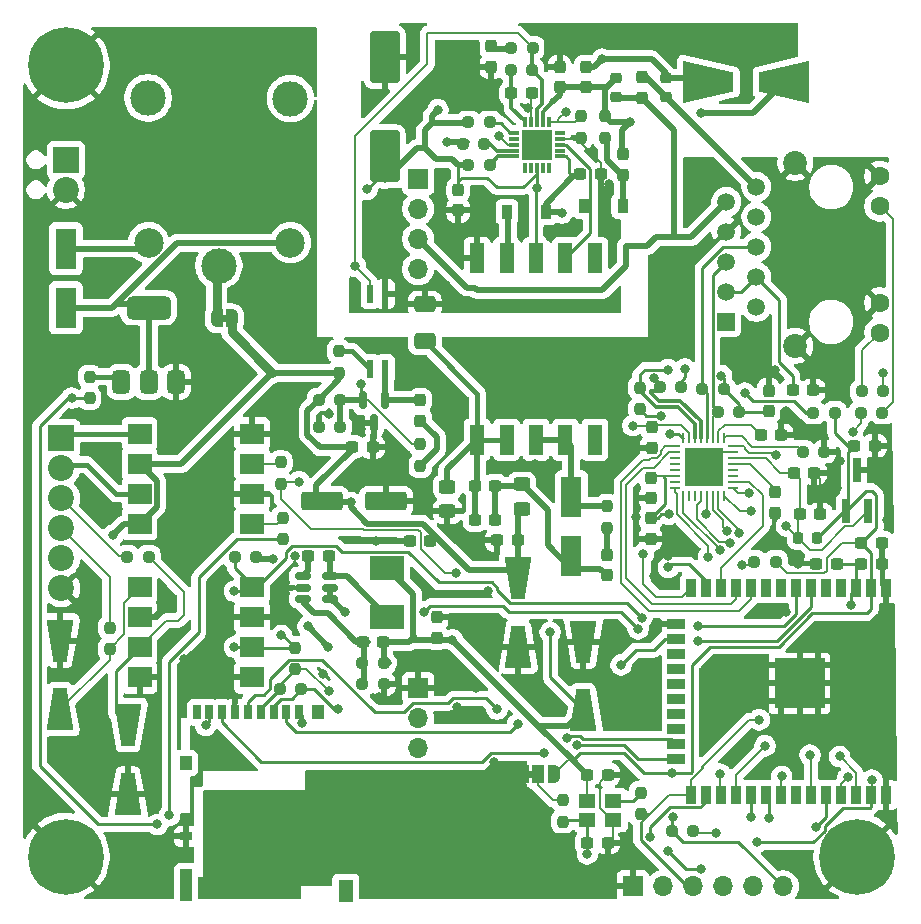
<source format=gbr>
%TF.GenerationSoftware,KiCad,Pcbnew,9.0.2*%
%TF.CreationDate,2025-06-24T15:52:54+02:00*%
%TF.ProjectId,Zamkonator,5a616d6b-6f6e-4617-946f-722e6b696361,rev?*%
%TF.SameCoordinates,Original*%
%TF.FileFunction,Copper,L1,Top*%
%TF.FilePolarity,Positive*%
%FSLAX46Y46*%
G04 Gerber Fmt 4.6, Leading zero omitted, Abs format (unit mm)*
G04 Created by KiCad (PCBNEW 9.0.2) date 2025-06-24 15:52:54*
%MOMM*%
%LPD*%
G01*
G04 APERTURE LIST*
G04 Aperture macros list*
%AMRoundRect*
0 Rectangle with rounded corners*
0 $1 Rounding radius*
0 $2 $3 $4 $5 $6 $7 $8 $9 X,Y pos of 4 corners*
0 Add a 4 corners polygon primitive as box body*
4,1,4,$2,$3,$4,$5,$6,$7,$8,$9,$2,$3,0*
0 Add four circle primitives for the rounded corners*
1,1,$1+$1,$2,$3*
1,1,$1+$1,$4,$5*
1,1,$1+$1,$6,$7*
1,1,$1+$1,$8,$9*
0 Add four rect primitives between the rounded corners*
20,1,$1+$1,$2,$3,$4,$5,0*
20,1,$1+$1,$4,$5,$6,$7,0*
20,1,$1+$1,$6,$7,$8,$9,0*
20,1,$1+$1,$8,$9,$2,$3,0*%
%AMOutline4P*
0 Free polygon, 4 corners , with rotation*
0 The origin of the aperture is its center*
0 number of corners: always 4*
0 $1 to $8 corner X, Y*
0 $9 Rotation angle, in degrees counterclockwise*
0 create outline with 4 corners*
4,1,4,$1,$2,$3,$4,$5,$6,$7,$8,$1,$2,$9*%
%AMFreePoly0*
4,1,23,0.550000,-0.750000,0.000000,-0.750000,0.000000,-0.745722,-0.065263,-0.745722,-0.191342,-0.711940,-0.304381,-0.646677,-0.396677,-0.554381,-0.461940,-0.441342,-0.495722,-0.315263,-0.495722,-0.250000,-0.500000,-0.250000,-0.500000,0.250000,-0.495722,0.250000,-0.495722,0.315263,-0.461940,0.441342,-0.396677,0.554381,-0.304381,0.646677,-0.191342,0.711940,-0.065263,0.745722,0.000000,0.745722,
0.000000,0.750000,0.550000,0.750000,0.550000,-0.750000,0.550000,-0.750000,$1*%
%AMFreePoly1*
4,1,23,0.000000,0.745722,0.065263,0.745722,0.191342,0.711940,0.304381,0.646677,0.396677,0.554381,0.461940,0.441342,0.495722,0.315263,0.495722,0.250000,0.500000,0.250000,0.500000,-0.250000,0.495722,-0.250000,0.495722,-0.315263,0.461940,-0.441342,0.396677,-0.554381,0.304381,-0.646677,0.191342,-0.711940,0.065263,-0.745722,0.000000,-0.745722,0.000000,-0.750000,-0.550000,-0.750000,
-0.550000,0.750000,0.000000,0.750000,0.000000,0.745722,0.000000,0.745722,$1*%
%AMFreePoly2*
4,1,23,0.500000,-0.750000,0.000000,-0.750000,0.000000,-0.745722,-0.065263,-0.745722,-0.191342,-0.711940,-0.304381,-0.646677,-0.396677,-0.554381,-0.461940,-0.441342,-0.495722,-0.315263,-0.495722,-0.250000,-0.500000,-0.250000,-0.500000,0.250000,-0.495722,0.250000,-0.495722,0.315263,-0.461940,0.441342,-0.396677,0.554381,-0.304381,0.646677,-0.191342,0.711940,-0.065263,0.745722,0.000000,0.745722,
0.000000,0.750000,0.500000,0.750000,0.500000,-0.750000,0.500000,-0.750000,$1*%
%AMFreePoly3*
4,1,23,0.000000,0.745722,0.065263,0.745722,0.191342,0.711940,0.304381,0.646677,0.396677,0.554381,0.461940,0.441342,0.495722,0.315263,0.495722,0.250000,0.500000,0.250000,0.500000,-0.250000,0.495722,-0.250000,0.495722,-0.315263,0.461940,-0.441342,0.396677,-0.554381,0.304381,-0.646677,0.191342,-0.711940,0.065263,-0.745722,0.000000,-0.745722,0.000000,-0.750000,-0.500000,-0.750000,
-0.500000,0.750000,0.000000,0.750000,0.000000,0.745722,0.000000,0.745722,$1*%
G04 Aperture macros list end*
%TA.AperFunction,EtchedComponent*%
%ADD10C,0.000000*%
%TD*%
%TA.AperFunction,ComponentPad*%
%ADD11C,3.000000*%
%TD*%
%TA.AperFunction,ComponentPad*%
%ADD12C,2.500000*%
%TD*%
%TA.AperFunction,ComponentPad*%
%ADD13R,1.500000X1.500000*%
%TD*%
%TA.AperFunction,ComponentPad*%
%ADD14C,1.500000*%
%TD*%
%TA.AperFunction,ComponentPad*%
%ADD15C,1.600000*%
%TD*%
%TA.AperFunction,ComponentPad*%
%ADD16C,2.029000*%
%TD*%
%TA.AperFunction,SMDPad,CuDef*%
%ADD17Outline4P,-1.800000X-1.150000X1.800000X-0.550000X1.800000X0.550000X-1.800000X1.150000X270.000000*%
%TD*%
%TA.AperFunction,SMDPad,CuDef*%
%ADD18Outline4P,-1.800000X-1.150000X1.800000X-0.550000X1.800000X0.550000X-1.800000X1.150000X90.000000*%
%TD*%
%TA.AperFunction,SMDPad,CuDef*%
%ADD19RoundRect,0.237500X-0.250000X-0.237500X0.250000X-0.237500X0.250000X0.237500X-0.250000X0.237500X0*%
%TD*%
%TA.AperFunction,SMDPad,CuDef*%
%ADD20RoundRect,0.237500X0.250000X0.237500X-0.250000X0.237500X-0.250000X-0.237500X0.250000X-0.237500X0*%
%TD*%
%TA.AperFunction,SMDPad,CuDef*%
%ADD21RoundRect,0.237500X-0.300000X-0.237500X0.300000X-0.237500X0.300000X0.237500X-0.300000X0.237500X0*%
%TD*%
%TA.AperFunction,SMDPad,CuDef*%
%ADD22RoundRect,0.218750X0.256250X-0.218750X0.256250X0.218750X-0.256250X0.218750X-0.256250X-0.218750X0*%
%TD*%
%TA.AperFunction,SMDPad,CuDef*%
%ADD23RoundRect,0.237500X-0.237500X0.300000X-0.237500X-0.300000X0.237500X-0.300000X0.237500X0.300000X0*%
%TD*%
%TA.AperFunction,SMDPad,CuDef*%
%ADD24FreePoly0,0.000000*%
%TD*%
%TA.AperFunction,SMDPad,CuDef*%
%ADD25R,1.000000X1.500000*%
%TD*%
%TA.AperFunction,SMDPad,CuDef*%
%ADD26FreePoly1,0.000000*%
%TD*%
%TA.AperFunction,SMDPad,CuDef*%
%ADD27R,1.800000X3.500000*%
%TD*%
%TA.AperFunction,ComponentPad*%
%ADD28C,0.800000*%
%TD*%
%TA.AperFunction,ComponentPad*%
%ADD29C,6.400000*%
%TD*%
%TA.AperFunction,ComponentPad*%
%ADD30R,1.700000X1.700000*%
%TD*%
%TA.AperFunction,ComponentPad*%
%ADD31O,1.700000X1.700000*%
%TD*%
%TA.AperFunction,SMDPad,CuDef*%
%ADD32RoundRect,0.237500X0.300000X0.237500X-0.300000X0.237500X-0.300000X-0.237500X0.300000X-0.237500X0*%
%TD*%
%TA.AperFunction,SMDPad,CuDef*%
%ADD33RoundRect,0.250000X1.000000X-1.950000X1.000000X1.950000X-1.000000X1.950000X-1.000000X-1.950000X0*%
%TD*%
%TA.AperFunction,SMDPad,CuDef*%
%ADD34RoundRect,0.237500X0.237500X-0.250000X0.237500X0.250000X-0.237500X0.250000X-0.237500X-0.250000X0*%
%TD*%
%TA.AperFunction,SMDPad,CuDef*%
%ADD35RoundRect,0.218750X0.218750X0.256250X-0.218750X0.256250X-0.218750X-0.256250X0.218750X-0.256250X0*%
%TD*%
%TA.AperFunction,SMDPad,CuDef*%
%ADD36RoundRect,0.250000X-0.450000X0.325000X-0.450000X-0.325000X0.450000X-0.325000X0.450000X0.325000X0*%
%TD*%
%TA.AperFunction,SMDPad,CuDef*%
%ADD37RoundRect,0.237500X-0.237500X0.250000X-0.237500X-0.250000X0.237500X-0.250000X0.237500X0.250000X0*%
%TD*%
%TA.AperFunction,SMDPad,CuDef*%
%ADD38R,0.650000X2.000000*%
%TD*%
%TA.AperFunction,SMDPad,CuDef*%
%ADD39R,0.900000X1.200000*%
%TD*%
%TA.AperFunction,SMDPad,CuDef*%
%ADD40RoundRect,0.375000X0.375000X-0.625000X0.375000X0.625000X-0.375000X0.625000X-0.375000X-0.625000X0*%
%TD*%
%TA.AperFunction,SMDPad,CuDef*%
%ADD41RoundRect,0.500000X1.400000X-0.500000X1.400000X0.500000X-1.400000X0.500000X-1.400000X-0.500000X0*%
%TD*%
%TA.AperFunction,SMDPad,CuDef*%
%ADD42Outline4P,-2.150000X-1.800000X2.150000X-0.800000X2.150000X0.800000X-2.150000X1.800000X180.000000*%
%TD*%
%TA.AperFunction,SMDPad,CuDef*%
%ADD43Outline4P,-2.150000X-1.800000X2.150000X-0.800000X2.150000X0.800000X-2.150000X1.800000X0.000000*%
%TD*%
%TA.AperFunction,ComponentPad*%
%ADD44R,2.200000X2.200000*%
%TD*%
%TA.AperFunction,ComponentPad*%
%ADD45C,2.200000*%
%TD*%
%TA.AperFunction,SMDPad,CuDef*%
%ADD46R,1.400000X1.150000*%
%TD*%
%TA.AperFunction,SMDPad,CuDef*%
%ADD47FreePoly2,0.000000*%
%TD*%
%TA.AperFunction,SMDPad,CuDef*%
%ADD48FreePoly3,0.000000*%
%TD*%
%TA.AperFunction,SMDPad,CuDef*%
%ADD49RoundRect,0.062500X-0.062500X0.375000X-0.062500X-0.375000X0.062500X-0.375000X0.062500X0.375000X0*%
%TD*%
%TA.AperFunction,SMDPad,CuDef*%
%ADD50RoundRect,0.062500X-0.375000X0.062500X-0.375000X-0.062500X0.375000X-0.062500X0.375000X0.062500X0*%
%TD*%
%TA.AperFunction,HeatsinkPad*%
%ADD51R,3.300000X3.300000*%
%TD*%
%TA.AperFunction,SMDPad,CuDef*%
%ADD52R,2.000000X1.780000*%
%TD*%
%TA.AperFunction,SMDPad,CuDef*%
%ADD53R,0.700000X1.200000*%
%TD*%
%TA.AperFunction,SMDPad,CuDef*%
%ADD54R,1.000000X0.800000*%
%TD*%
%TA.AperFunction,SMDPad,CuDef*%
%ADD55R,1.000000X1.200000*%
%TD*%
%TA.AperFunction,SMDPad,CuDef*%
%ADD56R,1.000000X2.800000*%
%TD*%
%TA.AperFunction,SMDPad,CuDef*%
%ADD57R,1.300000X1.900000*%
%TD*%
%TA.AperFunction,SMDPad,CuDef*%
%ADD58RoundRect,0.237500X0.237500X-0.300000X0.237500X0.300000X-0.237500X0.300000X-0.237500X-0.300000X0*%
%TD*%
%TA.AperFunction,SMDPad,CuDef*%
%ADD59RoundRect,0.007800X-0.122200X0.412200X-0.122200X-0.412200X0.122200X-0.412200X0.122200X0.412200X0*%
%TD*%
%TA.AperFunction,SMDPad,CuDef*%
%ADD60RoundRect,0.007800X-0.412200X-0.122200X0.412200X-0.122200X0.412200X0.122200X-0.412200X0.122200X0*%
%TD*%
%TA.AperFunction,SMDPad,CuDef*%
%ADD61R,2.600000X2.600000*%
%TD*%
%TA.AperFunction,SMDPad,CuDef*%
%ADD62RoundRect,0.250000X-1.500000X-0.550000X1.500000X-0.550000X1.500000X0.550000X-1.500000X0.550000X0*%
%TD*%
%TA.AperFunction,SMDPad,CuDef*%
%ADD63RoundRect,0.250000X-0.650000X0.412500X-0.650000X-0.412500X0.650000X-0.412500X0.650000X0.412500X0*%
%TD*%
%TA.AperFunction,SMDPad,CuDef*%
%ADD64R,0.600000X1.500000*%
%TD*%
%TA.AperFunction,SMDPad,CuDef*%
%ADD65R,0.900000X1.500000*%
%TD*%
%TA.AperFunction,SMDPad,CuDef*%
%ADD66R,1.500000X0.900000*%
%TD*%
%TA.AperFunction,SMDPad,CuDef*%
%ADD67R,1.050000X1.050000*%
%TD*%
%TA.AperFunction,HeatsinkPad*%
%ADD68C,0.800000*%
%TD*%
%TA.AperFunction,SMDPad,CuDef*%
%ADD69R,4.200000X4.200000*%
%TD*%
%TA.AperFunction,SMDPad,CuDef*%
%ADD70RoundRect,0.150000X-0.512500X-0.150000X0.512500X-0.150000X0.512500X0.150000X-0.512500X0.150000X0*%
%TD*%
%TA.AperFunction,SMDPad,CuDef*%
%ADD71R,1.270000X2.540000*%
%TD*%
%TA.AperFunction,SMDPad,CuDef*%
%ADD72RoundRect,0.150000X-0.150000X0.587500X-0.150000X-0.587500X0.150000X-0.587500X0.150000X0.587500X0*%
%TD*%
%TA.AperFunction,SMDPad,CuDef*%
%ADD73R,2.844800X2.057400*%
%TD*%
%TA.AperFunction,ViaPad*%
%ADD74C,0.800000*%
%TD*%
%TA.AperFunction,Conductor*%
%ADD75C,0.200000*%
%TD*%
%TA.AperFunction,Conductor*%
%ADD76C,0.400000*%
%TD*%
%TA.AperFunction,Conductor*%
%ADD77C,0.250000*%
%TD*%
%TA.AperFunction,Conductor*%
%ADD78C,0.500000*%
%TD*%
%TA.AperFunction,Conductor*%
%ADD79C,0.300000*%
%TD*%
%TA.AperFunction,Conductor*%
%ADD80C,0.800000*%
%TD*%
G04 APERTURE END LIST*
D10*
%TA.AperFunction,EtchedComponent*%
%TO.C,JP3*%
G36*
X43600000Y-64300000D02*
G01*
X43100000Y-64300000D01*
X43100000Y-63700000D01*
X43600000Y-63700000D01*
X43600000Y-64300000D01*
G37*
%TD.AperFunction*%
%TA.AperFunction,EtchedComponent*%
%TO.C,JP2*%
G36*
X17650000Y-25700000D02*
G01*
X17150000Y-25700000D01*
X17150000Y-25100000D01*
X17650000Y-25100000D01*
X17650000Y-25700000D01*
G37*
%TD.AperFunction*%
%TD*%
D11*
%TO.P,K1,1*%
%TO.N,/Relay/C*%
X16950000Y-20950000D03*
D12*
%TO.P,K1,2*%
%TO.N,Net-(D10-K)*%
X23000000Y-19000000D03*
D11*
%TO.P,K1,3*%
%TO.N,/Relay/NO*%
X23000000Y-6800000D03*
%TO.P,K1,4*%
%TO.N,/Relay/NC*%
X10950000Y-6750000D03*
D12*
%TO.P,K1,5*%
%TO.N,+3.3V*%
X11000000Y-19000000D03*
%TD*%
D13*
%TO.P,RJ1,1,1*%
%TO.N,Net-(U1-MDI+1)*%
X59910000Y-25715000D03*
D14*
%TO.P,RJ1,2,2*%
%TO.N,Net-(U1-MDI-1)*%
X62450000Y-24445000D03*
%TO.P,RJ1,3,3*%
%TO.N,Net-(C3-Pad1)*%
X59910000Y-23175000D03*
%TO.P,RJ1,4,4*%
X62450000Y-21905000D03*
%TO.P,RJ1,5,5*%
%TO.N,Net-(U1-MDI+0)*%
X59910000Y-20635000D03*
%TO.P,RJ1,6,6*%
%TO.N,Net-(U1-MDI-0)*%
X62450000Y-19365000D03*
%TO.P,RJ1,7,7*%
%TO.N,GND*%
X59910000Y-18095000D03*
%TO.P,RJ1,8,8*%
%TO.N,unconnected-(RJ1-Pad8)*%
X62450000Y-16825000D03*
%TO.P,RJ1,9,9*%
%TO.N,/RT9400_VB1*%
X59910000Y-15555000D03*
%TO.P,RJ1,10,10*%
%TO.N,/RT9400_VB2*%
X62450000Y-14285000D03*
D15*
%TO.P,RJ1,11,11*%
%TO.N,Net-(R2-Pad1)*%
X72890000Y-26629000D03*
%TO.P,RJ1,12,12*%
%TO.N,GND*%
X72890000Y-24089000D03*
%TO.P,RJ1,13,13*%
%TO.N,Net-(R1-Pad1)*%
X72890000Y-15911000D03*
%TO.P,RJ1,14,14*%
%TO.N,GND*%
X72890000Y-13371000D03*
D16*
%TO.P,RJ1,GND1,GND*%
X65752000Y-27747000D03*
%TO.P,RJ1,GND2,GND*%
X65752000Y-12253000D03*
%TD*%
D17*
%TO.P,D7,1,A1*%
%TO.N,GND*%
X47800000Y-52800000D03*
D18*
%TO.P,D7,2,A2*%
%TO.N,+3.3V*%
X47800000Y-58600000D03*
%TD*%
D19*
%TO.P,R12,1*%
%TO.N,Net-(D2-A)*%
X37587500Y-10650000D03*
%TO.P,R12,2*%
%TO.N,Net-(U2-RCL)*%
X39412500Y-10650000D03*
%TD*%
D18*
%TO.P,D6,1,A1*%
%TO.N,GND*%
X42300000Y-53200000D03*
D17*
%TO.P,D6,2,A2*%
%TO.N,+12V*%
X42300000Y-47400000D03*
%TD*%
D20*
%TO.P,R15,1*%
%TO.N,Net-(U2-EROUT)*%
X43512500Y-2500000D03*
%TO.P,R15,2*%
%TO.N,Net-(C15-Pad1)*%
X41687500Y-2500000D03*
%TD*%
D21*
%TO.P,C32,1*%
%TO.N,+3.3V*%
X71337500Y-44400000D03*
%TO.P,C32,2*%
%TO.N,GND*%
X73062500Y-44400000D03*
%TD*%
D22*
%TO.P,L3,1,1*%
%TO.N,/RT9400_VB2*%
X54800000Y-6655000D03*
%TO.P,L3,2,2*%
%TO.N,Net-(D2-A)*%
X54800000Y-5080000D03*
%TD*%
D19*
%TO.P,R23,1*%
%TO.N,Net-(U5-FB)*%
X29087500Y-56400000D03*
%TO.P,R23,2*%
%TO.N,GND*%
X30912500Y-56400000D03*
%TD*%
%TO.P,R13,1*%
%TO.N,Net-(U2-VDD)*%
X41657500Y-4356165D03*
%TO.P,R13,2*%
%TO.N,Net-(U2-EROUT)*%
X43482500Y-4356165D03*
%TD*%
D18*
%TO.P,D8,1,A1*%
%TO.N,Net-(D8-A1)*%
X3500000Y-58500000D03*
D17*
%TO.P,D8,2,A2*%
%TO.N,GND*%
X3500000Y-52700000D03*
%TD*%
D21*
%TO.P,C9,1*%
%TO.N,Net-(U1-AVDD10OUT)*%
X62837500Y-35300000D03*
%TO.P,C9,2*%
%TO.N,GND*%
X64562500Y-35300000D03*
%TD*%
D23*
%TO.P,C8,1*%
%TO.N,Net-(U1-DVDD10OUT)*%
X64000000Y-40137500D03*
%TO.P,C8,2*%
%TO.N,GND*%
X64000000Y-41862500D03*
%TD*%
D21*
%TO.P,C17,1*%
%TO.N,/PoE PSU/VT15*%
X47537500Y-13200000D03*
%TO.P,C17,2*%
%TO.N,VSS*%
X49262500Y-13200000D03*
%TD*%
D23*
%TO.P,C21,1*%
%TO.N,Net-(U4-K)*%
X34000000Y-32337500D03*
%TO.P,C21,2*%
%TO.N,Net-(C21-Pad2)*%
X34000000Y-34062500D03*
%TD*%
D24*
%TO.P,JP3,1,A*%
%TO.N,GND*%
X42700000Y-64000000D03*
D25*
%TO.P,JP3,2,C*%
%TO.N,Net-(JP3-C)*%
X44000000Y-64000000D03*
D26*
%TO.P,JP3,3,B*%
%TO.N,+3.3V*%
X45300000Y-64000000D03*
%TD*%
D20*
%TO.P,R28,1*%
%TO.N,+3.3V*%
X20112500Y-45600000D03*
%TO.P,R28,2*%
%TO.N,/DAT1_INV*%
X18287500Y-45600000D03*
%TD*%
D27*
%TO.P,D5,1,K*%
%TO.N,Net-(D5-K)*%
X46800000Y-45550000D03*
%TO.P,D5,2,A*%
%TO.N,Net-(D5-A)*%
X46800000Y-40550000D03*
%TD*%
D23*
%TO.P,C6,1*%
%TO.N,Net-(C4-Pad1)*%
X53600000Y-34637500D03*
%TO.P,C6,2*%
%TO.N,GND*%
X53600000Y-36362500D03*
%TD*%
%TO.P,C24,1*%
%TO.N,Net-(C24-Pad1)*%
X49800000Y-45437500D03*
%TO.P,C24,2*%
%TO.N,Net-(D5-K)*%
X49800000Y-47162500D03*
%TD*%
%TO.P,C15,1*%
%TO.N,Net-(C15-Pad1)*%
X40000000Y-2387500D03*
%TO.P,C15,2*%
%TO.N,VSS*%
X40000000Y-4112500D03*
%TD*%
D28*
%TO.P,H3,1,1*%
%TO.N,GND*%
X1600000Y-71000000D03*
X2302944Y-69302944D03*
X2302944Y-72697056D03*
X4000000Y-68600000D03*
D29*
X4000000Y-71000000D03*
D28*
X4000000Y-73400000D03*
X5697056Y-69302944D03*
X5697056Y-72697056D03*
X6400000Y-71000000D03*
%TD*%
D23*
%TO.P,C18,1*%
%TO.N,Net-(D2-K)*%
X51200000Y-11537500D03*
%TO.P,C18,2*%
%TO.N,Net-(D3-K)*%
X51200000Y-13262500D03*
%TD*%
D30*
%TO.P,J3,1,Pin_1*%
%TO.N,GND*%
X52000000Y-73500000D03*
D31*
%TO.P,J3,2,Pin_2*%
%TO.N,/ESP_EN*%
X54540000Y-73500000D03*
%TO.P,J3,3,Pin_3*%
%TO.N,/ESP_IO0*%
X57080000Y-73500000D03*
%TO.P,J3,4,Pin_4*%
%TO.N,/ESP_TX*%
X59620000Y-73500000D03*
%TO.P,J3,5,Pin_5*%
%TO.N,/ESP_RX*%
X62160000Y-73500000D03*
%TO.P,J3,6,Pin_6*%
%TO.N,+3.3V*%
X64700000Y-73500000D03*
%TD*%
D32*
%TO.P,C30,1*%
%TO.N,+3.3V*%
X30862500Y-52800000D03*
%TO.P,C30,2*%
%TO.N,Net-(U5-FB)*%
X29137500Y-52800000D03*
%TD*%
D21*
%TO.P,C4,1*%
%TO.N,Net-(C4-Pad1)*%
X65637500Y-38500000D03*
%TO.P,C4,2*%
%TO.N,GND*%
X67362500Y-38500000D03*
%TD*%
D33*
%TO.P,C14,1*%
%TO.N,Net-(D2-K)*%
X31000000Y-11700000D03*
%TO.P,C14,2*%
%TO.N,VSS*%
X31000000Y-3300000D03*
%TD*%
D34*
%TO.P,R17,1*%
%TO.N,+12V*%
X27100000Y-30012500D03*
%TO.P,R17,2*%
%TO.N,Net-(R17-Pad2)*%
X27100000Y-28187500D03*
%TD*%
D21*
%TO.P,C29,1*%
%TO.N,Net-(U5-BST)*%
X24537500Y-45500000D03*
%TO.P,C29,2*%
%TO.N,Net-(U5-SW)*%
X26262500Y-45500000D03*
%TD*%
D35*
%TO.P,L1,1,1*%
%TO.N,+3.3V*%
X67587500Y-44000000D03*
%TO.P,L1,2,2*%
%TO.N,Net-(C4-Pad1)*%
X66012500Y-44000000D03*
%TD*%
D20*
%TO.P,R21,1*%
%TO.N,Net-(U4-REF)*%
X27212500Y-34600000D03*
%TO.P,R21,2*%
%TO.N,GND*%
X25387500Y-34600000D03*
%TD*%
D36*
%TO.P,L4,1,1*%
%TO.N,Net-(D5-K)*%
X42600000Y-39475000D03*
%TO.P,L4,2,2*%
%TO.N,+12V*%
X42600000Y-41525000D03*
%TD*%
D37*
%TO.P,R16,1*%
%TO.N,Net-(D2-K)*%
X49600000Y-8287500D03*
%TO.P,R16,2*%
%TO.N,Net-(D3-K)*%
X49600000Y-10112500D03*
%TD*%
D21*
%TO.P,C7,1*%
%TO.N,Net-(C4-Pad1)*%
X66137500Y-42000000D03*
%TO.P,C7,2*%
%TO.N,GND*%
X67862500Y-42000000D03*
%TD*%
%TO.P,C33,1*%
%TO.N,/ESP_EN*%
X71337500Y-46200000D03*
%TO.P,C33,2*%
%TO.N,GND*%
X73062500Y-46200000D03*
%TD*%
D38*
%TO.P,D1,1,K*%
%TO.N,+3.3V*%
X70050000Y-41710000D03*
%TO.P,D1,2,K*%
%TO.N,Net-(C4-Pad1)*%
X71950000Y-41710000D03*
%TO.P,D1,3,A*%
%TO.N,GND*%
X71000000Y-38290000D03*
%TD*%
D20*
%TO.P,R9,1*%
%TO.N,+3.3V*%
X64112500Y-46000000D03*
%TO.P,R9,2*%
%TO.N,/EMAC_MDIO*%
X62287500Y-46000000D03*
%TD*%
D21*
%TO.P,C16,1*%
%TO.N,Net-(U2-VDD)*%
X41707500Y-6356165D03*
%TO.P,C16,2*%
%TO.N,VSS*%
X43432500Y-6356165D03*
%TD*%
D37*
%TO.P,R19,1*%
%TO.N,Net-(D5-A)*%
X49800000Y-41300000D03*
%TO.P,R19,2*%
%TO.N,Net-(C24-Pad1)*%
X49800000Y-43125000D03*
%TD*%
D21*
%TO.P,C2,1*%
%TO.N,+3.3V*%
X70737500Y-36200000D03*
%TO.P,C2,2*%
%TO.N,GND*%
X72462500Y-36200000D03*
%TD*%
D19*
%TO.P,R11,1*%
%TO.N,Net-(D2-K)*%
X38075000Y-8800000D03*
%TO.P,R11,2*%
%TO.N,Net-(U2-RDET)*%
X39900000Y-8800000D03*
%TD*%
%TO.P,R4,1*%
%TO.N,Net-(U1-MDI+1)*%
X54287500Y-31200000D03*
%TO.P,R4,2*%
%TO.N,Net-(C5-Pad1)*%
X56112500Y-31200000D03*
%TD*%
D39*
%TO.P,D4,1,K*%
%TO.N,/PoE PSU/VT15*%
X44650000Y-16400000D03*
%TO.P,D4,2,A*%
%TO.N,Net-(D4-A)*%
X41350000Y-16400000D03*
%TD*%
D40*
%TO.P,Q1,1,B*%
%TO.N,Net-(Q1-B)*%
X8700000Y-30800000D03*
%TO.P,Q1,2,C*%
%TO.N,Net-(D10-K)*%
X11000000Y-30800000D03*
D41*
X11000000Y-24500000D03*
D40*
%TO.P,Q1,3,E*%
%TO.N,GND*%
X13300000Y-30800000D03*
%TD*%
D34*
%TO.P,R26,1*%
%TO.N,/LED_CTL*%
X22400000Y-44112500D03*
%TO.P,R26,2*%
%TO.N,Net-(R26-Pad2)*%
X22400000Y-42287500D03*
%TD*%
D19*
%TO.P,R5,1*%
%TO.N,Net-(U1-MDI-0)*%
X57887500Y-31400000D03*
%TO.P,R5,2*%
%TO.N,Net-(C5-Pad1)*%
X59712500Y-31400000D03*
%TD*%
D37*
%TO.P,R25,1*%
%TO.N,Net-(X1-OUT)*%
X52662500Y-65587500D03*
%TO.P,R25,2*%
%TO.N,/ESP_IO0*%
X52662500Y-67412500D03*
%TD*%
D32*
%TO.P,C28,1*%
%TO.N,+12V*%
X34862500Y-44250000D03*
%TO.P,C28,2*%
%TO.N,GND*%
X33137500Y-44250000D03*
%TD*%
D42*
%TO.P,D2,1,K*%
%TO.N,Net-(D2-K)*%
X64800000Y-5400000D03*
D43*
%TO.P,D2,2,A*%
%TO.N,Net-(D2-A)*%
X58400000Y-5400000D03*
%TD*%
D20*
%TO.P,R22,1*%
%TO.N,+3.3V*%
X30912500Y-54600000D03*
%TO.P,R22,2*%
%TO.N,Net-(U5-FB)*%
X29087500Y-54600000D03*
%TD*%
D19*
%TO.P,R10,1*%
%TO.N,Net-(D2-K)*%
X38075000Y-12400000D03*
%TO.P,R10,2*%
%TO.N,Net-(U2-RFREQ)*%
X39900000Y-12400000D03*
%TD*%
D44*
%TO.P,J_LATCH1,1,Pin_1*%
%TO.N,/Relay/NO*%
X4000000Y-12000000D03*
D45*
%TO.P,J_LATCH1,2,Pin_2*%
%TO.N,GND*%
X4000000Y-14540000D03*
%TD*%
D19*
%TO.P,R6,1*%
%TO.N,Net-(U1-MDI+0)*%
X59187500Y-33300000D03*
%TO.P,R6,2*%
%TO.N,Net-(C5-Pad1)*%
X61012500Y-33300000D03*
%TD*%
D34*
%TO.P,R29,1*%
%TO.N,Net-(D8-A1)*%
X7700000Y-53412500D03*
%TO.P,R29,2*%
%TO.N,/Wigand Intrerface/READER_DAT1*%
X7700000Y-51587500D03*
%TD*%
D46*
%TO.P,X1,1,EN*%
%TO.N,/CLK_EN*%
X48150000Y-67850000D03*
%TO.P,X1,2,GND*%
%TO.N,GND*%
X50350000Y-67850000D03*
%TO.P,X1,3,OUT*%
%TO.N,Net-(X1-OUT)*%
X50350000Y-66250000D03*
%TO.P,X1,4,V+*%
%TO.N,+3.3V*%
X48150000Y-66250000D03*
%TD*%
D47*
%TO.P,JP2,1,A*%
%TO.N,/Relay/C*%
X16750000Y-25400000D03*
D48*
%TO.P,JP2,2,B*%
%TO.N,+12V*%
X18050000Y-25400000D03*
%TD*%
D49*
%TO.P,U1,1,RSET*%
%TO.N,Net-(U1-RSET)*%
X59750000Y-35562500D03*
%TO.P,U1,2,AVDD10OUT*%
%TO.N,Net-(U1-AVDD10OUT)*%
X59250000Y-35562500D03*
%TO.P,U1,3,MDI+0*%
%TO.N,Net-(U1-MDI+0)*%
X58750000Y-35562500D03*
%TO.P,U1,4,MDI-0*%
%TO.N,Net-(U1-MDI-0)*%
X58250000Y-35562500D03*
%TO.P,U1,5,MDI+1*%
%TO.N,Net-(U1-MDI+1)*%
X57750000Y-35562500D03*
%TO.P,U1,6,MDI-1*%
%TO.N,Net-(U1-MDI-1)*%
X57250000Y-35562500D03*
%TO.P,U1,7,AVDD33*%
%TO.N,Net-(C4-Pad1)*%
X56750000Y-35562500D03*
%TO.P,U1,8,RXDV*%
%TO.N,Net-(U1-RXDV)*%
X56250000Y-35562500D03*
D50*
%TO.P,U1,9,RXD0*%
%TO.N,/EMAC_RXD0*%
X55562500Y-36250000D03*
%TO.P,U1,10,RXD1*%
%TO.N,/EMAC_RXD1*%
X55562500Y-36750000D03*
%TO.P,U1,11,RXD2/INTB*%
%TO.N,unconnected-(U1-RXD2{slash}INTB-Pad11)*%
X55562500Y-37250000D03*
%TO.P,U1,12,RXD3/CLK_CTL*%
%TO.N,unconnected-(U1-RXD3{slash}CLK_CTL-Pad12)*%
X55562500Y-37750000D03*
%TO.P,U1,13,RXC*%
%TO.N,unconnected-(U1-RXC-Pad13)*%
X55562500Y-38250000D03*
%TO.P,U1,14,DVDD33*%
%TO.N,+3.3V*%
X55562500Y-38750000D03*
%TO.P,U1,15,TXC*%
%TO.N,unconnected-(U1-TXC-Pad15)*%
X55562500Y-39250000D03*
%TO.P,U1,16,TXD0*%
%TO.N,/EMAC_TXD0*%
X55562500Y-39750000D03*
D49*
%TO.P,U1,17,TXD1*%
%TO.N,/EMAC_TXD1*%
X56250000Y-40437500D03*
%TO.P,U1,18,TXD2*%
%TO.N,unconnected-(U1-TXD2-Pad18)*%
X56750000Y-40437500D03*
%TO.P,U1,19,TXD3*%
%TO.N,unconnected-(U1-TXD3-Pad19)*%
X57250000Y-40437500D03*
%TO.P,U1,20,TXEN*%
%TO.N,/EMAC_TX_EN*%
X57750000Y-40437500D03*
%TO.P,U1,21,PHYRSTB*%
%TO.N,/EMAC_EN*%
X58250000Y-40437500D03*
%TO.P,U1,22,MDC*%
%TO.N,/EMAC_MDC*%
X58750000Y-40437500D03*
%TO.P,U1,23,MDIO*%
%TO.N,/EMAC_MDIO*%
X59250000Y-40437500D03*
%TO.P,U1,24,LED0/PHYAD1/PMEB*%
%TO.N,Net-(U1-LED0{slash}PHYAD1{slash}PMEB)*%
X59750000Y-40437500D03*
D50*
%TO.P,U1,25,LED1/PHYAD1*%
%TO.N,Net-(U1-LED1{slash}PHYAD1)*%
X60437500Y-39750000D03*
%TO.P,U1,26,CRS/CRS_DV*%
%TO.N,/EMAC_CRS_DV*%
X60437500Y-39250000D03*
%TO.P,U1,27,COL*%
%TO.N,unconnected-(U1-COL-Pad27)*%
X60437500Y-38750000D03*
%TO.P,U1,28,RXER/FXEN*%
%TO.N,unconnected-(U1-RXER{slash}FXEN-Pad28)*%
X60437500Y-38250000D03*
%TO.P,U1,29,DVDD10OUT*%
%TO.N,Net-(U1-DVDD10OUT)*%
X60437500Y-37750000D03*
%TO.P,U1,30,AVDD33*%
%TO.N,Net-(C4-Pad1)*%
X60437500Y-37250000D03*
%TO.P,U1,31,CKXTAL1*%
%TO.N,GND*%
X60437500Y-36750000D03*
%TO.P,U1,32,CKXTAL2*%
%TO.N,/ESP_IO0*%
X60437500Y-36250000D03*
D51*
%TO.P,U1,33,GND*%
%TO.N,GND*%
X58000000Y-38000000D03*
%TD*%
D37*
%TO.P,R24,1*%
%TO.N,Net-(JP3-C)*%
X46062500Y-66187500D03*
%TO.P,R24,2*%
%TO.N,/CLK_EN*%
X46062500Y-68012500D03*
%TD*%
D39*
%TO.P,D3,1,K*%
%TO.N,Net-(D3-K)*%
X51150000Y-15900000D03*
%TO.P,D3,2,A*%
%TO.N,Net-(D3-A)*%
X47850000Y-15900000D03*
%TD*%
D52*
%TO.P,U7,1*%
%TO.N,Net-(R26-Pad2)*%
X19765000Y-42810000D03*
%TO.P,U7,2*%
%TO.N,GND*%
X19765000Y-40270000D03*
%TO.P,U7,3*%
%TO.N,Net-(R27-Pad2)*%
X19765000Y-37730000D03*
%TO.P,U7,4*%
%TO.N,GND*%
X19765000Y-35190000D03*
%TO.P,U7,5*%
%TO.N,/Wigand Intrerface/READER_LED*%
X10235000Y-35190000D03*
%TO.P,U7,6*%
%TO.N,+12V*%
X10235000Y-37730000D03*
%TO.P,U7,7*%
%TO.N,/Wigand Intrerface/READER_BUZZER*%
X10235000Y-40270000D03*
%TO.P,U7,8*%
%TO.N,+12V*%
X10235000Y-42810000D03*
%TD*%
D34*
%TO.P,R32,1*%
%TO.N,/RELAY_CTL*%
X6000000Y-32162500D03*
%TO.P,R32,2*%
%TO.N,Net-(Q1-B)*%
X6000000Y-30337500D03*
%TD*%
D23*
%TO.P,C19,1*%
%TO.N,Net-(D2-K)*%
X37200000Y-14537500D03*
%TO.P,C19,2*%
%TO.N,VSS*%
X37200000Y-16262500D03*
%TD*%
D53*
%TO.P,J2,1,DAT2*%
%TO.N,Net-(J2-DAT2)*%
X23775000Y-58775000D03*
%TO.P,J2,2,DAT3/CD*%
%TO.N,/IO13*%
X22675000Y-58775000D03*
%TO.P,J2,3,CMD*%
%TO.N,/IO15*%
X21575000Y-58775000D03*
%TO.P,J2,4,VDD*%
%TO.N,+3.3V*%
X20475000Y-58775000D03*
%TO.P,J2,5,CLK*%
%TO.N,/IO14*%
X19375000Y-58775000D03*
%TO.P,J2,6,VSS*%
%TO.N,GND*%
X18275000Y-58775000D03*
%TO.P,J2,7,DAT0*%
%TO.N,/IO2*%
X17175000Y-58775000D03*
%TO.P,J2,8,DAT1*%
%TO.N,Net-(J2-DAT1)*%
X16075000Y-58775000D03*
%TO.P,J2,9,DET*%
%TO.N,unconnected-(J2-DET-Pad9)*%
X15125000Y-58775000D03*
D54*
%TO.P,J2,10,SHIELD*%
%TO.N,GND*%
X14175000Y-69275000D03*
D55*
%TO.P,J2,11*%
%TO.N,N/C*%
X14175000Y-63075000D03*
D56*
X14175000Y-73425000D03*
D55*
X25325000Y-58775000D03*
D57*
X27675000Y-73875000D03*
%TD*%
D19*
%TO.P,R2,1*%
%TO.N,Net-(R2-Pad1)*%
X71387500Y-31600000D03*
%TO.P,R2,2*%
%TO.N,Net-(U1-LED1{slash}PHYAD1)*%
X73212500Y-31600000D03*
%TD*%
D58*
%TO.P,C31,1*%
%TO.N,+3.3V*%
X35400000Y-52462500D03*
%TO.P,C31,2*%
%TO.N,GND*%
X35400000Y-50737500D03*
%TD*%
D19*
%TO.P,R20,1*%
%TO.N,+12V*%
X25387500Y-32300000D03*
%TO.P,R20,2*%
%TO.N,Net-(U4-REF)*%
X27212500Y-32300000D03*
%TD*%
%TO.P,R8,1*%
%TO.N,Net-(U1-RSET)*%
X66387500Y-36700000D03*
%TO.P,R8,2*%
%TO.N,GND*%
X68212500Y-36700000D03*
%TD*%
D28*
%TO.P,H4,1,1*%
%TO.N,GND*%
X1600000Y-4000000D03*
X2302944Y-2302944D03*
X2302944Y-5697056D03*
X4000000Y-1600000D03*
D29*
X4000000Y-4000000D03*
D28*
X4000000Y-6400000D03*
X5697056Y-2302944D03*
X5697056Y-5697056D03*
X6400000Y-4000000D03*
%TD*%
D34*
%TO.P,R27,1*%
%TO.N,/BUZ_CTL*%
X22200000Y-39412500D03*
%TO.P,R27,2*%
%TO.N,Net-(R27-Pad2)*%
X22200000Y-37587500D03*
%TD*%
D21*
%TO.P,C35,1*%
%TO.N,/CLK_EN*%
X48137500Y-69800000D03*
%TO.P,C35,2*%
%TO.N,GND*%
X49862500Y-69800000D03*
%TD*%
D20*
%TO.P,R7,1*%
%TO.N,+3.3V*%
X69112500Y-33400000D03*
%TO.P,R7,2*%
%TO.N,Net-(U1-RXDV)*%
X67287500Y-33400000D03*
%TD*%
D59*
%TO.P,U2,1,ISNS*%
%TO.N,Net-(U2-HSO)*%
X44870000Y-8771165D03*
%TO.P,U2,2,FBH*%
%TO.N,Net-(D2-K)*%
X44370000Y-8771165D03*
%TO.P,U2,3,EROUT*%
%TO.N,Net-(U2-EROUT)*%
X43870000Y-8771165D03*
%TO.P,U2,4,FBL*%
%TO.N,VSS*%
X43370000Y-8771165D03*
%TO.P,U2,5,VDD*%
%TO.N,Net-(U2-VDD)*%
X42870000Y-8771165D03*
D60*
%TO.P,U2,6,RDET*%
%TO.N,Net-(U2-RDET)*%
X41935000Y-9706165D03*
%TO.P,U2,7,NC*%
%TO.N,unconnected-(U2-NC-Pad7)*%
X41935000Y-10206165D03*
%TO.P,U2,8,HSO*%
%TO.N,Net-(U2-HSO)*%
X41935000Y-10706165D03*
%TO.P,U2,9,RCL*%
%TO.N,Net-(U2-RCL)*%
X41935000Y-11206165D03*
%TO.P,U2,10,RFREQ*%
%TO.N,Net-(U2-RFREQ)*%
X41935000Y-11706165D03*
D59*
%TO.P,U2,11,NC*%
%TO.N,unconnected-(U2-NC-Pad11)*%
X42870000Y-12641165D03*
%TO.P,U2,12,NC*%
%TO.N,unconnected-(U2-NC-Pad12)*%
X43370000Y-12641165D03*
%TO.P,U2,13,VPOS*%
%TO.N,Net-(D2-K)*%
X43870000Y-12641165D03*
%TO.P,U2,14,NC*%
%TO.N,unconnected-(U2-NC-Pad14)*%
X44370000Y-12641165D03*
%TO.P,U2,15,NC*%
%TO.N,unconnected-(U2-NC-Pad15)*%
X44870000Y-12641165D03*
D60*
%TO.P,U2,16,VT15*%
%TO.N,/PoE PSU/VT15*%
X45805000Y-11706165D03*
%TO.P,U2,17,NC*%
%TO.N,unconnected-(U2-NC-Pad17)*%
X45805000Y-11206165D03*
%TO.P,U2,18,SWO*%
%TO.N,Net-(D3-A)*%
X45805000Y-10706165D03*
%TO.P,U2,19,VSS*%
%TO.N,VSS*%
X45805000Y-10206165D03*
%TO.P,U2,20,NC*%
%TO.N,unconnected-(U2-NC-Pad20)*%
X45805000Y-9706165D03*
D61*
%TO.P,U2,21,VNEG*%
%TO.N,Net-(D2-A)*%
X43870000Y-10706165D03*
%TD*%
D21*
%TO.P,C22,1*%
%TO.N,+12V*%
X28237500Y-36300000D03*
%TO.P,C22,2*%
%TO.N,GND*%
X29962500Y-36300000D03*
%TD*%
D37*
%TO.P,R14,1*%
%TO.N,Net-(U2-HSO)*%
X47600000Y-8287500D03*
%TO.P,R14,2*%
%TO.N,VSS*%
X47600000Y-10112500D03*
%TD*%
D17*
%TO.P,D9,1,A1*%
%TO.N,Net-(D9-A1)*%
X9250000Y-59850000D03*
D18*
%TO.P,D9,2,A2*%
%TO.N,GND*%
X9250000Y-65650000D03*
%TD*%
D28*
%TO.P,H2,1,1*%
%TO.N,GND*%
X68600000Y-71000000D03*
X69302944Y-69302944D03*
X69302944Y-72697056D03*
X71000000Y-68600000D03*
D29*
X71000000Y-71000000D03*
D28*
X71000000Y-73400000D03*
X72697056Y-69302944D03*
X72697056Y-72697056D03*
X73400000Y-71000000D03*
%TD*%
D32*
%TO.P,C23,1*%
%TO.N,+12V*%
X42262500Y-44200000D03*
%TO.P,C23,2*%
%TO.N,GND*%
X40537500Y-44200000D03*
%TD*%
D20*
%TO.P,R31,1*%
%TO.N,Net-(D9-A1)*%
X11012500Y-45600000D03*
%TO.P,R31,2*%
%TO.N,/Wigand Intrerface/READER_DAT0*%
X9187500Y-45600000D03*
%TD*%
D58*
%TO.P,C13,1*%
%TO.N,Net-(D2-K)*%
X45800000Y-5862500D03*
%TO.P,C13,2*%
%TO.N,VSS*%
X45800000Y-4137500D03*
%TD*%
D23*
%TO.P,C10,1*%
%TO.N,+3.3V*%
X53500000Y-42337500D03*
%TO.P,C10,2*%
%TO.N,GND*%
X53500000Y-44062500D03*
%TD*%
D36*
%TO.P,L5,1,1*%
%TO.N,Net-(C20-Pad2)*%
X36300000Y-39675000D03*
%TO.P,L5,2,2*%
%TO.N,GND*%
X36300000Y-41725000D03*
%TD*%
D32*
%TO.P,C34,1*%
%TO.N,/ESP_EN*%
X69262500Y-46200000D03*
%TO.P,C34,2*%
%TO.N,GND*%
X67537500Y-46200000D03*
%TD*%
D58*
%TO.P,C5,1*%
%TO.N,Net-(C5-Pad1)*%
X63500000Y-33262500D03*
%TO.P,C5,2*%
%TO.N,GND*%
X63500000Y-31537500D03*
%TD*%
D52*
%TO.P,U8,1*%
%TO.N,Net-(D8-A1)*%
X10235000Y-48190000D03*
%TO.P,U8,2*%
%TO.N,GND*%
X10235000Y-50730000D03*
%TO.P,U8,3*%
%TO.N,Net-(D9-A1)*%
X10235000Y-53270000D03*
%TO.P,U8,4*%
%TO.N,GND*%
X10235000Y-55810000D03*
%TO.P,U8,5*%
X19765000Y-55810000D03*
%TO.P,U8,6*%
%TO.N,/DAT0_INV*%
X19765000Y-53270000D03*
%TO.P,U8,7*%
%TO.N,GND*%
X19765000Y-50730000D03*
%TO.P,U8,8*%
%TO.N,/DAT1_INV*%
X19765000Y-48190000D03*
%TD*%
D27*
%TO.P,D10,1,K*%
%TO.N,Net-(D10-K)*%
X4000000Y-24500000D03*
%TO.P,D10,2,A*%
%TO.N,+3.3V*%
X4000000Y-19500000D03*
%TD*%
D62*
%TO.P,C27,1*%
%TO.N,+12V*%
X25700000Y-40900000D03*
%TO.P,C27,2*%
%TO.N,GND*%
X31100000Y-40900000D03*
%TD*%
D22*
%TO.P,L2,1,1*%
%TO.N,/RT9400_VB1*%
X50600000Y-6655000D03*
%TO.P,L2,2,2*%
%TO.N,Net-(D2-K)*%
X50600000Y-5080000D03*
%TD*%
D34*
%TO.P,R30,1*%
%TO.N,+3.3V*%
X23400000Y-55112500D03*
%TO.P,R30,2*%
%TO.N,/DAT0_INV*%
X23400000Y-53287500D03*
%TD*%
D37*
%TO.P,R3,1*%
%TO.N,Net-(U1-MDI-1)*%
X52600000Y-31287500D03*
%TO.P,R3,2*%
%TO.N,Net-(C5-Pad1)*%
X52600000Y-33112500D03*
%TD*%
D63*
%TO.P,C20,1*%
%TO.N,VSS*%
X34400000Y-24237500D03*
%TO.P,C20,2*%
%TO.N,Net-(C20-Pad2)*%
X34400000Y-27362500D03*
%TD*%
D34*
%TO.P,R18,1*%
%TO.N,Net-(C21-Pad2)*%
X34000000Y-37912500D03*
%TO.P,R18,2*%
%TO.N,Net-(U4-REF)*%
X34000000Y-36087500D03*
%TD*%
D64*
%TO.P,U3,1*%
%TO.N,Net-(R17-Pad2)*%
X29765000Y-29712500D03*
%TO.P,U3,2*%
%TO.N,Net-(U4-K)*%
X31035000Y-29712500D03*
%TO.P,U3,3*%
%TO.N,VSS*%
X31035000Y-23362500D03*
%TO.P,U3,4*%
%TO.N,Net-(U2-EROUT)*%
X29765000Y-23362500D03*
%TD*%
D21*
%TO.P,C3,1*%
%TO.N,Net-(C3-Pad1)*%
X65537500Y-31500000D03*
%TO.P,C3,2*%
%TO.N,GND*%
X67262500Y-31500000D03*
%TD*%
D19*
%TO.P,R33,1*%
%TO.N,+3.3V*%
X55287500Y-68800000D03*
%TO.P,R33,2*%
%TO.N,/ESP_EN*%
X57112500Y-68800000D03*
%TD*%
D20*
%TO.P,R1,1*%
%TO.N,Net-(R1-Pad1)*%
X73112500Y-33400000D03*
%TO.P,R1,2*%
%TO.N,Net-(U1-LED0{slash}PHYAD1{slash}PMEB)*%
X71287500Y-33400000D03*
%TD*%
D32*
%TO.P,C25,1*%
%TO.N,Net-(D5-K)*%
X40362500Y-42500000D03*
%TO.P,C25,2*%
%TO.N,Net-(C20-Pad2)*%
X38637500Y-42500000D03*
%TD*%
%TO.P,C26,1*%
%TO.N,Net-(D5-K)*%
X40362500Y-39600000D03*
%TO.P,C26,2*%
%TO.N,Net-(C20-Pad2)*%
X38637500Y-39600000D03*
%TD*%
D65*
%TO.P,U6,1,GND*%
%TO.N,GND*%
X73450000Y-48250000D03*
%TO.P,U6,2,VDD*%
%TO.N,+3.3V*%
X72180000Y-48250000D03*
%TO.P,U6,3,EN*%
%TO.N,/ESP_EN*%
X70910000Y-48250000D03*
%TO.P,U6,4,SENSOR_VP*%
%TO.N,unconnected-(U6-SENSOR_VP-Pad4)*%
X69640000Y-48250000D03*
%TO.P,U6,5,SENSOR_VN*%
%TO.N,unconnected-(U6-SENSOR_VN-Pad5)*%
X68370000Y-48250000D03*
%TO.P,U6,6,IO34*%
%TO.N,/DAT0_INV*%
X67100000Y-48250000D03*
%TO.P,U6,7,IO35*%
%TO.N,/DAT1_INV*%
X65830000Y-48250000D03*
%TO.P,U6,8,IO32*%
%TO.N,unconnected-(U6-IO32-Pad8)*%
X64560000Y-48250000D03*
%TO.P,U6,9,IO33*%
%TO.N,unconnected-(U6-IO33-Pad9)*%
X63290000Y-48250000D03*
%TO.P,U6,10,IO25*%
%TO.N,/EMAC_RXD0*%
X62020000Y-48250000D03*
%TO.P,U6,11,IO26*%
%TO.N,/EMAC_RXD1*%
X60750000Y-48250000D03*
%TO.P,U6,12,IO27*%
%TO.N,/EMAC_CRS_DV*%
X59480000Y-48250000D03*
%TO.P,U6,13,IO14*%
%TO.N,/IO14*%
X58210000Y-48250000D03*
%TO.P,U6,14,IO12*%
%TO.N,/BUZ_CTL*%
X56940000Y-48250000D03*
D66*
%TO.P,U6,15,GND*%
%TO.N,GND*%
X55690000Y-51290000D03*
%TO.P,U6,16,IO13*%
%TO.N,/IO13*%
X55690000Y-52560000D03*
%TO.P,U6,17,SHD/SD2*%
%TO.N,unconnected-(U6-SHD{slash}SD2-Pad17)*%
X55690000Y-53830000D03*
%TO.P,U6,18,SWP/SD3*%
%TO.N,unconnected-(U6-SWP{slash}SD3-Pad18)*%
X55690000Y-55100000D03*
%TO.P,U6,19,SCS/CMD*%
%TO.N,unconnected-(U6-SCS{slash}CMD-Pad19)*%
X55690000Y-56370000D03*
%TO.P,U6,20,SCK/CLK*%
%TO.N,unconnected-(U6-SCK{slash}CLK-Pad20)*%
X55690000Y-57640000D03*
%TO.P,U6,21,SDO/SD0*%
%TO.N,unconnected-(U6-SDO{slash}SD0-Pad21)*%
X55690000Y-58910000D03*
%TO.P,U6,22,SDI/SD1*%
%TO.N,unconnected-(U6-SDI{slash}SD1-Pad22)*%
X55690000Y-60180000D03*
%TO.P,U6,23,IO15*%
%TO.N,/IO15*%
X55690000Y-61450000D03*
%TO.P,U6,24,IO2*%
%TO.N,/IO2*%
X55690000Y-62720000D03*
D65*
%TO.P,U6,25,IO0*%
%TO.N,/ESP_IO0*%
X56940000Y-65750000D03*
%TO.P,U6,26,IO4*%
%TO.N,/IO4*%
X58210000Y-65750000D03*
%TO.P,U6,27,IO16*%
%TO.N,/EMAC_MDC*%
X59480000Y-65750000D03*
%TO.P,U6,28,IO17*%
%TO.N,/EMAC_MDIO*%
X60750000Y-65750000D03*
%TO.P,U6,29,IO5*%
%TO.N,/IO5*%
X62020000Y-65750000D03*
%TO.P,U6,30,IO18*%
%TO.N,/RELAY_CTL*%
X63290000Y-65750000D03*
%TO.P,U6,31,IO19*%
%TO.N,/EMAC_TXD0*%
X64560000Y-65750000D03*
%TO.P,U6,32,NC*%
%TO.N,unconnected-(U6-NC-Pad32)*%
X65830000Y-65750000D03*
%TO.P,U6,33,IO21*%
%TO.N,/EMAC_TX_EN*%
X67100000Y-65750000D03*
%TO.P,U6,34,RXD0/IO3*%
%TO.N,/ESP_RX*%
X68370000Y-65750000D03*
%TO.P,U6,35,TXD0/IO1*%
%TO.N,/ESP_TX*%
X69640000Y-65750000D03*
%TO.P,U6,36,IO22*%
%TO.N,/EMAC_TXD1*%
X70910000Y-65750000D03*
%TO.P,U6,37,IO23*%
%TO.N,/LED_CTL*%
X72180000Y-65750000D03*
%TO.P,U6,38,GND*%
%TO.N,GND*%
X73450000Y-65750000D03*
D67*
%TO.P,U6,39,GND*%
X67635000Y-54795000D03*
D68*
X66872500Y-54795000D03*
D67*
X66110000Y-54795000D03*
D68*
X65347500Y-54795000D03*
D67*
X64585000Y-54795000D03*
D68*
X67635000Y-55557500D03*
X66110000Y-55557500D03*
X64585000Y-55557500D03*
D67*
X67635000Y-56320000D03*
D68*
X66872500Y-56320000D03*
D67*
X66110000Y-56320000D03*
D69*
X66110000Y-56320000D03*
D68*
X65347500Y-56320000D03*
D67*
X64585000Y-56320000D03*
D68*
X67635000Y-57082500D03*
X66110000Y-57082500D03*
X64585000Y-57082500D03*
D67*
X67635000Y-57845000D03*
D68*
X66872500Y-57845000D03*
D67*
X66110000Y-57845000D03*
D68*
X65347500Y-57845000D03*
D67*
X64585000Y-57845000D03*
%TD*%
D70*
%TO.P,U5,1,BST*%
%TO.N,Net-(U5-BST)*%
X24062500Y-47250000D03*
%TO.P,U5,2,GND*%
%TO.N,GND*%
X24062500Y-48200000D03*
%TO.P,U5,3,FB*%
%TO.N,Net-(U5-FB)*%
X24062500Y-49150000D03*
%TO.P,U5,4,EN*%
%TO.N,+12V*%
X26337500Y-49150000D03*
%TO.P,U5,5,VIN*%
X26337500Y-48200000D03*
%TO.P,U5,6,SW*%
%TO.N,Net-(U5-SW)*%
X26337500Y-47250000D03*
%TD*%
D30*
%TO.P,J5,1,Pin_1*%
%TO.N,unconnected-(J5-Pin_1-Pad1)*%
X33825000Y-13600000D03*
D31*
%TO.P,J5,2,Pin_2*%
%TO.N,unconnected-(J5-Pin_2-Pad2)*%
X33825000Y-16140000D03*
%TO.P,J5,3,Pin_3*%
%TO.N,/RT9400_VB1*%
X33825000Y-18680000D03*
%TO.P,J5,4,Pin_4*%
%TO.N,/RT9400_VB2*%
X33825000Y-21220000D03*
%TD*%
D23*
%TO.P,C1,1*%
%TO.N,+3.3V*%
X53500000Y-38887500D03*
%TO.P,C1,2*%
%TO.N,GND*%
X53500000Y-40612500D03*
%TD*%
D30*
%TO.P,J6,1,Pin_1*%
%TO.N,GND*%
X33825000Y-56700000D03*
D31*
%TO.P,J6,2,Pin_2*%
%TO.N,+12V*%
X33825000Y-59240000D03*
%TO.P,J6,3,Pin_3*%
%TO.N,Net-(J6-Pin_3)*%
X33825000Y-61780000D03*
%TD*%
D58*
%TO.P,C12,1*%
%TO.N,Net-(D2-K)*%
X48010000Y-5862500D03*
%TO.P,C12,2*%
%TO.N,Net-(D2-A)*%
X48010000Y-4137500D03*
%TD*%
D44*
%TO.P,J1,1,Pin_1*%
%TO.N,/Wigand Intrerface/READER_LED*%
X3600000Y-35560000D03*
D45*
%TO.P,J1,2,Pin_2*%
%TO.N,/Wigand Intrerface/READER_BUZZER*%
X3600000Y-38100000D03*
%TO.P,J1,3,Pin_3*%
%TO.N,/Wigand Intrerface/READER_DAT0*%
X3600000Y-40640000D03*
%TO.P,J1,4,Pin_4*%
%TO.N,/Wigand Intrerface/READER_DAT1*%
X3600000Y-43180000D03*
%TO.P,J1,5,Pin_5*%
%TO.N,+12V*%
X3600000Y-45720000D03*
%TO.P,J1,6,Pin_6*%
%TO.N,GND*%
X3600000Y-48260000D03*
%TD*%
D71*
%TO.P,T1,1,AB*%
%TO.N,VSS*%
X38820000Y-20315000D03*
%TO.P,T1,2,AA*%
%TO.N,Net-(D4-A)*%
X41310000Y-20315000D03*
%TO.P,T1,3,PA*%
%TO.N,Net-(D2-K)*%
X43800000Y-20315000D03*
%TO.P,T1,4,PB*%
%TO.N,Net-(D3-A)*%
X46290000Y-20315000D03*
%TO.P,T1,5*%
%TO.N,N/C*%
X48780000Y-20315000D03*
%TO.P,T1,6*%
X48780000Y-35685000D03*
%TO.P,T1,7,SA*%
%TO.N,Net-(D5-A)*%
X46290000Y-35685000D03*
%TO.P,T1,8,SA*%
X43800000Y-35685000D03*
%TO.P,T1,9,SB*%
%TO.N,Net-(C20-Pad2)*%
X41310000Y-35685000D03*
%TO.P,T1,10,SB*%
X38820000Y-35685000D03*
%TD*%
D72*
%TO.P,U4,1,K*%
%TO.N,Net-(U4-K)*%
X31050000Y-32362500D03*
%TO.P,U4,2,REF*%
%TO.N,Net-(U4-REF)*%
X29150000Y-32362500D03*
%TO.P,U4,3,A*%
%TO.N,GND*%
X30100000Y-34237500D03*
%TD*%
D58*
%TO.P,C11,1*%
%TO.N,/RT9400_VB1*%
X52800000Y-6730000D03*
%TO.P,C11,2*%
%TO.N,/RT9400_VB2*%
X52800000Y-5005000D03*
%TD*%
D19*
%TO.P,R36,1*%
%TO.N,+3.3V*%
X22087500Y-56800000D03*
%TO.P,R36,2*%
%TO.N,/IO15*%
X23912500Y-56800000D03*
%TD*%
D21*
%TO.P,C36,1*%
%TO.N,+3.3V*%
X48137500Y-64050000D03*
%TO.P,C36,2*%
%TO.N,GND*%
X49862500Y-64050000D03*
%TD*%
D73*
%TO.P,L6,1,1*%
%TO.N,Net-(U5-SW)*%
X31200000Y-50670100D03*
%TO.P,L6,2,2*%
%TO.N,+3.3V*%
X31200000Y-46529900D03*
%TD*%
D74*
%TO.N,GND*%
X44000000Y-72000000D03*
X65250000Y-60750000D03*
X57000000Y-37000000D03*
X69500000Y-37500000D03*
X38000000Y-44750000D03*
X30250000Y-44250000D03*
X66500000Y-25500000D03*
X52000000Y-36750000D03*
X24750000Y-23750000D03*
X72000000Y-52500000D03*
X58000000Y-38000000D03*
X4250000Y-28500000D03*
X63500000Y-44250000D03*
X41000000Y-30000000D03*
X37100000Y-58300000D03*
X48250000Y-31750000D03*
X51000000Y-52000000D03*
X23400500Y-45500000D03*
X68500000Y-22000000D03*
X12750000Y-49250000D03*
X35400000Y-30400000D03*
X64000000Y-29750000D03*
X59000000Y-38750000D03*
X73500000Y-42500000D03*
X14000000Y-54250000D03*
X65000000Y-50250000D03*
X52250000Y-42250000D03*
X5250000Y-62000000D03*
X53749293Y-47250707D03*
X14500000Y-42000000D03*
X29000000Y-34750000D03*
X69250000Y-39750000D03*
X34500000Y-40750000D03*
X68500000Y-30000000D03*
X66000000Y-46250000D03*
X15200000Y-27600000D03*
X65000000Y-33250000D03*
X69000000Y-28500000D03*
X16750000Y-48500000D03*
X6250000Y-62500000D03*
X39250000Y-65250000D03*
X72000000Y-61500000D03*
X39750000Y-48500000D03*
X26250000Y-33500000D03*
X17250000Y-37750000D03*
X59000000Y-37000000D03*
X55000000Y-45500000D03*
X38750000Y-56750000D03*
X57250000Y-13750000D03*
X30500000Y-57450500D03*
X7750000Y-41500000D03*
X8000000Y-37250000D03*
X40250000Y-63000000D03*
X39250000Y-52250000D03*
X25750000Y-55500000D03*
X68000000Y-19000000D03*
X15500000Y-32250000D03*
X67750000Y-52000000D03*
X43750000Y-37750000D03*
X72000000Y-57750000D03*
X49500000Y-39750000D03*
%TO.N,Net-(C4-Pad1)*%
X65000000Y-43000000D03*
X52000000Y-34500000D03*
%TO.N,Net-(C5-Pad1)*%
X54400000Y-33649500D03*
X56400000Y-29700000D03*
X59500000Y-30250000D03*
%TO.N,Net-(D2-A)*%
X43900000Y-10500000D03*
X36300000Y-10500000D03*
X49410000Y-3467500D03*
%TO.N,Net-(D2-K)*%
X43900000Y-14400000D03*
X29500000Y-14500000D03*
X51800000Y-8800000D03*
X57800000Y-8000000D03*
X35500000Y-7750000D03*
%TO.N,VSS*%
X32000000Y-20200000D03*
X39000000Y-6000000D03*
X43126418Y-7599207D03*
X50000000Y-14000000D03*
X37000000Y-3000000D03*
X32000000Y-18800000D03*
X45000000Y-18500000D03*
X46000000Y-2000000D03*
X36200000Y-22600000D03*
X42750000Y-16250000D03*
X33000000Y-8400000D03*
X30000000Y-17500000D03*
X39000000Y-17000000D03*
X37000000Y-7000000D03*
X61000000Y-2000000D03*
X33250000Y-2500000D03*
X36800000Y-18600000D03*
%TO.N,/PoE PSU/VT15*%
X46000000Y-16500000D03*
%TO.N,+12V*%
X8000000Y-43750000D03*
X28100000Y-41000000D03*
X27600000Y-50300000D03*
%TO.N,+3.3V*%
X55050000Y-42000000D03*
X26250000Y-57000000D03*
X36725000Y-52637500D03*
X26200000Y-53200000D03*
X24500000Y-51500000D03*
X55300000Y-63900000D03*
X55400000Y-67600000D03*
X21500000Y-45750000D03*
X45000000Y-52000000D03*
%TO.N,/ESP_EN*%
X70500000Y-49675000D03*
X59000000Y-69000000D03*
%TO.N,/CLK_EN*%
X48137500Y-70750000D03*
%TO.N,/IO15*%
X27000000Y-58500000D03*
X46413809Y-60951557D03*
%TO.N,/IO13*%
X51000000Y-54750000D03*
X42250000Y-59750000D03*
%TO.N,/IO14*%
X40500000Y-58500000D03*
X55005025Y-46505025D03*
%TO.N,Net-(J2-DAT2)*%
X24000000Y-59691000D03*
%TO.N,/IO2*%
X47250000Y-61500000D03*
X44500000Y-62250000D03*
%TO.N,/RELAY_CTL*%
X11750000Y-68250000D03*
X4500000Y-32162500D03*
X63500000Y-67750000D03*
%TO.N,Net-(U1-LED1{slash}PHYAD1)*%
X61805025Y-40194975D03*
X73200000Y-30000000D03*
%TO.N,/ESP_TX*%
X70210001Y-64279949D03*
%TO.N,Net-(U1-RXDV)*%
X55175250Y-35175250D03*
X61500000Y-31750000D03*
%TO.N,/ESP_RX*%
X67500000Y-68500000D03*
%TO.N,/ESP_IO0*%
X64100000Y-36999500D03*
X62700000Y-59400000D03*
%TO.N,Net-(U2-EROUT)*%
X28500000Y-21000000D03*
%TO.N,Net-(U2-HSO)*%
X40700000Y-10000000D03*
X46300000Y-7900000D03*
%TO.N,Net-(U4-REF)*%
X29000000Y-31000000D03*
%TO.N,/IO4*%
X53475000Y-69349696D03*
%TO.N,/BUZ_CTL*%
X37000000Y-47000000D03*
X52899999Y-45324696D03*
X23750000Y-39250000D03*
%TO.N,/LED_CTL*%
X12750000Y-67500000D03*
X72250000Y-64500000D03*
X62500000Y-69750000D03*
X57750000Y-72000000D03*
X55000000Y-70500000D03*
%TO.N,/IO5*%
X62000000Y-67600000D03*
%TO.N,/EMAC_EN*%
X58152268Y-41990039D03*
%TO.N,/EMAC_MDIO*%
X61000000Y-43600000D03*
X63200000Y-61600000D03*
X61200000Y-46300000D03*
%TO.N,/DAT1_INV*%
X18250000Y-48500000D03*
X57500000Y-51500000D03*
X52750000Y-50750000D03*
%TO.N,/DAT0_INV*%
X18250000Y-53250000D03*
X57500000Y-52750000D03*
X52450000Y-51703940D03*
X34343074Y-50264147D03*
X22250000Y-52250000D03*
%TO.N,/EMAC_MDC*%
X59946241Y-43433247D03*
X59400000Y-64000000D03*
%TO.N,/EMAC_TXD0*%
X58400000Y-45600000D03*
X64600000Y-64200000D03*
%TO.N,/EMAC_TXD1*%
X69500000Y-62500000D03*
X59380378Y-45019622D03*
%TO.N,/EMAC_TX_EN*%
X67000000Y-62400000D03*
X60200000Y-44400000D03*
%TO.N,Net-(J2-DAT1)*%
X15829819Y-59858845D03*
%TO.N,Net-(U1-LED0{slash}PHYAD1{slash}PMEB)*%
X62000000Y-41750000D03*
X70600000Y-35000000D03*
%TO.N,Net-(U1-MDI-1)*%
X55000000Y-29750000D03*
%TO.N,Net-(U1-MDI+1)*%
X53750000Y-30475000D03*
%TD*%
D75*
%TO.N,GND*%
X31312500Y-56550000D02*
X31312500Y-56638000D01*
X59250000Y-36750000D02*
X59000000Y-37000000D01*
X49250000Y-64662500D02*
X49862500Y-64050000D01*
X67635000Y-55557500D02*
X66872500Y-54795000D01*
X64000000Y-41862500D02*
X63900000Y-41962500D01*
X67862500Y-42000000D02*
X67862500Y-39000000D01*
D76*
X73062500Y-47862500D02*
X73450000Y-48250000D01*
D75*
X10235000Y-50730000D02*
X11270000Y-50730000D01*
X49250000Y-66875000D02*
X49250000Y-64662500D01*
X50350000Y-67850000D02*
X50225000Y-67850000D01*
X50225000Y-67850000D02*
X49250000Y-66875000D01*
X49862500Y-69800000D02*
X50350000Y-69312500D01*
X50350000Y-69312500D02*
X50350000Y-67850000D01*
X66110000Y-57082500D02*
X66872500Y-56320000D01*
X24062500Y-48200000D02*
X23450000Y-48200000D01*
X11270000Y-50730000D02*
X12750000Y-49250000D01*
X67862500Y-39000000D02*
X67362500Y-38500000D01*
X66872500Y-57845000D02*
X65347500Y-57845000D01*
X67635000Y-56320000D02*
X67635000Y-55557500D01*
D76*
X73062500Y-46200000D02*
X73062500Y-47862500D01*
D75*
X66872500Y-57845000D02*
X67635000Y-57082500D01*
X66000000Y-45750000D02*
X66000000Y-46250000D01*
X60437500Y-36750000D02*
X59250000Y-36750000D01*
X65347500Y-57845000D02*
X66110000Y-57082500D01*
%TO.N,Net-(C4-Pad1)*%
X64500000Y-38500000D02*
X65637500Y-38500000D01*
X56676000Y-35038348D02*
X56750000Y-35112348D01*
X66137500Y-39000000D02*
X65637500Y-38500000D01*
X60437500Y-37250000D02*
X63250000Y-37250000D01*
X63250000Y-37250000D02*
X64500000Y-38500000D01*
X53200000Y-34400000D02*
X56037652Y-34400000D01*
X69990000Y-43010000D02*
X70650000Y-43010000D01*
X66000000Y-44000000D02*
X65000000Y-43000000D01*
X68000000Y-45000000D02*
X69990000Y-43010000D01*
X66137500Y-42000000D02*
X66137500Y-39000000D01*
X53100000Y-34500000D02*
X53200000Y-34400000D01*
X56461652Y-34824000D02*
X56464798Y-34824000D01*
X56676000Y-35035202D02*
X56676000Y-35038348D01*
X56037652Y-34400000D02*
X56461652Y-34824000D01*
X52000000Y-34500000D02*
X53100000Y-34500000D01*
X67012500Y-45000000D02*
X68000000Y-45000000D01*
X66012500Y-44000000D02*
X66012500Y-42125000D01*
X56750000Y-35112348D02*
X56750000Y-35562500D01*
X56464798Y-34824000D02*
X56676000Y-35035202D01*
X66012500Y-44000000D02*
X67012500Y-45000000D01*
X66012500Y-42125000D02*
X66137500Y-42000000D01*
X66012500Y-44000000D02*
X66000000Y-44000000D01*
X70650000Y-43010000D02*
X71950000Y-41710000D01*
D77*
%TO.N,Net-(C5-Pad1)*%
X61012500Y-33300000D02*
X61012500Y-32700000D01*
X54400000Y-33649500D02*
X53137000Y-33649500D01*
X56400000Y-29700000D02*
X56400000Y-30412500D01*
X56400000Y-30412500D02*
X55612500Y-31200000D01*
X61012500Y-32700000D02*
X59712500Y-31400000D01*
X59712500Y-31400000D02*
X59712500Y-30462500D01*
X61012500Y-33300000D02*
X63462500Y-33300000D01*
X63462500Y-33300000D02*
X63500000Y-33262500D01*
X59712500Y-30462500D02*
X59500000Y-30250000D01*
X53137000Y-33649500D02*
X52600000Y-33112500D01*
D75*
%TO.N,Net-(U1-DVDD10OUT)*%
X60437500Y-37750000D02*
X61887500Y-37750000D01*
X61887500Y-37750000D02*
X64000000Y-39862500D01*
X64000000Y-39862500D02*
X64000000Y-40137500D01*
%TO.N,Net-(U1-AVDD10OUT)*%
X59800000Y-34400000D02*
X59250000Y-34950000D01*
X62000000Y-34400000D02*
X59800000Y-34400000D01*
X62837500Y-35300000D02*
X62837500Y-35237500D01*
X59250000Y-34950000D02*
X59250000Y-35562500D01*
X62837500Y-35237500D02*
X62000000Y-34400000D01*
D78*
%TO.N,Net-(D2-A)*%
X54800000Y-5080000D02*
X58080000Y-5080000D01*
X54800000Y-5080000D02*
X54800000Y-4680000D01*
X53587500Y-3467500D02*
X49410000Y-3467500D01*
X58080000Y-5080000D02*
X58400000Y-5400000D01*
X36300000Y-10500000D02*
X37925000Y-10500000D01*
X54800000Y-4680000D02*
X53587500Y-3467500D01*
X48740000Y-4137500D02*
X49410000Y-3467500D01*
X48010000Y-4137500D02*
X48740000Y-4137500D01*
D77*
%TO.N,Net-(D2-K)*%
X37200000Y-12426336D02*
X36686832Y-11913168D01*
D79*
X44370000Y-8771165D02*
X44370000Y-7900315D01*
D78*
X51100000Y-11537500D02*
X51100000Y-9500000D01*
X36686832Y-11913168D02*
X35313168Y-11913168D01*
X36686832Y-11913168D02*
X37173665Y-12400000D01*
X35313168Y-11913168D02*
X34400000Y-11000000D01*
D77*
X43900000Y-14400000D02*
X43870000Y-14370000D01*
D78*
X33700000Y-11000000D02*
X31000000Y-13700000D01*
X35000000Y-8250000D02*
X35500000Y-7750000D01*
X64800000Y-5400000D02*
X62200000Y-8000000D01*
D77*
X37200000Y-14537500D02*
X37200000Y-13800000D01*
X43800000Y-14500000D02*
X43900000Y-14400000D01*
X42740000Y-14300000D02*
X40462500Y-14300000D01*
X37500000Y-13500000D02*
X39662500Y-13500000D01*
D78*
X35000000Y-8900000D02*
X38075000Y-8900000D01*
X49600000Y-6080000D02*
X49817500Y-5862500D01*
D77*
X39662500Y-13500000D02*
X40462500Y-14300000D01*
D78*
X51800000Y-8800000D02*
X50080000Y-8800000D01*
X34400000Y-9500000D02*
X35000000Y-8900000D01*
X37173665Y-12400000D02*
X38075000Y-12400000D01*
D77*
X37200000Y-13800000D02*
X37500000Y-13500000D01*
D78*
X45800000Y-5862500D02*
X45800000Y-6470316D01*
D77*
X43870000Y-14370000D02*
X43870000Y-13170000D01*
D78*
X48010000Y-5862500D02*
X49817500Y-5862500D01*
D79*
X44370000Y-7900315D02*
X45135158Y-7135158D01*
D78*
X49817500Y-5862500D02*
X50600000Y-5080000D01*
D77*
X31000000Y-13000000D02*
X31000000Y-11700000D01*
D78*
X62200000Y-8000000D02*
X57800000Y-8000000D01*
X34400000Y-11000000D02*
X34400000Y-9500000D01*
D77*
X43870000Y-13170000D02*
X42740000Y-14300000D01*
D78*
X49600000Y-8287500D02*
X49600000Y-6080000D01*
X34400000Y-11000000D02*
X33700000Y-11000000D01*
D77*
X37200000Y-14537500D02*
X37200000Y-12426336D01*
X29500000Y-14500000D02*
X31000000Y-13000000D01*
D78*
X45800000Y-6470316D02*
X45135158Y-7135158D01*
D77*
X43870000Y-12641165D02*
X43870000Y-13170000D01*
D78*
X48010000Y-5862500D02*
X45800000Y-5862500D01*
D77*
X43800000Y-20315000D02*
X43800000Y-14500000D01*
D78*
X51100000Y-9500000D02*
X51800000Y-8800000D01*
X35000000Y-8900000D02*
X35000000Y-8250000D01*
D75*
%TO.N,VSS*%
X43370000Y-6418665D02*
X43370000Y-7630000D01*
X49262500Y-12262500D02*
X49262500Y-13200000D01*
X47600000Y-10600000D02*
X49262500Y-12262500D01*
X47600000Y-10112500D02*
X47600000Y-10600000D01*
X45805000Y-10206165D02*
X47506335Y-10206165D01*
X43370000Y-7630000D02*
X43157211Y-7630000D01*
X43432500Y-6356165D02*
X43370000Y-6418665D01*
X47506335Y-10206165D02*
X47600000Y-10112500D01*
X43370000Y-7630000D02*
X43370000Y-8771165D01*
X43157211Y-7630000D02*
X43126418Y-7599207D01*
D78*
%TO.N,Net-(C15-Pad1)*%
X40000000Y-2637500D02*
X41550000Y-2637500D01*
X41550000Y-2637500D02*
X41687500Y-2500000D01*
D79*
%TO.N,Net-(U2-VDD)*%
X42870000Y-8740000D02*
X42870000Y-8771165D01*
X41707500Y-7577500D02*
X42870000Y-8740000D01*
X41707500Y-6356165D02*
X41707500Y-7577500D01*
X41657500Y-6306165D02*
X41707500Y-6356165D01*
X41657500Y-4356165D02*
X41657500Y-6306165D01*
D77*
%TO.N,/PoE PSU/VT15*%
X46600000Y-12000000D02*
X46600000Y-13062500D01*
X46306165Y-11706165D02*
X46600000Y-12000000D01*
X45805000Y-11706165D02*
X46306165Y-11706165D01*
X46600000Y-13062500D02*
X46937500Y-13400000D01*
D78*
X45900000Y-16400000D02*
X46000000Y-16500000D01*
X44650000Y-16400000D02*
X44650000Y-15687500D01*
X44650000Y-16400000D02*
X45900000Y-16400000D01*
X44650000Y-15687500D02*
X46937500Y-13400000D01*
%TO.N,Net-(D3-K)*%
X51100000Y-13262500D02*
X49800000Y-11962500D01*
X51150000Y-13312500D02*
X51100000Y-13262500D01*
X51150000Y-15900000D02*
X51150000Y-13312500D01*
X49800000Y-11962500D02*
X49800000Y-10512500D01*
D76*
%TO.N,Net-(C20-Pad2)*%
X34400000Y-27362500D02*
X38820000Y-31782500D01*
D78*
X38820000Y-35685000D02*
X36300000Y-38205000D01*
X38820000Y-39417500D02*
X38637500Y-39600000D01*
X36300000Y-38205000D02*
X36300000Y-39675000D01*
X38637500Y-42500000D02*
X38637500Y-39600000D01*
D76*
X38820000Y-31782500D02*
X38820000Y-35685000D01*
X38820000Y-35685000D02*
X41310000Y-35685000D01*
D78*
X38820000Y-35685000D02*
X38820000Y-39417500D01*
%TO.N,Net-(U4-K)*%
X31050000Y-29727500D02*
X31035000Y-29712500D01*
X31050000Y-32362500D02*
X31050000Y-29727500D01*
X31050000Y-32362500D02*
X33975000Y-32362500D01*
X33975000Y-32362500D02*
X34000000Y-32337500D01*
%TO.N,Net-(C21-Pad2)*%
X34000000Y-34062500D02*
X35400000Y-35462500D01*
X35400000Y-35462500D02*
X35400000Y-36512500D01*
X35400000Y-36512500D02*
X34000000Y-37912500D01*
%TO.N,+12V*%
X11685000Y-39180000D02*
X11685000Y-41360000D01*
D80*
X18050000Y-25400000D02*
X18050000Y-26575000D01*
D78*
X41650000Y-46750000D02*
X38150000Y-46750000D01*
X25200000Y-39552728D02*
X28237500Y-36515228D01*
X24450000Y-35250000D02*
X25500000Y-36300000D01*
X42262500Y-44200000D02*
X42262500Y-41862500D01*
X42262500Y-41862500D02*
X42600000Y-41525000D01*
X27100000Y-30587500D02*
X25387500Y-32300000D01*
X42300000Y-44237500D02*
X42262500Y-44200000D01*
X25300000Y-41000000D02*
X25200000Y-40900000D01*
X28237500Y-36515228D02*
X28237500Y-36300000D01*
X10235000Y-37730000D02*
X11685000Y-39180000D01*
X42300000Y-47400000D02*
X41650000Y-46750000D01*
X25200000Y-40900000D02*
X25200000Y-39552728D01*
X25387500Y-32300000D02*
X24450000Y-33237500D01*
X13770000Y-37730000D02*
X21487500Y-30012500D01*
X8940000Y-42810000D02*
X8000000Y-43750000D01*
X26337500Y-49150000D02*
X26450000Y-49150000D01*
X11685000Y-41360000D02*
X10235000Y-42810000D01*
X25500000Y-36300000D02*
X28237500Y-36300000D01*
X24450000Y-33237500D02*
X24450000Y-35250000D01*
X42300000Y-47400000D02*
X42300000Y-44237500D01*
X29500000Y-42800000D02*
X28100000Y-41400000D01*
D80*
X18050000Y-26575000D02*
X21487500Y-30012500D01*
D78*
X28100000Y-41400000D02*
X28100000Y-41000000D01*
X26450000Y-49150000D02*
X27600000Y-50300000D01*
X21487500Y-30012500D02*
X27100000Y-30012500D01*
X38150000Y-46750000D02*
X34200000Y-42800000D01*
X28100000Y-41000000D02*
X25300000Y-41000000D01*
X10235000Y-42810000D02*
X8940000Y-42810000D01*
X27100000Y-30012500D02*
X27100000Y-30587500D01*
X34200000Y-42800000D02*
X29500000Y-42800000D01*
X10235000Y-37730000D02*
X13770000Y-37730000D01*
X26337500Y-48200000D02*
X26337500Y-49150000D01*
%TO.N,Net-(C24-Pad1)*%
X49800000Y-45437500D02*
X49800000Y-43125000D01*
%TO.N,Net-(D5-K)*%
X49237500Y-46600000D02*
X49800000Y-47162500D01*
X42475000Y-39600000D02*
X42600000Y-39475000D01*
X40362500Y-39600000D02*
X42475000Y-39600000D01*
X46800000Y-46600000D02*
X49237500Y-46600000D01*
X44800000Y-44600000D02*
X44800000Y-41675000D01*
X40362500Y-39600000D02*
X40362500Y-42500000D01*
X46800000Y-46600000D02*
X44800000Y-44600000D01*
X44800000Y-41675000D02*
X42600000Y-39475000D01*
%TO.N,Net-(U5-BST)*%
X24537500Y-45500000D02*
X24537500Y-46775000D01*
X24537500Y-46775000D02*
X24062500Y-47250000D01*
%TO.N,Net-(U5-SW)*%
X26337500Y-47250000D02*
X26337500Y-45575000D01*
X27779900Y-47250000D02*
X31200000Y-50670100D01*
X26337500Y-45575000D02*
X26262500Y-45500000D01*
X26337500Y-47250000D02*
X27779900Y-47250000D01*
D77*
%TO.N,+3.3V*%
X72180000Y-50020000D02*
X71800000Y-50400000D01*
D75*
X46493750Y-62806250D02*
X46893750Y-62806250D01*
X68425000Y-46775000D02*
X68425000Y-45675000D01*
X48150000Y-66250000D02*
X48150000Y-64062500D01*
D77*
X60925000Y-69725000D02*
X56212500Y-69725000D01*
D78*
X46893750Y-62806250D02*
X48137500Y-64050000D01*
X24500000Y-51500000D02*
X26200000Y-53200000D01*
X46493750Y-59906250D02*
X43993750Y-59906250D01*
D75*
X65087500Y-46975000D02*
X68225000Y-46975000D01*
D77*
X20475000Y-58412500D02*
X20475000Y-58775000D01*
D78*
X33400000Y-48729900D02*
X31200000Y-46529900D01*
D77*
X72180000Y-48250000D02*
X72180000Y-50020000D01*
X64351340Y-53201000D02*
X58549000Y-53201000D01*
X54425000Y-42000000D02*
X54087500Y-42337500D01*
X55287500Y-67712500D02*
X55400000Y-67600000D01*
X56900000Y-63900000D02*
X55300000Y-63900000D01*
X55050000Y-42000000D02*
X54425000Y-42000000D01*
D75*
X54550000Y-38750000D02*
X53612500Y-38750000D01*
D78*
X43993750Y-59906250D02*
X46893750Y-62806250D01*
D77*
X71337500Y-44400000D02*
X72600000Y-43137500D01*
D78*
X20262500Y-45750000D02*
X20112500Y-45600000D01*
D75*
X48150000Y-64062500D02*
X48137500Y-64050000D01*
D77*
X71337500Y-44400000D02*
X72200000Y-45262500D01*
D78*
X47800000Y-58600000D02*
X46493750Y-59906250D01*
D75*
X68225000Y-46975000D02*
X68425000Y-46775000D01*
D77*
X67152340Y-50400000D02*
X64351340Y-53201000D01*
X70200000Y-40000000D02*
X70225000Y-39975000D01*
D78*
X4000000Y-19500000D02*
X10500000Y-19500000D01*
D77*
X70200000Y-41387500D02*
X70200000Y-40000000D01*
X72200000Y-45262500D02*
X72200000Y-48230000D01*
X22087500Y-56800000D02*
X22087500Y-56425000D01*
D78*
X21500000Y-45750000D02*
X20262500Y-45750000D01*
D77*
X54750000Y-38950000D02*
X54550000Y-38750000D01*
X70200000Y-36200000D02*
X70737500Y-36200000D01*
X55300000Y-63900000D02*
X52950000Y-63900000D01*
X51250000Y-62200000D02*
X47500000Y-62200000D01*
X57000000Y-63800000D02*
X56900000Y-63900000D01*
X45000000Y-52000000D02*
X45000000Y-55800000D01*
D78*
X33400000Y-52637500D02*
X33400000Y-48729900D01*
D77*
X22087500Y-56425000D02*
X23400000Y-55112500D01*
D78*
X33037500Y-52800000D02*
X33500000Y-52337500D01*
D75*
X68425000Y-45675000D02*
X69700000Y-44400000D01*
D78*
X33400000Y-52637500D02*
X36725000Y-52637500D01*
D77*
X56212500Y-69725000D02*
X55287500Y-68800000D01*
D75*
X23400000Y-55112500D02*
X24362500Y-55112500D01*
D77*
X58549000Y-53201000D02*
X57000000Y-54750000D01*
D75*
X24362500Y-55112500D02*
X26250000Y-57000000D01*
D77*
X71800000Y-50400000D02*
X67152340Y-50400000D01*
X57000000Y-54750000D02*
X57000000Y-63800000D01*
X71760000Y-40000000D02*
X70050000Y-41710000D01*
D75*
X45300000Y-64000000D02*
X46493750Y-62806250D01*
D77*
X64700000Y-73500000D02*
X60925000Y-69725000D01*
X72600000Y-43137500D02*
X72600000Y-40385000D01*
D78*
X30900000Y-53162500D02*
X31262500Y-52800000D01*
D75*
X64112500Y-46000000D02*
X65087500Y-46975000D01*
D77*
X47500000Y-62200000D02*
X46893750Y-62806250D01*
D78*
X31262500Y-52800000D02*
X33037500Y-52800000D01*
D77*
X70225000Y-36712500D02*
X70737500Y-36200000D01*
X54087500Y-42337500D02*
X53500000Y-42337500D01*
X72200000Y-48230000D02*
X72180000Y-48250000D01*
D78*
X36725000Y-52637500D02*
X43993750Y-59906250D01*
D77*
X72215000Y-40000000D02*
X71760000Y-40000000D01*
X69112500Y-35112500D02*
X69112500Y-33400000D01*
X45000000Y-55800000D02*
X47800000Y-58600000D01*
X67587500Y-44000000D02*
X70200000Y-41387500D01*
D78*
X31312500Y-54550000D02*
X30900000Y-54137500D01*
D77*
X22087500Y-56800000D02*
X20475000Y-58412500D01*
D78*
X31200000Y-52737500D02*
X31262500Y-52800000D01*
D77*
X72600000Y-40385000D02*
X72215000Y-40000000D01*
X54750000Y-41087500D02*
X54750000Y-38950000D01*
D78*
X10500000Y-19500000D02*
X11000000Y-19000000D01*
D75*
X55562500Y-38750000D02*
X54550000Y-38750000D01*
D77*
X70225000Y-39975000D02*
X70225000Y-36712500D01*
X52950000Y-63900000D02*
X51250000Y-62200000D01*
X53500000Y-42337500D02*
X54750000Y-41087500D01*
D78*
X30900000Y-54137500D02*
X30900000Y-53162500D01*
D77*
X69112500Y-35112500D02*
X70200000Y-36200000D01*
D75*
X69700000Y-44400000D02*
X71337500Y-44400000D01*
D77*
X55287500Y-68800000D02*
X55287500Y-67712500D01*
D78*
%TO.N,Net-(U5-FB)*%
X24062500Y-49150000D02*
X24062500Y-49462500D01*
X25000000Y-50400000D02*
X26200000Y-50400000D01*
X24062500Y-49462500D02*
X25000000Y-50400000D01*
X26200000Y-50400000D02*
X28600000Y-52800000D01*
X29537500Y-52800000D02*
X28600000Y-52800000D01*
X29200000Y-53137500D02*
X29200000Y-56262500D01*
D77*
%TO.N,/ESP_EN*%
X70500000Y-48660000D02*
X70910000Y-48250000D01*
X70910000Y-46627500D02*
X71337500Y-46200000D01*
D75*
X59000000Y-69000000D02*
X57312500Y-69000000D01*
D77*
X71337500Y-46200000D02*
X69262500Y-46200000D01*
X70910000Y-48250000D02*
X70910000Y-46627500D01*
X70500000Y-49675000D02*
X70500000Y-48660000D01*
D75*
X57312500Y-69000000D02*
X57112500Y-68800000D01*
D77*
%TO.N,/CLK_EN*%
X48137500Y-69800000D02*
X48137500Y-67862500D01*
X48137500Y-67862500D02*
X48150000Y-67850000D01*
X48150000Y-67850000D02*
X46225000Y-67850000D01*
X48137500Y-70750000D02*
X48137500Y-69800000D01*
X46225000Y-67850000D02*
X46062500Y-68012500D01*
%TO.N,Net-(D3-A)*%
X48400000Y-12729505D02*
X46376660Y-10706165D01*
X48400000Y-18205000D02*
X48400000Y-12729505D01*
X46376660Y-10706165D02*
X45805000Y-10706165D01*
X46290000Y-20315000D02*
X48400000Y-18205000D01*
D78*
%TO.N,Net-(D4-A)*%
X41450000Y-16200000D02*
X41450000Y-20175000D01*
X41450000Y-20175000D02*
X41310000Y-20315000D01*
%TO.N,Net-(D5-A)*%
X49800000Y-41300000D02*
X47100000Y-41300000D01*
X47100000Y-41300000D02*
X46800000Y-41600000D01*
X46800000Y-41600000D02*
X46800000Y-36195000D01*
X46800000Y-36195000D02*
X46290000Y-35685000D01*
X43800000Y-35685000D02*
X46290000Y-35685000D01*
D75*
%TO.N,Net-(D8-A1)*%
X8935000Y-52177500D02*
X7700000Y-53412500D01*
X10235000Y-48190000D02*
X8935000Y-49490000D01*
X7700000Y-53412500D02*
X7700000Y-54300000D01*
X8935000Y-49490000D02*
X8935000Y-52177500D01*
X7700000Y-54300000D02*
X3500000Y-58500000D01*
D77*
%TO.N,Net-(D9-A1)*%
X9250000Y-59850000D02*
X8230000Y-58830000D01*
D75*
X10235000Y-53270000D02*
X12505000Y-51000000D01*
X12505000Y-51000000D02*
X13500000Y-51000000D01*
D77*
X8230000Y-58830000D02*
X8230000Y-55275000D01*
D75*
X13500000Y-51000000D02*
X14000000Y-50500000D01*
X14000000Y-50500000D02*
X14000000Y-48587500D01*
X14000000Y-48587500D02*
X11012500Y-45600000D01*
D77*
X8230000Y-55275000D02*
X10235000Y-53270000D01*
D78*
%TO.N,Net-(D10-K)*%
X11000000Y-24850000D02*
X11000000Y-31150000D01*
X7904164Y-24500000D02*
X4000000Y-24500000D01*
X23000000Y-19000000D02*
X13404164Y-19000000D01*
X13404164Y-19000000D02*
X8202082Y-24202082D01*
X8202082Y-24202082D02*
X10352082Y-24202082D01*
X10352082Y-24202082D02*
X11000000Y-24850000D01*
X8202082Y-24202082D02*
X7904164Y-24500000D01*
D75*
%TO.N,/Wigand Intrerface/READER_DAT0*%
X8460000Y-45500000D02*
X8750000Y-45500000D01*
X3600000Y-40640000D02*
X8460000Y-45500000D01*
%TO.N,/Wigand Intrerface/READER_DAT1*%
X7700000Y-51587500D02*
X7700000Y-47280000D01*
X7700000Y-47280000D02*
X3600000Y-43180000D01*
D76*
%TO.N,/Wigand Intrerface/READER_LED*%
X10235000Y-35190000D02*
X3660000Y-35190000D01*
X3660000Y-35190000D02*
X3600000Y-35250000D01*
%TO.N,/Wigand Intrerface/READER_BUZZER*%
X10235000Y-40270000D02*
X8270000Y-40270000D01*
X5790000Y-37790000D02*
X3600000Y-37790000D01*
X8270000Y-40270000D02*
X5790000Y-37790000D01*
D77*
%TO.N,Net-(C3-Pad1)*%
X61180000Y-23175000D02*
X62450000Y-21905000D01*
X64411500Y-23866500D02*
X64411500Y-29134780D01*
X64411500Y-29134780D02*
X65537500Y-30260780D01*
X65537500Y-30260780D02*
X65537500Y-31500000D01*
X59910000Y-23175000D02*
X61180000Y-23175000D01*
X62450000Y-21905000D02*
X64411500Y-23866500D01*
D75*
%TO.N,Net-(R1-Pad1)*%
X74000000Y-32512500D02*
X74000000Y-17021000D01*
X74000000Y-17021000D02*
X72890000Y-15911000D01*
X73112500Y-33400000D02*
X74000000Y-32512500D01*
%TO.N,Net-(R2-Pad1)*%
X71387500Y-28131500D02*
X72890000Y-26629000D01*
X71387500Y-31600000D02*
X71387500Y-28131500D01*
D77*
%TO.N,/IO15*%
X21575000Y-58273000D02*
X22247000Y-57601000D01*
X47550720Y-60774000D02*
X46591366Y-60774000D01*
X26723280Y-58500000D02*
X25023280Y-56800000D01*
X25023280Y-56800000D02*
X23912500Y-56800000D01*
X46591366Y-60774000D02*
X46413809Y-60951557D01*
X23111500Y-57601000D02*
X23912500Y-56800000D01*
X55240000Y-61000000D02*
X47776720Y-61000000D01*
X27000000Y-58500000D02*
X26723280Y-58500000D01*
X21575000Y-58775000D02*
X21575000Y-58273000D01*
X47776720Y-61000000D02*
X47550720Y-60774000D01*
X55690000Y-61450000D02*
X55240000Y-61000000D01*
X22247000Y-57601000D02*
X23111500Y-57601000D01*
%TO.N,/IO13*%
X22675000Y-58775000D02*
X22675000Y-59625000D01*
X51000000Y-54750000D02*
X52250000Y-53500000D01*
X52250000Y-53500000D02*
X53750000Y-53500000D01*
X22675000Y-59625000D02*
X23466000Y-60416000D01*
X23466000Y-60416000D02*
X41584000Y-60416000D01*
X54690000Y-52560000D02*
X55690000Y-52560000D01*
X41584000Y-60416000D02*
X42250000Y-59750000D01*
X53750000Y-53500000D02*
X54690000Y-52560000D01*
%TO.N,/IO14*%
X21274000Y-55947510D02*
X22922510Y-54299000D01*
X32649000Y-58752884D02*
X33402604Y-57999280D01*
X36799280Y-57574000D02*
X39574000Y-57574000D01*
X19375000Y-58775000D02*
X19375000Y-57925000D01*
X39574000Y-57574000D02*
X40500000Y-58500000D01*
X55260050Y-46250000D02*
X56792000Y-46250000D01*
X20746510Y-57277490D02*
X21274000Y-56750000D01*
X20022510Y-57277490D02*
X20746510Y-57277490D01*
X30149394Y-58752884D02*
X32649000Y-58752884D01*
X25695510Y-54299000D02*
X30149394Y-58752884D01*
X22922510Y-54299000D02*
X25695510Y-54299000D01*
X55005025Y-46505025D02*
X55260050Y-46250000D01*
X56792000Y-46250000D02*
X58210000Y-47668000D01*
X33402604Y-57999280D02*
X36374000Y-57999280D01*
X19375000Y-57925000D02*
X20022510Y-57277490D01*
X58210000Y-47668000D02*
X58210000Y-48250000D01*
X21274000Y-56750000D02*
X21274000Y-55947510D01*
X36374000Y-57999280D02*
X36799280Y-57574000D01*
%TO.N,Net-(J2-DAT2)*%
X24000000Y-59691000D02*
X24000000Y-59000000D01*
X24000000Y-59000000D02*
X23775000Y-58775000D01*
%TO.N,/IO2*%
X47250000Y-61500000D02*
X51250000Y-61500000D01*
X17175000Y-58775000D02*
X17175000Y-59625000D01*
X51250000Y-61500000D02*
X52470000Y-62720000D01*
X39973280Y-62250000D02*
X44500000Y-62250000D01*
X39223280Y-63000000D02*
X39973280Y-62250000D01*
X17175000Y-59625000D02*
X20550000Y-63000000D01*
X20550000Y-63000000D02*
X39223280Y-63000000D01*
X52470000Y-62720000D02*
X55690000Y-62720000D01*
%TO.N,/RELAY_CTL*%
X1774000Y-63274000D02*
X6750000Y-68250000D01*
X6750000Y-68250000D02*
X11750000Y-68250000D01*
X63500000Y-67750000D02*
X63500000Y-65960000D01*
X4500000Y-32162500D02*
X4145500Y-32162500D01*
X63500000Y-65960000D02*
X63290000Y-65750000D01*
X1774000Y-34534000D02*
X1774000Y-63274000D01*
X6000000Y-32162500D02*
X4500000Y-32162500D01*
X4145500Y-32162500D02*
X1774000Y-34534000D01*
D76*
%TO.N,Net-(Q1-B)*%
X7887500Y-30337500D02*
X8700000Y-31150000D01*
X6000000Y-30337500D02*
X7887500Y-30337500D01*
D75*
%TO.N,Net-(U1-LED1{slash}PHYAD1)*%
X60882475Y-40194975D02*
X60437500Y-39750000D01*
X61805025Y-40194975D02*
X60882475Y-40194975D01*
X73212500Y-31600000D02*
X73212500Y-30012500D01*
X73212500Y-30012500D02*
X73200000Y-30000000D01*
%TO.N,/ESP_TX*%
X70210001Y-64279949D02*
X69640000Y-64849950D01*
X69640000Y-64849950D02*
X69640000Y-65750000D01*
D77*
%TO.N,Net-(U1-RXDV)*%
X67287500Y-33400000D02*
X66650000Y-33400000D01*
X66650000Y-33400000D02*
X65650000Y-32400000D01*
X65650000Y-32400000D02*
X62150000Y-32400000D01*
X55175250Y-35175250D02*
X55862750Y-35175250D01*
X62150000Y-32400000D02*
X61500000Y-31750000D01*
X55862750Y-35175250D02*
X56250000Y-35562500D01*
D76*
%TO.N,Net-(R17-Pad2)*%
X27100000Y-28187500D02*
X28240000Y-28187500D01*
X28240000Y-28187500D02*
X29765000Y-29712500D01*
D75*
%TO.N,Net-(U1-RSET)*%
X61200000Y-35400000D02*
X59912500Y-35400000D01*
X62100000Y-36300000D02*
X61200000Y-35400000D01*
X65987500Y-36300000D02*
X62100000Y-36300000D01*
X66387500Y-36700000D02*
X65987500Y-36300000D01*
X59912500Y-35400000D02*
X59750000Y-35562500D01*
D79*
%TO.N,Net-(U2-RFREQ)*%
X40593835Y-11706165D02*
X39900000Y-12400000D01*
X41935000Y-11706165D02*
X40593835Y-11706165D01*
D75*
%TO.N,Net-(R26-Pad2)*%
X21877500Y-42810000D02*
X19765000Y-42810000D01*
X22400000Y-42287500D02*
X21877500Y-42810000D01*
%TO.N,Net-(R27-Pad2)*%
X19765000Y-37730000D02*
X22057500Y-37730000D01*
X22057500Y-37730000D02*
X22200000Y-37587500D01*
D77*
%TO.N,Net-(U2-RDET)*%
X41935000Y-9706165D02*
X41606165Y-9706165D01*
X41606165Y-9706165D02*
X40800000Y-8900000D01*
X40800000Y-8900000D02*
X39900000Y-8900000D01*
%TO.N,/ESP_RX*%
X68370000Y-67630000D02*
X68370000Y-65750000D01*
X67500000Y-68500000D02*
X68370000Y-67630000D01*
%TO.N,/ESP_IO0*%
X56600000Y-73500000D02*
X52662500Y-69562500D01*
D75*
X53312500Y-67412500D02*
X52662500Y-67412500D01*
X56940000Y-64461040D02*
X58000000Y-63401040D01*
X61500000Y-36350000D02*
X61400000Y-36250000D01*
X63900500Y-36800000D02*
X61850000Y-36800000D01*
X56940000Y-65750000D02*
X55025000Y-65750000D01*
X61850000Y-36800000D02*
X61500000Y-36450000D01*
X64100000Y-36999500D02*
X63900500Y-36800000D01*
X55025000Y-65750000D02*
X53337500Y-67437500D01*
D77*
X57080000Y-73500000D02*
X56600000Y-73500000D01*
D75*
X53337500Y-67437500D02*
X52662500Y-68112500D01*
X61400000Y-36250000D02*
X60437500Y-36250000D01*
X53337500Y-67437500D02*
X53312500Y-67412500D01*
X61500000Y-36450000D02*
X61500000Y-36350000D01*
X56940000Y-65750000D02*
X56940000Y-64461040D01*
X62700000Y-59400000D02*
X61850000Y-59400000D01*
D77*
X52662500Y-69562500D02*
X52662500Y-68112500D01*
D75*
X61850000Y-59400000D02*
X57825000Y-63425000D01*
D79*
%TO.N,Net-(U2-RCL)*%
X39900000Y-10650000D02*
X40456165Y-11206165D01*
X40456165Y-11206165D02*
X41935000Y-11206165D01*
%TO.N,Net-(U2-EROUT)*%
X43870000Y-7693209D02*
X43870000Y-8771165D01*
X44320000Y-7243209D02*
X43870000Y-7693209D01*
X43482500Y-2530000D02*
X43512500Y-2500000D01*
D75*
X42262500Y-1250000D02*
X43512500Y-2500000D01*
X28500000Y-21000000D02*
X28500000Y-10000000D01*
X28500000Y-10000000D02*
X34600000Y-3900000D01*
D79*
X43482500Y-4356165D02*
X43482500Y-2530000D01*
D75*
X34600000Y-1250000D02*
X42262500Y-1250000D01*
D79*
X44320000Y-5193665D02*
X44320000Y-7243209D01*
D75*
X29765000Y-23362500D02*
X29765000Y-22265000D01*
D79*
X43482500Y-4356165D02*
X44320000Y-5193665D01*
D75*
X29765000Y-22265000D02*
X28500000Y-21000000D01*
X34600000Y-3900000D02*
X34600000Y-1250000D01*
%TO.N,Net-(U2-HSO)*%
X41406165Y-10706165D02*
X40700000Y-10000000D01*
X44870000Y-8771165D02*
X45671165Y-8771165D01*
X47116335Y-8771165D02*
X47600000Y-8287500D01*
X46300000Y-7900000D02*
X45671165Y-8528835D01*
X45671165Y-8528835D02*
X45671165Y-8771165D01*
X41935000Y-10706165D02*
X41406165Y-10706165D01*
X45671165Y-8771165D02*
X47116335Y-8771165D01*
D77*
%TO.N,Net-(U4-REF)*%
X29000000Y-32212500D02*
X29150000Y-32362500D01*
D78*
X27212500Y-32300000D02*
X29087500Y-32300000D01*
D75*
X34000000Y-36087500D02*
X33323896Y-36087500D01*
X29598896Y-32362500D02*
X29150000Y-32362500D01*
D77*
X29000000Y-31000000D02*
X29000000Y-32212500D01*
D78*
X29087500Y-32300000D02*
X29150000Y-32362500D01*
D75*
X33323896Y-36087500D02*
X29598896Y-32362500D01*
D78*
X27212500Y-34600000D02*
X27212500Y-32300000D01*
D77*
%TO.N,/IO4*%
X53475000Y-69349696D02*
X53475000Y-68499695D01*
X53475000Y-68499695D02*
X55149695Y-66825000D01*
X55149695Y-66825000D02*
X57715000Y-66825000D01*
X57715000Y-66825000D02*
X58210000Y-66330000D01*
X58210000Y-66330000D02*
X58210000Y-65750000D01*
D75*
%TO.N,/BUZ_CTL*%
X29271768Y-43351000D02*
X33851000Y-43351000D01*
X36056866Y-47000000D02*
X37000000Y-47000000D01*
X54000000Y-49000000D02*
X56190000Y-49000000D01*
X34024000Y-44967134D02*
X36056866Y-47000000D01*
X29170768Y-43250000D02*
X29271768Y-43351000D01*
X52899999Y-45324696D02*
X52899999Y-47899999D01*
X22362500Y-39250000D02*
X22200000Y-39412500D01*
X24750000Y-43250000D02*
X29170768Y-43250000D01*
X22200000Y-39412500D02*
X22200000Y-40700000D01*
X34024000Y-43524000D02*
X34024000Y-44967134D01*
X52899999Y-47899999D02*
X54000000Y-49000000D01*
X56190000Y-49000000D02*
X56940000Y-48250000D01*
X22200000Y-40700000D02*
X24750000Y-43250000D01*
X23750000Y-39250000D02*
X22362500Y-39250000D01*
X33851000Y-43351000D02*
X34024000Y-43524000D01*
D77*
%TO.N,Net-(X1-OUT)*%
X52000000Y-66250000D02*
X52662500Y-65587500D01*
X50350000Y-66250000D02*
X52000000Y-66250000D01*
%TO.N,/LED_CTL*%
X69811810Y-66826000D02*
X68226000Y-68411810D01*
X15250000Y-51973280D02*
X15250000Y-47346510D01*
X15250000Y-47346510D02*
X18484010Y-44112500D01*
X12750000Y-67500000D02*
X12750000Y-54473280D01*
X67276720Y-69750000D02*
X62500000Y-69750000D01*
D75*
X72250000Y-64500000D02*
X72250000Y-65680000D01*
D77*
X56500000Y-72000000D02*
X55000000Y-70500000D01*
X18484010Y-44112500D02*
X22400000Y-44112500D01*
X72104000Y-66826000D02*
X69811810Y-66826000D01*
X72180000Y-65750000D02*
X72180000Y-66750000D01*
X72180000Y-66750000D02*
X72104000Y-66826000D01*
D75*
X72250000Y-65680000D02*
X72180000Y-65750000D01*
D77*
X57750000Y-72000000D02*
X56500000Y-72000000D01*
X12750000Y-54473280D02*
X15250000Y-51973280D01*
X68226000Y-68411810D02*
X68226000Y-68800720D01*
X68226000Y-68800720D02*
X67276720Y-69750000D01*
%TO.N,/IO5*%
X62000000Y-65770000D02*
X62020000Y-65750000D01*
X62000000Y-67600000D02*
X62000000Y-65770000D01*
D75*
%TO.N,Net-(JP3-C)*%
X45237500Y-66187500D02*
X44000000Y-64950000D01*
X46062500Y-66187500D02*
X45237500Y-66187500D01*
X44000000Y-64950000D02*
X44000000Y-64000000D01*
D80*
%TO.N,/Relay/C*%
X16750000Y-21150000D02*
X16950000Y-20950000D01*
X16750000Y-25400000D02*
X16750000Y-21150000D01*
D78*
%TO.N,/RT9400_VB1*%
X52800000Y-6730000D02*
X55500000Y-9430000D01*
X37945000Y-22800000D02*
X33825000Y-18680000D01*
X38600000Y-22800000D02*
X37945000Y-22800000D01*
X53225000Y-19275000D02*
X54000000Y-18500000D01*
X59910000Y-15555000D02*
X56965000Y-18500000D01*
X52800000Y-6730000D02*
X50675000Y-6730000D01*
X49400000Y-23000000D02*
X38800000Y-23000000D01*
X51400000Y-19275000D02*
X51400000Y-21000000D01*
X50675000Y-6730000D02*
X50600000Y-6655000D01*
X51400000Y-19275000D02*
X53225000Y-19275000D01*
X56965000Y-18500000D02*
X55500000Y-18500000D01*
X55500000Y-9430000D02*
X55500000Y-18500000D01*
X51400000Y-21000000D02*
X49400000Y-23000000D01*
X38800000Y-23000000D02*
X38600000Y-22800000D01*
X54000000Y-18500000D02*
X55500000Y-18500000D01*
%TO.N,/RT9400_VB2*%
X57365000Y-9200000D02*
X62450000Y-14285000D01*
X53150000Y-5005000D02*
X54800000Y-6655000D01*
X57345000Y-9200000D02*
X57365000Y-9200000D01*
X57345000Y-9200000D02*
X54800000Y-6655000D01*
X52800000Y-5005000D02*
X53150000Y-5005000D01*
D75*
%TO.N,/EMAC_EN*%
X58152268Y-41990039D02*
X58250000Y-41892307D01*
X58250000Y-41892307D02*
X58250000Y-40437500D01*
%TO.N,/EMAC_MDIO*%
X59250000Y-41560050D02*
X59250000Y-40437500D01*
X61000000Y-43600000D02*
X61000000Y-43310050D01*
X61000000Y-43310050D02*
X59250000Y-41560050D01*
X61987500Y-46300000D02*
X62287500Y-46000000D01*
X63200000Y-61600000D02*
X60750000Y-64050000D01*
X60750000Y-64050000D02*
X60750000Y-65750000D01*
X61200000Y-46300000D02*
X61987500Y-46300000D01*
D77*
%TO.N,/DAT1_INV*%
X18250000Y-48500000D02*
X19455000Y-48500000D01*
X23174780Y-44699000D02*
X26900600Y-44699000D01*
X40050720Y-47774000D02*
X35547200Y-47774000D01*
X41614966Y-49526000D02*
X44697280Y-49526000D01*
X44697280Y-49526000D02*
X44699280Y-49524000D01*
X22674500Y-45705500D02*
X22674500Y-45199280D01*
X40050720Y-47774000D02*
X40476000Y-48199280D01*
X35547200Y-47774000D02*
X32948400Y-45175200D01*
X19765000Y-48015000D02*
X18287500Y-46537500D01*
X40476000Y-48199280D02*
X40476000Y-48387034D01*
X57500000Y-51500000D02*
X64776720Y-51500000D01*
X22674500Y-45199280D02*
X23174780Y-44699000D01*
X64776720Y-51500000D02*
X65830000Y-50446720D01*
X19765000Y-48190000D02*
X19765000Y-48015000D01*
X65830000Y-50446720D02*
X65830000Y-48250000D01*
X40476000Y-48387034D02*
X41614966Y-49526000D01*
X27376800Y-45175200D02*
X32948400Y-45175200D01*
X51524000Y-49524000D02*
X52750000Y-50750000D01*
X27376800Y-45175200D02*
X26900600Y-44699000D01*
X20190000Y-48190000D02*
X22674500Y-45705500D01*
X18287500Y-46537500D02*
X18287500Y-45600000D01*
X19455000Y-48500000D02*
X19765000Y-48190000D01*
X44699280Y-49524000D02*
X51524000Y-49524000D01*
X19765000Y-48190000D02*
X20190000Y-48190000D01*
%TO.N,/DAT0_INV*%
X23400000Y-53287500D02*
X19782500Y-53287500D01*
X19782500Y-53287500D02*
X19765000Y-53270000D01*
X67100000Y-48250000D02*
X67100000Y-49814530D01*
X51000000Y-50250000D02*
X41500000Y-50250000D01*
X52450000Y-51703940D02*
X52450000Y-51700000D01*
X64164530Y-52750000D02*
X57500000Y-52750000D01*
X41000000Y-49750000D02*
X34857221Y-49750000D01*
X22362500Y-52250000D02*
X23400000Y-53287500D01*
X52450000Y-51700000D02*
X51000000Y-50250000D01*
X22250000Y-52250000D02*
X22362500Y-52250000D01*
X41500000Y-50250000D02*
X41000000Y-49750000D01*
X67100000Y-49814530D02*
X64164530Y-52750000D01*
X34857221Y-49750000D02*
X34343074Y-50264147D01*
X19745000Y-53250000D02*
X19765000Y-53270000D01*
X18250000Y-53250000D02*
X19745000Y-53250000D01*
D75*
%TO.N,/EMAC_MDC*%
X59600000Y-42475736D02*
X58750000Y-41625736D01*
X59400000Y-64000000D02*
X59400000Y-65670000D01*
X58750000Y-41625736D02*
X58750000Y-40437500D01*
X59946241Y-43433247D02*
X59600000Y-43087006D01*
X59600000Y-43087006D02*
X59600000Y-42475736D01*
X59400000Y-65670000D02*
X59480000Y-65750000D01*
%TO.N,/EMAC_RXD1*%
X53786234Y-38049000D02*
X52852000Y-38049000D01*
X60750000Y-49200000D02*
X60750000Y-48250000D01*
X51401000Y-47401000D02*
X53600000Y-49600000D01*
X51401000Y-39500000D02*
X51401000Y-47401000D01*
X60350000Y-49600000D02*
X60750000Y-49200000D01*
X55085234Y-36750000D02*
X53786234Y-38049000D01*
X53600000Y-49600000D02*
X60350000Y-49600000D01*
X52852000Y-38049000D02*
X51401000Y-39500000D01*
X55562500Y-36750000D02*
X55085234Y-36750000D01*
%TO.N,/EMAC_TXD0*%
X55750000Y-40325000D02*
X55750000Y-42000000D01*
X55750000Y-42000000D02*
X58400000Y-44650000D01*
X55562500Y-40137500D02*
X55750000Y-40325000D01*
X55562500Y-39750000D02*
X55562500Y-40137500D01*
X58400000Y-44650000D02*
X58400000Y-45600000D01*
X64560000Y-65750000D02*
X64560000Y-64240000D01*
X64560000Y-64240000D02*
X64600000Y-64200000D01*
%TO.N,/EMAC_TXD1*%
X59380378Y-44980378D02*
X59380378Y-45019622D01*
X69500000Y-62500000D02*
X70910000Y-63910000D01*
X56250000Y-41850000D02*
X59380378Y-44980378D01*
X56250000Y-40437500D02*
X56250000Y-41850000D01*
X70910000Y-63910000D02*
X70910000Y-65750000D01*
%TO.N,/EMAC_TX_EN*%
X57400000Y-41237652D02*
X57750000Y-40887652D01*
X57400000Y-42434314D02*
X57400000Y-41237652D01*
X59285308Y-44319622D02*
X57400000Y-42434314D01*
X60119622Y-44319622D02*
X59285308Y-44319622D01*
X67000000Y-62400000D02*
X67100000Y-62500000D01*
X57750000Y-40887652D02*
X57750000Y-40437500D01*
X67100000Y-62500000D02*
X67100000Y-65750000D01*
X60200000Y-44400000D02*
X60119622Y-44319622D01*
%TO.N,/EMAC_CRS_DV*%
X61850000Y-39250000D02*
X63000000Y-40400000D01*
X59480000Y-46520000D02*
X59480000Y-48250000D01*
X63000000Y-43000000D02*
X59480000Y-46520000D01*
X60437500Y-39250000D02*
X61850000Y-39250000D01*
X63000000Y-40400000D02*
X63000000Y-43000000D01*
%TO.N,/EMAC_RXD0*%
X62020000Y-48250000D02*
X62020000Y-49200000D01*
X54376000Y-36624000D02*
X54750000Y-36250000D01*
X53549000Y-37201000D02*
X54067134Y-37201000D01*
X53400000Y-50200000D02*
X51000000Y-47800000D01*
X52874175Y-37400000D02*
X53350000Y-37400000D01*
X53350000Y-37400000D02*
X53549000Y-37201000D01*
X62020000Y-49200000D02*
X61020000Y-50200000D01*
X54067134Y-37201000D02*
X54376000Y-36892134D01*
X51000000Y-39274175D02*
X52874175Y-37400000D01*
X54376000Y-36892134D02*
X54376000Y-36624000D01*
X61020000Y-50200000D02*
X53400000Y-50200000D01*
X54750000Y-36250000D02*
X55562500Y-36250000D01*
X51000000Y-47800000D02*
X51000000Y-39274175D01*
D77*
%TO.N,Net-(J2-DAT1)*%
X16075000Y-58775000D02*
X16075000Y-59613664D01*
X16075000Y-59613664D02*
X15829819Y-59858845D01*
D75*
%TO.N,Net-(U1-LED0{slash}PHYAD1{slash}PMEB)*%
X71287500Y-34312500D02*
X70600000Y-35000000D01*
X71287500Y-33400000D02*
X71287500Y-34312500D01*
X59750000Y-40437500D02*
X61062500Y-41750000D01*
X61062500Y-41750000D02*
X62000000Y-41750000D01*
D77*
%TO.N,Net-(U1-MDI-1)*%
X52600000Y-30150000D02*
X53000000Y-29750000D01*
X53000000Y-29750000D02*
X55000000Y-29750000D01*
D79*
X57250000Y-34350000D02*
X57250000Y-35562500D01*
X55800000Y-32900000D02*
X57250000Y-34350000D01*
D77*
X52600000Y-31287500D02*
X52600000Y-30150000D01*
D79*
X54000000Y-32900000D02*
X55800000Y-32900000D01*
X52800000Y-31700000D02*
X54000000Y-32900000D01*
%TO.N,Net-(U1-MDI+1)*%
X54287500Y-31012500D02*
X53750000Y-30475000D01*
X53555000Y-31555000D02*
X53932500Y-31555000D01*
X53555000Y-31747894D02*
X54207106Y-32400000D01*
X53555000Y-31555000D02*
X53555000Y-31747894D01*
X57750000Y-34142894D02*
X57750000Y-35562500D01*
X54207106Y-32400000D02*
X56007106Y-32400000D01*
X56007106Y-32400000D02*
X57750000Y-34142894D01*
X53932500Y-31555000D02*
X54287500Y-31200000D01*
X54287500Y-31200000D02*
X54287500Y-31012500D01*
D77*
%TO.N,Net-(U1-MDI-0)*%
X57887500Y-31400000D02*
X57887500Y-21135806D01*
X58250000Y-35562500D02*
X58250000Y-31762500D01*
X57887500Y-21135806D02*
X59658306Y-19365000D01*
X59658306Y-19365000D02*
X62450000Y-19365000D01*
X58250000Y-31762500D02*
X57887500Y-31400000D01*
D75*
%TO.N,Net-(U1-MDI+0)*%
X58750000Y-35562500D02*
X58750000Y-33737500D01*
X58750000Y-33737500D02*
X59187500Y-33300000D01*
D77*
X59910000Y-20635000D02*
X58774000Y-21771000D01*
X58774000Y-32886500D02*
X59187500Y-33300000D01*
X58774000Y-21771000D02*
X58774000Y-32886500D01*
%TD*%
%TA.AperFunction,Conductor*%
%TO.N,GND*%
G36*
X14664873Y-59876643D02*
G01*
X14665799Y-59876989D01*
X14726362Y-59883500D01*
X14808039Y-59883500D01*
X14811046Y-59883644D01*
X14841854Y-59894315D01*
X14873140Y-59903502D01*
X14875183Y-59905860D01*
X14878132Y-59906882D01*
X14898277Y-59932511D01*
X14919633Y-59957158D01*
X14921016Y-59961442D01*
X14922005Y-59962700D01*
X14922248Y-59965256D01*
X14928597Y-59984917D01*
X14956232Y-60123845D01*
X15024717Y-60289181D01*
X15124141Y-60437980D01*
X15250684Y-60564523D01*
X15399483Y-60663947D01*
X15564819Y-60732432D01*
X15740340Y-60767345D01*
X15740341Y-60767345D01*
X15919297Y-60767345D01*
X15919298Y-60767345D01*
X16094819Y-60732432D01*
X16260155Y-60663947D01*
X16408954Y-60564523D01*
X16535497Y-60437980D01*
X16634921Y-60289181D01*
X16653073Y-60245357D01*
X16697621Y-60190077D01*
X16764985Y-60167656D01*
X16833776Y-60185214D01*
X16858577Y-60204481D01*
X20146161Y-63492067D01*
X20146167Y-63492072D01*
X20224234Y-63544235D01*
X20269762Y-63598712D01*
X20278610Y-63669155D01*
X20247968Y-63733199D01*
X20187567Y-63770511D01*
X20154232Y-63775000D01*
X15575000Y-63775000D01*
X15575000Y-64949000D01*
X15554998Y-65017121D01*
X15501342Y-65063614D01*
X15449000Y-65075000D01*
X14875000Y-65075000D01*
X14875000Y-68243005D01*
X14854998Y-68311126D01*
X14801342Y-68357619D01*
X14735535Y-68368283D01*
X14723610Y-68367001D01*
X14723585Y-68367000D01*
X14429000Y-68367000D01*
X14429000Y-70183000D01*
X14723585Y-70183000D01*
X14723590Y-70182999D01*
X14735527Y-70181716D01*
X14805396Y-70194320D01*
X14857360Y-70242696D01*
X14875000Y-70306994D01*
X14875000Y-71392500D01*
X14854998Y-71460621D01*
X14801342Y-71507114D01*
X14735535Y-71517778D01*
X14723657Y-71516501D01*
X14723641Y-71516500D01*
X14723638Y-71516500D01*
X13626362Y-71516500D01*
X13626350Y-71516500D01*
X13565803Y-71523009D01*
X13565795Y-71523011D01*
X13428797Y-71574110D01*
X13428792Y-71574112D01*
X13311738Y-71661738D01*
X13224112Y-71778792D01*
X13224110Y-71778797D01*
X13173011Y-71915795D01*
X13173009Y-71915803D01*
X13166500Y-71976350D01*
X13166500Y-74473500D01*
X13146498Y-74541621D01*
X13092842Y-74588114D01*
X13040500Y-74599500D01*
X5632954Y-74599500D01*
X5564833Y-74579498D01*
X5518340Y-74525842D01*
X5508236Y-74455568D01*
X5537730Y-74390988D01*
X5584737Y-74357091D01*
X5587283Y-74356036D01*
X5908594Y-74184291D01*
X6211508Y-73981891D01*
X6211514Y-73981886D01*
X6437343Y-73796552D01*
X5288119Y-72647328D01*
X5447056Y-72647328D01*
X5447056Y-72746784D01*
X5485116Y-72838670D01*
X5555442Y-72908996D01*
X5647328Y-72947056D01*
X5746784Y-72947056D01*
X5838670Y-72908996D01*
X5908996Y-72838670D01*
X5947056Y-72746784D01*
X5947056Y-72647328D01*
X5908996Y-72555442D01*
X5838670Y-72485116D01*
X5746784Y-72447056D01*
X5647328Y-72447056D01*
X5555442Y-72485116D01*
X5485116Y-72555442D01*
X5447056Y-72647328D01*
X5288119Y-72647328D01*
X4937422Y-72296631D01*
X5042330Y-72220412D01*
X5220412Y-72042330D01*
X5296631Y-71937422D01*
X6796552Y-73437343D01*
X6981886Y-73211514D01*
X6981891Y-73211508D01*
X7184291Y-72908594D01*
X7356034Y-72587286D01*
X7495454Y-72250698D01*
X7495455Y-72250694D01*
X7601217Y-71902043D01*
X7672288Y-71544738D01*
X7672291Y-71544718D01*
X7707999Y-71182168D01*
X7708000Y-71182152D01*
X7708000Y-70817847D01*
X7707999Y-70817831D01*
X7672291Y-70455281D01*
X7672288Y-70455261D01*
X7601217Y-70097956D01*
X7495455Y-69749305D01*
X7495454Y-69749301D01*
X7484807Y-69723597D01*
X13167000Y-69723597D01*
X13173505Y-69784093D01*
X13224555Y-69920964D01*
X13224555Y-69920965D01*
X13312095Y-70037904D01*
X13429034Y-70125444D01*
X13565906Y-70176494D01*
X13626402Y-70182999D01*
X13626415Y-70183000D01*
X13921000Y-70183000D01*
X13921000Y-69529000D01*
X13167000Y-69529000D01*
X13167000Y-69723597D01*
X7484807Y-69723597D01*
X7402557Y-69525027D01*
X7356032Y-69412710D01*
X7184292Y-69091405D01*
X7176338Y-69079502D01*
X7155123Y-69011750D01*
X7173906Y-68943283D01*
X7226723Y-68895839D01*
X7281103Y-68883500D01*
X11046497Y-68883500D01*
X11114618Y-68903502D01*
X11135592Y-68920405D01*
X11170865Y-68955678D01*
X11319664Y-69055102D01*
X11485000Y-69123587D01*
X11660521Y-69158500D01*
X11660522Y-69158500D01*
X11839478Y-69158500D01*
X11839479Y-69158500D01*
X12015000Y-69123587D01*
X12180336Y-69055102D01*
X12329135Y-68955678D01*
X12455678Y-68829135D01*
X12457504Y-68826402D01*
X13167000Y-68826402D01*
X13167000Y-69021000D01*
X13921000Y-69021000D01*
X13921000Y-68367000D01*
X13626402Y-68367000D01*
X13565905Y-68373505D01*
X13476787Y-68406744D01*
X13306881Y-68519060D01*
X13224555Y-68629034D01*
X13224555Y-68629035D01*
X13173505Y-68765906D01*
X13167000Y-68826402D01*
X12457504Y-68826402D01*
X12555102Y-68680336D01*
X12623587Y-68515000D01*
X12624597Y-68509918D01*
X12657502Y-68447011D01*
X12719197Y-68411878D01*
X12748176Y-68408500D01*
X12839478Y-68408500D01*
X12839479Y-68408500D01*
X13015000Y-68373587D01*
X13180336Y-68305102D01*
X13329135Y-68205678D01*
X13455678Y-68079135D01*
X13555102Y-67930336D01*
X13623587Y-67765000D01*
X13658500Y-67589479D01*
X13658500Y-67410521D01*
X13658500Y-67404331D01*
X13660488Y-67404331D01*
X13672009Y-67343594D01*
X13720850Y-67292067D01*
X13784172Y-67275000D01*
X14525000Y-67275000D01*
X14525000Y-64309500D01*
X14545002Y-64241379D01*
X14598658Y-64194886D01*
X14651000Y-64183500D01*
X14723632Y-64183500D01*
X14723638Y-64183500D01*
X14723645Y-64183499D01*
X14723649Y-64183499D01*
X14784196Y-64176990D01*
X14784199Y-64176989D01*
X14784201Y-64176989D01*
X14787242Y-64175855D01*
X14814669Y-64165625D01*
X14921204Y-64125889D01*
X14952999Y-64102088D01*
X15038261Y-64038261D01*
X15125887Y-63921207D01*
X15125887Y-63921206D01*
X15125889Y-63921204D01*
X15173215Y-63794319D01*
X15176988Y-63784204D01*
X15176990Y-63784196D01*
X15183499Y-63723649D01*
X15183500Y-63723632D01*
X15183500Y-62426367D01*
X15183499Y-62426350D01*
X15176990Y-62365803D01*
X15176988Y-62365795D01*
X15128203Y-62235000D01*
X15125889Y-62228796D01*
X15125888Y-62228794D01*
X15125887Y-62228792D01*
X15038261Y-62111738D01*
X14921207Y-62024112D01*
X14921202Y-62024110D01*
X14784204Y-61973011D01*
X14784196Y-61973009D01*
X14723649Y-61966500D01*
X14723638Y-61966500D01*
X14651000Y-61966500D01*
X14582879Y-61946498D01*
X14536386Y-61892842D01*
X14525000Y-61840500D01*
X14525000Y-60002124D01*
X14528440Y-59990405D01*
X14527283Y-59978247D01*
X14538257Y-59956973D01*
X14545002Y-59934003D01*
X14554233Y-59926004D01*
X14559832Y-59915151D01*
X14580565Y-59903187D01*
X14598658Y-59887510D01*
X14612282Y-59884885D01*
X14621325Y-59879668D01*
X14648655Y-59877880D01*
X14657027Y-59876268D01*
X14664873Y-59876643D01*
G37*
%TD.AperFunction*%
%TA.AperFunction,Conductor*%
G36*
X42942425Y-62892285D02*
G01*
X42972891Y-62898913D01*
X42976172Y-62902194D01*
X42980626Y-62903502D01*
X43001049Y-62927071D01*
X43023093Y-62949116D01*
X43024079Y-62953649D01*
X43027119Y-62957158D01*
X43031557Y-62988026D01*
X43038184Y-63018490D01*
X43036831Y-63024707D01*
X43037223Y-63027432D01*
X43030561Y-63053529D01*
X43021830Y-63076938D01*
X42998011Y-63140798D01*
X42998009Y-63140803D01*
X42991500Y-63201350D01*
X42991500Y-64798649D01*
X42998009Y-64859196D01*
X42998011Y-64859204D01*
X43049110Y-64996202D01*
X43049112Y-64996207D01*
X43136738Y-65113261D01*
X43253792Y-65200887D01*
X43253794Y-65200888D01*
X43253796Y-65200889D01*
X43283390Y-65211927D01*
X43390795Y-65251988D01*
X43390803Y-65251990D01*
X43413426Y-65254422D01*
X43479019Y-65281590D01*
X43509076Y-65316696D01*
X43513078Y-65323627D01*
X43513080Y-65323629D01*
X43513083Y-65323633D01*
X44863865Y-66674415D01*
X44863870Y-66674419D01*
X44863872Y-66674421D01*
X45002627Y-66754532D01*
X45002633Y-66754533D01*
X45002634Y-66754534D01*
X45047291Y-66766500D01*
X45047292Y-66766500D01*
X45079450Y-66775116D01*
X45123702Y-66786973D01*
X45184324Y-66823924D01*
X45186949Y-66826904D01*
X45193241Y-66834280D01*
X45235842Y-66903346D01*
X45346928Y-67014432D01*
X45350163Y-67018224D01*
X45362706Y-67046261D01*
X45377426Y-67073217D01*
X45377059Y-67078342D01*
X45379157Y-67083031D01*
X45374552Y-67113393D01*
X45372361Y-67144032D01*
X45369147Y-67149031D01*
X45368512Y-67153224D01*
X45360881Y-67161894D01*
X45343400Y-67189095D01*
X45235847Y-67296647D01*
X45235842Y-67296653D01*
X45144291Y-67445080D01*
X45089437Y-67610622D01*
X45079000Y-67712778D01*
X45079000Y-68312212D01*
X45089437Y-68414380D01*
X45144291Y-68579920D01*
X45235842Y-68728346D01*
X45235847Y-68728352D01*
X45359147Y-68851652D01*
X45359153Y-68851657D01*
X45359154Y-68851658D01*
X45507580Y-68943209D01*
X45673119Y-68998062D01*
X45775287Y-69008500D01*
X46349712Y-69008499D01*
X46451881Y-68998062D01*
X46617420Y-68943209D01*
X46765846Y-68851658D01*
X46873681Y-68743822D01*
X46935991Y-68709799D01*
X47006807Y-68714863D01*
X47063642Y-68757408D01*
X47086739Y-68788261D01*
X47203791Y-68875886D01*
X47203792Y-68875886D01*
X47203796Y-68875889D01*
X47213337Y-68879447D01*
X47270170Y-68921993D01*
X47294981Y-68988514D01*
X47279889Y-69057888D01*
X47258400Y-69086595D01*
X47248344Y-69096650D01*
X47248342Y-69096653D01*
X47156791Y-69245080D01*
X47101937Y-69410622D01*
X47091500Y-69512778D01*
X47091500Y-70087212D01*
X47101937Y-70189380D01*
X47140910Y-70306994D01*
X47156791Y-70354920D01*
X47191086Y-70410521D01*
X47231356Y-70475807D01*
X47250093Y-70544286D01*
X47247694Y-70566535D01*
X47229000Y-70660515D01*
X47229000Y-70839481D01*
X47235882Y-70874077D01*
X47263913Y-71015000D01*
X47332398Y-71180336D01*
X47431822Y-71329135D01*
X47558365Y-71455678D01*
X47707164Y-71555102D01*
X47872500Y-71623587D01*
X48048021Y-71658500D01*
X48048022Y-71658500D01*
X48226978Y-71658500D01*
X48226979Y-71658500D01*
X48402500Y-71623587D01*
X48567836Y-71555102D01*
X48716635Y-71455678D01*
X48843178Y-71329135D01*
X48942602Y-71180336D01*
X49011087Y-71015000D01*
X49046000Y-70839479D01*
X49046000Y-70820584D01*
X49066002Y-70752463D01*
X49119658Y-70705970D01*
X49189932Y-70695866D01*
X49238151Y-70713346D01*
X49245291Y-70717750D01*
X49410723Y-70772568D01*
X49410726Y-70772569D01*
X49512815Y-70782999D01*
X49512815Y-70783000D01*
X49608500Y-70783000D01*
X50116500Y-70783000D01*
X50212185Y-70783000D01*
X50212184Y-70782999D01*
X50314273Y-70772569D01*
X50314276Y-70772568D01*
X50479707Y-70717751D01*
X50628033Y-70626262D01*
X50628039Y-70626257D01*
X50751257Y-70503039D01*
X50751262Y-70503033D01*
X50842751Y-70354707D01*
X50897568Y-70189276D01*
X50897569Y-70189273D01*
X50907999Y-70087184D01*
X50908000Y-70087184D01*
X50908000Y-70054000D01*
X50116500Y-70054000D01*
X50116500Y-70783000D01*
X49608500Y-70783000D01*
X49608500Y-69926000D01*
X49628502Y-69857879D01*
X49682158Y-69811386D01*
X49734500Y-69800000D01*
X49862500Y-69800000D01*
X49862500Y-69672000D01*
X49882502Y-69603879D01*
X49936158Y-69557386D01*
X49988500Y-69546000D01*
X50908000Y-69546000D01*
X50908000Y-69512815D01*
X50897569Y-69410726D01*
X50897568Y-69410723D01*
X50842751Y-69245292D01*
X50768644Y-69125147D01*
X50749907Y-69056668D01*
X50771166Y-68988929D01*
X50825673Y-68943437D01*
X50875885Y-68933000D01*
X51098585Y-68933000D01*
X51098597Y-68932999D01*
X51159093Y-68926494D01*
X51295964Y-68875444D01*
X51295965Y-68875444D01*
X51412904Y-68787904D01*
X51500444Y-68670965D01*
X51500444Y-68670964D01*
X51551494Y-68534093D01*
X51557999Y-68473597D01*
X51558000Y-68473585D01*
X51558000Y-68122183D01*
X51578002Y-68054062D01*
X51631658Y-68007569D01*
X51701932Y-67997465D01*
X51766512Y-68026959D01*
X51791238Y-68056032D01*
X51816294Y-68096654D01*
X51835842Y-68128346D01*
X51835847Y-68128352D01*
X51959147Y-68251652D01*
X51959153Y-68251657D01*
X51959154Y-68251658D01*
X51969145Y-68257821D01*
X52016624Y-68310605D01*
X52029000Y-68365062D01*
X52029000Y-69624896D01*
X52030325Y-69631557D01*
X52053345Y-69747285D01*
X52101100Y-69862575D01*
X52170429Y-69966333D01*
X52170431Y-69966335D01*
X54195114Y-71991018D01*
X54229140Y-72053330D01*
X54224075Y-72124145D01*
X54181528Y-72180981D01*
X54144955Y-72199946D01*
X54018521Y-72241026D01*
X54018515Y-72241029D01*
X53827987Y-72338108D01*
X53654995Y-72463794D01*
X53551629Y-72567160D01*
X53489317Y-72601185D01*
X53418501Y-72596119D01*
X53361665Y-72553573D01*
X53344478Y-72522096D01*
X53300444Y-72404034D01*
X53212904Y-72287095D01*
X53095965Y-72199555D01*
X52959093Y-72148505D01*
X52898597Y-72142000D01*
X52254000Y-72142000D01*
X52254000Y-73069297D01*
X52192993Y-73034075D01*
X52065826Y-73000000D01*
X51934174Y-73000000D01*
X51807007Y-73034075D01*
X51746000Y-73069297D01*
X51746000Y-72142000D01*
X51101402Y-72142000D01*
X51040906Y-72148505D01*
X50904035Y-72199555D01*
X50904034Y-72199555D01*
X50787095Y-72287095D01*
X50699555Y-72404034D01*
X50699555Y-72404035D01*
X50648505Y-72540906D01*
X50642000Y-72601402D01*
X50642000Y-73246000D01*
X51569297Y-73246000D01*
X51534075Y-73307007D01*
X51500000Y-73434174D01*
X51500000Y-73565826D01*
X51534075Y-73692993D01*
X51569297Y-73754000D01*
X50642000Y-73754000D01*
X50642000Y-74398597D01*
X50648606Y-74460030D01*
X50636001Y-74529899D01*
X50587623Y-74581861D01*
X50523328Y-74599500D01*
X28959500Y-74599500D01*
X28891379Y-74579498D01*
X28844886Y-74525842D01*
X28833500Y-74473500D01*
X28833500Y-72876367D01*
X28833499Y-72876350D01*
X28826990Y-72815803D01*
X28826988Y-72815795D01*
X28796061Y-72732879D01*
X28775889Y-72678796D01*
X28775888Y-72678794D01*
X28775887Y-72678792D01*
X28771958Y-72673544D01*
X28688261Y-72561738D01*
X28571207Y-72474112D01*
X28571202Y-72474110D01*
X28434204Y-72423011D01*
X28434196Y-72423009D01*
X28373649Y-72416500D01*
X28373638Y-72416500D01*
X26976362Y-72416500D01*
X26976350Y-72416500D01*
X26915803Y-72423009D01*
X26915795Y-72423011D01*
X26778797Y-72474110D01*
X26778792Y-72474112D01*
X26661738Y-72561738D01*
X26574112Y-72678792D01*
X26574110Y-72678797D01*
X26523011Y-72815795D01*
X26523009Y-72815803D01*
X26516500Y-72876350D01*
X26516500Y-73349000D01*
X26496498Y-73417121D01*
X26442842Y-73463614D01*
X26390500Y-73475000D01*
X23925000Y-73475000D01*
X23925000Y-74473500D01*
X23904998Y-74541621D01*
X23851342Y-74588114D01*
X23799000Y-74599500D01*
X15309500Y-74599500D01*
X15241379Y-74579498D01*
X15194886Y-74525842D01*
X15183500Y-74473500D01*
X15183500Y-72801000D01*
X15203502Y-72732879D01*
X15257158Y-72686386D01*
X15309500Y-72675000D01*
X15575000Y-72675000D01*
X15575000Y-65501000D01*
X15595002Y-65432879D01*
X15648658Y-65386386D01*
X15701000Y-65375000D01*
X24275000Y-65375000D01*
X24275000Y-63759500D01*
X24295002Y-63691379D01*
X24348658Y-63644886D01*
X24401000Y-63633500D01*
X39285673Y-63633500D01*
X39285674Y-63633500D01*
X39408065Y-63609155D01*
X39523355Y-63561400D01*
X39627113Y-63492071D01*
X40198779Y-62920405D01*
X40261091Y-62886379D01*
X40287874Y-62883500D01*
X42912505Y-62883500D01*
X42942425Y-62892285D01*
G37*
%TD.AperFunction*%
%TA.AperFunction,Conductor*%
G36*
X67263880Y-70403502D02*
G01*
X67310373Y-70457158D01*
X67321152Y-70521850D01*
X67292000Y-70817831D01*
X67292000Y-71182168D01*
X67327708Y-71544718D01*
X67327711Y-71544738D01*
X67398782Y-71902043D01*
X67504544Y-72250694D01*
X67504545Y-72250698D01*
X67643965Y-72587286D01*
X67815708Y-72908594D01*
X68018110Y-73211510D01*
X68018121Y-73211525D01*
X68203446Y-73437343D01*
X68993460Y-72647328D01*
X69052944Y-72647328D01*
X69052944Y-72746784D01*
X69091004Y-72838670D01*
X69161330Y-72908996D01*
X69253216Y-72947056D01*
X69352672Y-72947056D01*
X69444558Y-72908996D01*
X69514884Y-72838670D01*
X69552944Y-72746784D01*
X69552944Y-72647328D01*
X69514884Y-72555442D01*
X69444558Y-72485116D01*
X69352672Y-72447056D01*
X69253216Y-72447056D01*
X69161330Y-72485116D01*
X69091004Y-72555442D01*
X69052944Y-72647328D01*
X68993460Y-72647328D01*
X69703367Y-71937421D01*
X69779588Y-72042330D01*
X69957670Y-72220412D01*
X70062577Y-72296631D01*
X68562655Y-73796552D01*
X68788485Y-73981886D01*
X68788491Y-73981891D01*
X69091405Y-74184291D01*
X69412717Y-74356036D01*
X69412716Y-74356036D01*
X69415263Y-74357091D01*
X69470544Y-74401638D01*
X69492966Y-74469001D01*
X69475408Y-74537793D01*
X69423447Y-74586172D01*
X69367046Y-74599500D01*
X65825901Y-74599500D01*
X65757780Y-74579498D01*
X65711287Y-74525842D01*
X65701183Y-74455568D01*
X65730677Y-74390988D01*
X65735738Y-74385551D01*
X65736197Y-74385012D01*
X65736206Y-74385004D01*
X65861894Y-74212009D01*
X65958972Y-74021483D01*
X66025049Y-73818116D01*
X66058500Y-73606916D01*
X66058500Y-73393084D01*
X66025049Y-73181884D01*
X65958972Y-72978517D01*
X65861894Y-72787991D01*
X65736206Y-72614996D01*
X65736203Y-72614993D01*
X65736201Y-72614990D01*
X65585009Y-72463798D01*
X65585006Y-72463796D01*
X65585004Y-72463794D01*
X65412009Y-72338106D01*
X65221483Y-72241028D01*
X65221480Y-72241027D01*
X65221478Y-72241026D01*
X65018120Y-72174952D01*
X65018123Y-72174952D01*
X64978801Y-72168724D01*
X64806916Y-72141500D01*
X64593084Y-72141500D01*
X64381884Y-72174951D01*
X64381882Y-72174951D01*
X64381879Y-72174952D01*
X64371510Y-72178321D01*
X64300543Y-72180345D01*
X64243485Y-72147581D01*
X62866160Y-70770256D01*
X62832134Y-70707944D01*
X62837199Y-70637129D01*
X62879746Y-70580293D01*
X62907032Y-70564754D01*
X62930336Y-70555102D01*
X63079135Y-70455678D01*
X63114408Y-70420405D01*
X63176720Y-70386379D01*
X63203503Y-70383500D01*
X67195759Y-70383500D01*
X67263880Y-70403502D01*
G37*
%TD.AperFunction*%
%TA.AperFunction,Conductor*%
G36*
X25192121Y-770002D02*
G01*
X25238614Y-823658D01*
X25250000Y-876000D01*
X25250000Y-6580343D01*
X25229998Y-6648464D01*
X25176342Y-6694957D01*
X25106068Y-6705061D01*
X25041488Y-6675567D01*
X25003104Y-6615841D01*
X24999078Y-6596789D01*
X24974135Y-6407327D01*
X24974134Y-6407326D01*
X24974134Y-6407320D01*
X24905990Y-6153003D01*
X24805234Y-5909757D01*
X24805228Y-5909748D01*
X24805227Y-5909744D01*
X24673592Y-5681746D01*
X24647182Y-5647328D01*
X24513311Y-5472862D01*
X24513310Y-5472861D01*
X24513301Y-5472851D01*
X24327148Y-5286698D01*
X24327138Y-5286689D01*
X24118253Y-5126407D01*
X23890255Y-4994772D01*
X23890247Y-4994768D01*
X23890243Y-4994766D01*
X23646997Y-4894010D01*
X23392680Y-4825866D01*
X23392678Y-4825865D01*
X23392672Y-4825864D01*
X23131646Y-4791500D01*
X23131644Y-4791500D01*
X22868356Y-4791500D01*
X22868353Y-4791500D01*
X22607327Y-4825864D01*
X22353003Y-4894010D01*
X22230468Y-4944766D01*
X22109755Y-4994767D01*
X22109744Y-4994772D01*
X21881746Y-5126407D01*
X21672861Y-5286689D01*
X21672851Y-5286698D01*
X21486698Y-5472851D01*
X21486689Y-5472861D01*
X21326407Y-5681746D01*
X21194772Y-5909744D01*
X21194767Y-5909755D01*
X21094010Y-6153003D01*
X21025864Y-6407327D01*
X20991500Y-6668353D01*
X20991500Y-6931646D01*
X21025864Y-7192672D01*
X21025865Y-7192678D01*
X21025866Y-7192680D01*
X21094010Y-7446997D01*
X21194766Y-7690243D01*
X21194767Y-7690244D01*
X21194772Y-7690255D01*
X21326407Y-7918253D01*
X21486689Y-8127138D01*
X21486698Y-8127148D01*
X21672851Y-8313301D01*
X21672861Y-8313310D01*
X21672862Y-8313311D01*
X21816581Y-8423590D01*
X21881746Y-8473592D01*
X22109744Y-8605227D01*
X22109748Y-8605228D01*
X22109757Y-8605234D01*
X22353003Y-8705990D01*
X22607320Y-8774134D01*
X22607326Y-8774134D01*
X22607327Y-8774135D01*
X22637281Y-8778078D01*
X22868356Y-8808500D01*
X22868363Y-8808500D01*
X23131637Y-8808500D01*
X23131644Y-8808500D01*
X23392680Y-8774134D01*
X23646997Y-8705990D01*
X23890243Y-8605234D01*
X24118257Y-8473590D01*
X24327138Y-8313311D01*
X24513311Y-8127138D01*
X24673590Y-7918257D01*
X24805234Y-7690243D01*
X24905990Y-7446997D01*
X24974134Y-7192680D01*
X24999078Y-7003209D01*
X25027800Y-6938283D01*
X25087065Y-6899191D01*
X25158057Y-6898346D01*
X25218236Y-6936016D01*
X25248495Y-7000241D01*
X25250000Y-7019656D01*
X25250000Y-27000000D01*
X26539207Y-27000000D01*
X26607328Y-27020002D01*
X26653821Y-27073658D01*
X26663925Y-27143932D01*
X26634431Y-27208512D01*
X26578840Y-27245604D01*
X26545080Y-27256791D01*
X26396653Y-27348342D01*
X26396647Y-27348347D01*
X26273347Y-27471647D01*
X26273342Y-27471653D01*
X26181791Y-27620080D01*
X26126937Y-27785622D01*
X26116500Y-27887778D01*
X26116500Y-28487212D01*
X26126937Y-28589380D01*
X26181791Y-28754920D01*
X26273342Y-28903346D01*
X26273347Y-28903352D01*
X26380900Y-29010905D01*
X26385307Y-29018976D01*
X26392672Y-29024489D01*
X26402057Y-29049650D01*
X26414926Y-29073217D01*
X26414269Y-29082391D01*
X26417484Y-29091009D01*
X26411776Y-29117247D01*
X26409861Y-29144032D01*
X26403949Y-29153230D01*
X26402394Y-29160383D01*
X26380902Y-29189094D01*
X26352900Y-29217095D01*
X26290591Y-29251120D01*
X26263806Y-29254000D01*
X22066003Y-29254000D01*
X21997882Y-29233998D01*
X21976908Y-29217095D01*
X18995405Y-26235592D01*
X18961379Y-26173280D01*
X18958500Y-26146497D01*
X18958500Y-26129946D01*
X18968091Y-26081728D01*
X18993707Y-26019885D01*
X19011927Y-25975899D01*
X19046002Y-25848732D01*
X19063500Y-25715826D01*
X19063500Y-25084174D01*
X19046002Y-24951268D01*
X19011927Y-24824101D01*
X18960629Y-24700257D01*
X18903622Y-24601518D01*
X18894805Y-24586246D01*
X18894800Y-24586239D01*
X18813205Y-24479902D01*
X18813186Y-24479881D01*
X18720118Y-24386813D01*
X18720097Y-24386794D01*
X18613760Y-24305199D01*
X18613753Y-24305194D01*
X18499754Y-24239377D01*
X18499744Y-24239371D01*
X18375894Y-24188071D01*
X18248738Y-24153999D01*
X18248725Y-24153996D01*
X18115828Y-24136500D01*
X18115826Y-24136500D01*
X17784500Y-24136500D01*
X17716379Y-24116498D01*
X17669886Y-24062842D01*
X17658500Y-24010500D01*
X17658500Y-22914704D01*
X17678502Y-22846583D01*
X17732158Y-22800090D01*
X17736243Y-22798311D01*
X17840243Y-22755234D01*
X18068257Y-22623590D01*
X18277138Y-22463311D01*
X18463311Y-22277138D01*
X18623590Y-22068257D01*
X18755234Y-21840243D01*
X18855990Y-21596997D01*
X18924134Y-21342680D01*
X18958500Y-21081644D01*
X18958500Y-20818356D01*
X18924134Y-20557320D01*
X18855990Y-20303003D01*
X18755234Y-20059757D01*
X18755228Y-20059748D01*
X18755227Y-20059744D01*
X18690423Y-19947500D01*
X18673685Y-19878505D01*
X18696905Y-19811413D01*
X18752712Y-19767526D01*
X18799542Y-19758500D01*
X21334634Y-19758500D01*
X21402755Y-19778502D01*
X21443751Y-19821498D01*
X21476665Y-19878505D01*
X21534721Y-19979062D01*
X21534723Y-19979065D01*
X21534724Y-19979066D01*
X21564984Y-20018502D01*
X21675053Y-20161947D01*
X21675062Y-20161957D01*
X21838042Y-20324937D01*
X21838052Y-20324946D01*
X21838053Y-20324947D01*
X22020934Y-20465276D01*
X22220567Y-20580535D01*
X22433536Y-20668749D01*
X22656198Y-20728411D01*
X22656204Y-20728411D01*
X22656205Y-20728412D01*
X22682425Y-20731863D01*
X22884742Y-20758500D01*
X22884749Y-20758500D01*
X23115251Y-20758500D01*
X23115258Y-20758500D01*
X23343802Y-20728411D01*
X23566464Y-20668749D01*
X23779433Y-20580535D01*
X23979066Y-20465276D01*
X24161947Y-20324947D01*
X24324947Y-20161947D01*
X24465276Y-19979066D01*
X24580535Y-19779433D01*
X24668749Y-19566464D01*
X24728411Y-19343802D01*
X24758500Y-19115258D01*
X24758500Y-18884742D01*
X24729944Y-18667842D01*
X24728412Y-18656205D01*
X24728411Y-18656204D01*
X24728411Y-18656198D01*
X24668749Y-18433536D01*
X24580535Y-18220567D01*
X24465276Y-18020934D01*
X24324947Y-17838053D01*
X24324946Y-17838052D01*
X24324937Y-17838042D01*
X24161957Y-17675062D01*
X24161947Y-17675053D01*
X24122781Y-17645000D01*
X23979066Y-17534724D01*
X23979061Y-17534721D01*
X23779444Y-17419471D01*
X23779439Y-17419468D01*
X23779433Y-17419465D01*
X23566464Y-17331251D01*
X23343802Y-17271589D01*
X23343800Y-17271588D01*
X23343794Y-17271587D01*
X23115260Y-17241500D01*
X23115258Y-17241500D01*
X22884742Y-17241500D01*
X22884739Y-17241500D01*
X22656205Y-17271587D01*
X22519952Y-17308096D01*
X22433536Y-17331251D01*
X22261711Y-17402423D01*
X22220565Y-17419466D01*
X22220555Y-17419471D01*
X22020938Y-17534721D01*
X21838052Y-17675053D01*
X21838042Y-17675062D01*
X21675062Y-17838042D01*
X21675053Y-17838052D01*
X21534721Y-18020937D01*
X21443753Y-18178500D01*
X21392371Y-18227493D01*
X21334634Y-18241500D01*
X13329452Y-18241500D01*
X13256188Y-18256073D01*
X13256188Y-18256074D01*
X13182917Y-18270649D01*
X13182915Y-18270649D01*
X13182914Y-18270650D01*
X13044878Y-18327827D01*
X12920647Y-18410835D01*
X12869219Y-18462263D01*
X12806906Y-18496288D01*
X12736090Y-18491222D01*
X12679255Y-18448675D01*
X12663718Y-18421390D01*
X12580535Y-18220567D01*
X12465276Y-18020934D01*
X12324947Y-17838053D01*
X12324946Y-17838052D01*
X12324937Y-17838042D01*
X12161957Y-17675062D01*
X12161947Y-17675053D01*
X12122781Y-17645000D01*
X11979066Y-17534724D01*
X11979061Y-17534721D01*
X11779444Y-17419471D01*
X11779439Y-17419468D01*
X11779433Y-17419465D01*
X11566464Y-17331251D01*
X11343802Y-17271589D01*
X11343800Y-17271588D01*
X11343794Y-17271587D01*
X11115260Y-17241500D01*
X11115258Y-17241500D01*
X10884742Y-17241500D01*
X10884739Y-17241500D01*
X10656205Y-17271587D01*
X10519952Y-17308096D01*
X10433536Y-17331251D01*
X10261711Y-17402423D01*
X10220565Y-17419466D01*
X10220555Y-17419471D01*
X10020938Y-17534721D01*
X9838052Y-17675053D01*
X9838042Y-17675062D01*
X9675062Y-17838042D01*
X9675053Y-17838052D01*
X9534721Y-18020938D01*
X9419471Y-18220555D01*
X9419466Y-18220565D01*
X9419465Y-18220567D01*
X9391271Y-18288634D01*
X9331251Y-18433536D01*
X9273756Y-18648111D01*
X9236804Y-18708734D01*
X9172943Y-18739755D01*
X9152049Y-18741500D01*
X5534500Y-18741500D01*
X5466379Y-18721498D01*
X5419886Y-18667842D01*
X5408500Y-18615500D01*
X5408500Y-17701367D01*
X5408499Y-17701350D01*
X5401990Y-17640803D01*
X5401988Y-17640795D01*
X5372924Y-17562875D01*
X5350889Y-17503796D01*
X5350888Y-17503794D01*
X5350887Y-17503792D01*
X5263261Y-17386738D01*
X5146207Y-17299112D01*
X5146202Y-17299110D01*
X5009204Y-17248011D01*
X5009196Y-17248009D01*
X4948649Y-17241500D01*
X4948638Y-17241500D01*
X3051362Y-17241500D01*
X3051350Y-17241500D01*
X2990803Y-17248009D01*
X2990795Y-17248011D01*
X2853797Y-17299110D01*
X2853792Y-17299112D01*
X2736738Y-17386738D01*
X2649112Y-17503792D01*
X2649110Y-17503797D01*
X2598011Y-17640795D01*
X2598009Y-17640803D01*
X2591500Y-17701350D01*
X2591500Y-21298649D01*
X2598009Y-21359196D01*
X2598011Y-21359204D01*
X2649110Y-21496202D01*
X2649112Y-21496207D01*
X2736738Y-21613261D01*
X2853792Y-21700887D01*
X2853794Y-21700888D01*
X2853796Y-21700889D01*
X2881878Y-21711363D01*
X2990795Y-21751988D01*
X2990803Y-21751990D01*
X3051350Y-21758499D01*
X3051355Y-21758499D01*
X3051362Y-21758500D01*
X3051368Y-21758500D01*
X4948632Y-21758500D01*
X4948638Y-21758500D01*
X4948645Y-21758499D01*
X4948649Y-21758499D01*
X5009196Y-21751990D01*
X5009199Y-21751989D01*
X5009201Y-21751989D01*
X5146204Y-21700889D01*
X5263261Y-21613261D01*
X5341594Y-21508621D01*
X5350887Y-21496207D01*
X5350887Y-21496206D01*
X5350889Y-21496204D01*
X5401989Y-21359201D01*
X5403766Y-21342680D01*
X5408499Y-21298649D01*
X5408500Y-21298632D01*
X5408500Y-20384500D01*
X5428502Y-20316379D01*
X5482158Y-20269886D01*
X5534500Y-20258500D01*
X9719415Y-20258500D01*
X9787536Y-20278502D01*
X9808510Y-20295405D01*
X9838042Y-20324937D01*
X9838052Y-20324946D01*
X9838053Y-20324947D01*
X10020934Y-20465276D01*
X10220567Y-20580535D01*
X10421387Y-20663716D01*
X10476666Y-20708263D01*
X10499087Y-20775626D01*
X10481529Y-20844418D01*
X10462262Y-20869219D01*
X7718567Y-23612916D01*
X7626888Y-23704595D01*
X7564576Y-23738621D01*
X7537793Y-23741500D01*
X5534500Y-23741500D01*
X5466379Y-23721498D01*
X5419886Y-23667842D01*
X5408500Y-23615500D01*
X5408500Y-22701367D01*
X5408499Y-22701350D01*
X5401990Y-22640803D01*
X5401988Y-22640795D01*
X5350889Y-22503797D01*
X5350887Y-22503792D01*
X5263261Y-22386738D01*
X5146207Y-22299112D01*
X5146202Y-22299110D01*
X5009204Y-22248011D01*
X5009196Y-22248009D01*
X4948649Y-22241500D01*
X4948638Y-22241500D01*
X3051362Y-22241500D01*
X3051350Y-22241500D01*
X2990803Y-22248009D01*
X2990795Y-22248011D01*
X2853797Y-22299110D01*
X2853792Y-22299112D01*
X2736738Y-22386738D01*
X2649112Y-22503792D01*
X2649110Y-22503797D01*
X2598011Y-22640795D01*
X2598009Y-22640803D01*
X2591500Y-22701350D01*
X2591500Y-26298649D01*
X2598009Y-26359196D01*
X2598011Y-26359204D01*
X2649110Y-26496202D01*
X2649112Y-26496207D01*
X2736738Y-26613261D01*
X2853792Y-26700887D01*
X2853794Y-26700888D01*
X2853796Y-26700889D01*
X2912875Y-26722924D01*
X2990795Y-26751988D01*
X2990803Y-26751990D01*
X3051350Y-26758499D01*
X3051355Y-26758499D01*
X3051362Y-26758500D01*
X3051368Y-26758500D01*
X4948632Y-26758500D01*
X4948638Y-26758500D01*
X4948645Y-26758499D01*
X4948649Y-26758499D01*
X5009196Y-26751990D01*
X5009199Y-26751989D01*
X5009201Y-26751989D01*
X5146204Y-26700889D01*
X5169431Y-26683502D01*
X5263261Y-26613261D01*
X5350887Y-26496207D01*
X5350887Y-26496206D01*
X5350889Y-26496204D01*
X5401989Y-26359201D01*
X5404479Y-26336045D01*
X5408499Y-26298649D01*
X5408500Y-26298632D01*
X5408500Y-25384500D01*
X5428502Y-25316379D01*
X5482158Y-25269886D01*
X5534500Y-25258500D01*
X7978865Y-25258500D01*
X7978869Y-25258500D01*
X7978870Y-25258500D01*
X8052140Y-25243925D01*
X8125411Y-25229351D01*
X8263448Y-25172174D01*
X8387679Y-25089166D01*
X8388396Y-25088448D01*
X8388862Y-25088194D01*
X8392463Y-25085239D01*
X8393023Y-25085921D01*
X8450701Y-25054420D01*
X8521517Y-25059478D01*
X8578357Y-25102019D01*
X8602889Y-25165188D01*
X8606090Y-25197694D01*
X8606091Y-25197700D01*
X8606092Y-25197701D01*
X8663759Y-25387804D01*
X8757405Y-25563004D01*
X8883432Y-25716568D01*
X9036996Y-25842595D01*
X9212196Y-25936241D01*
X9402299Y-25993908D01*
X9402303Y-25993908D01*
X9402305Y-25993909D01*
X9442502Y-25997867D01*
X9550453Y-26008500D01*
X10115500Y-26008499D01*
X10183621Y-26028501D01*
X10230114Y-26082157D01*
X10241500Y-26134499D01*
X10241500Y-29301614D01*
X10221498Y-29369735D01*
X10172704Y-29413880D01*
X10141166Y-29429949D01*
X10141153Y-29429957D01*
X9996831Y-29546827D01*
X9947920Y-29607228D01*
X9889505Y-29647580D01*
X9818548Y-29649944D01*
X9757577Y-29613571D01*
X9752080Y-29607228D01*
X9703168Y-29546827D01*
X9558846Y-29429957D01*
X9558837Y-29429952D01*
X9393360Y-29345637D01*
X9229063Y-29301614D01*
X9213971Y-29297570D01*
X9136843Y-29291500D01*
X9136839Y-29291500D01*
X8263158Y-29291500D01*
X8186030Y-29297569D01*
X8006639Y-29345637D01*
X7841162Y-29429952D01*
X7841153Y-29429957D01*
X7696829Y-29546829D01*
X7668111Y-29582294D01*
X7609697Y-29622646D01*
X7570191Y-29629000D01*
X6886195Y-29629000D01*
X6818074Y-29608998D01*
X6797100Y-29592095D01*
X6703352Y-29498347D01*
X6703346Y-29498342D01*
X6681059Y-29484595D01*
X6554920Y-29406791D01*
X6389381Y-29351938D01*
X6389379Y-29351937D01*
X6389377Y-29351937D01*
X6287221Y-29341500D01*
X5712787Y-29341500D01*
X5610619Y-29351937D01*
X5445079Y-29406791D01*
X5296653Y-29498342D01*
X5296647Y-29498347D01*
X5173347Y-29621647D01*
X5173342Y-29621653D01*
X5081791Y-29770080D01*
X5026937Y-29935622D01*
X5016500Y-30037778D01*
X5016500Y-30637212D01*
X5026937Y-30739380D01*
X5081791Y-30904920D01*
X5173342Y-31053346D01*
X5173347Y-31053352D01*
X5280900Y-31160905D01*
X5285308Y-31168978D01*
X5292674Y-31174492D01*
X5302057Y-31199650D01*
X5314926Y-31223217D01*
X5314269Y-31232393D01*
X5317484Y-31241012D01*
X5311776Y-31267246D01*
X5309861Y-31294032D01*
X5303948Y-31303232D01*
X5302392Y-31310386D01*
X5280900Y-31339096D01*
X5202630Y-31417365D01*
X5140317Y-31451390D01*
X5069502Y-31446324D01*
X5043535Y-31433035D01*
X4930336Y-31357398D01*
X4796445Y-31301938D01*
X4765003Y-31288914D01*
X4765001Y-31288913D01*
X4765000Y-31288913D01*
X4656072Y-31267246D01*
X4589481Y-31254000D01*
X4589479Y-31254000D01*
X4410521Y-31254000D01*
X4410518Y-31254000D01*
X4295982Y-31276783D01*
X4235000Y-31288913D01*
X4234999Y-31288913D01*
X4234996Y-31288914D01*
X4103902Y-31343216D01*
X4071130Y-31356791D01*
X4069662Y-31357399D01*
X3920869Y-31456819D01*
X3920867Y-31456820D01*
X3794323Y-31583363D01*
X3731926Y-31676746D01*
X3716256Y-31695838D01*
X1370167Y-34041929D01*
X1281931Y-34130164D01*
X1281926Y-34130171D01*
X1217456Y-34226658D01*
X1212600Y-34233925D01*
X1202834Y-34257502D01*
X1165443Y-34347772D01*
X1164845Y-34349215D01*
X1161341Y-34366832D01*
X1140500Y-34471603D01*
X1140500Y-63336396D01*
X1142603Y-63346966D01*
X1164845Y-63458785D01*
X1212600Y-63574075D01*
X1281929Y-63677833D01*
X1281931Y-63677835D01*
X4734208Y-67130113D01*
X4768234Y-67192425D01*
X4763169Y-67263241D01*
X4720622Y-67320076D01*
X4654102Y-67344887D01*
X4620533Y-67342787D01*
X4544743Y-67327712D01*
X4544718Y-67327708D01*
X4182168Y-67292000D01*
X3817831Y-67292000D01*
X3455281Y-67327708D01*
X3455261Y-67327711D01*
X3097956Y-67398782D01*
X2749305Y-67504544D01*
X2749301Y-67504545D01*
X2412713Y-67643965D01*
X2091405Y-67815708D01*
X1788481Y-68018115D01*
X1562655Y-68203445D01*
X1562655Y-68203446D01*
X3062577Y-69703368D01*
X2957670Y-69779588D01*
X2779588Y-69957670D01*
X2703368Y-70062577D01*
X1894007Y-69253216D01*
X2052944Y-69253216D01*
X2052944Y-69352672D01*
X2091004Y-69444558D01*
X2161330Y-69514884D01*
X2253216Y-69552944D01*
X2352672Y-69552944D01*
X2444558Y-69514884D01*
X2514884Y-69444558D01*
X2552944Y-69352672D01*
X2552944Y-69253216D01*
X2514884Y-69161330D01*
X2444558Y-69091004D01*
X2352672Y-69052944D01*
X2253216Y-69052944D01*
X2161330Y-69091004D01*
X2091004Y-69161330D01*
X2052944Y-69253216D01*
X1894007Y-69253216D01*
X1203446Y-68562655D01*
X1203445Y-68562655D01*
X1018115Y-68788481D01*
X815708Y-69091405D01*
X643963Y-69412717D01*
X643961Y-69412721D01*
X642906Y-69415269D01*
X598355Y-69470548D01*
X530990Y-69492965D01*
X462200Y-69475403D01*
X413825Y-69423439D01*
X400500Y-69367045D01*
X400500Y-11921155D01*
X659500Y-11921155D01*
X659500Y-12078844D01*
X685277Y-12208429D01*
X690263Y-12233497D01*
X750606Y-12379179D01*
X838211Y-12510289D01*
X949711Y-12621789D01*
X1080821Y-12709394D01*
X1226503Y-12769737D01*
X1381158Y-12800500D01*
X1381159Y-12800500D01*
X1538841Y-12800500D01*
X1538842Y-12800500D01*
X1693497Y-12769737D01*
X1839179Y-12709394D01*
X1970289Y-12621789D01*
X2081789Y-12510289D01*
X2160735Y-12392137D01*
X2215211Y-12346610D01*
X2285654Y-12337761D01*
X2349699Y-12368402D01*
X2387010Y-12428804D01*
X2391500Y-12462139D01*
X2391500Y-13148649D01*
X2398009Y-13209196D01*
X2398011Y-13209204D01*
X2449110Y-13346202D01*
X2449112Y-13346207D01*
X2536738Y-13463261D01*
X2604385Y-13513901D01*
X2646932Y-13570737D01*
X2651996Y-13641553D01*
X2630818Y-13688822D01*
X2624717Y-13697219D01*
X2509809Y-13922740D01*
X2509806Y-13922746D01*
X2431596Y-14163454D01*
X2431594Y-14163462D01*
X2429259Y-14178205D01*
X2398846Y-14242358D01*
X2338578Y-14279884D01*
X2267588Y-14278869D01*
X2208417Y-14239636D01*
X2188402Y-14206711D01*
X2179804Y-14185954D01*
X2169394Y-14160821D01*
X2081789Y-14029711D01*
X1970289Y-13918211D01*
X1839179Y-13830606D01*
X1769883Y-13801903D01*
X1693502Y-13770265D01*
X1693497Y-13770263D01*
X1538844Y-13739500D01*
X1538842Y-13739500D01*
X1381158Y-13739500D01*
X1381155Y-13739500D01*
X1226502Y-13770263D01*
X1226497Y-13770265D01*
X1080820Y-13830606D01*
X949715Y-13918208D01*
X949708Y-13918213D01*
X838213Y-14029708D01*
X838208Y-14029715D01*
X750606Y-14160820D01*
X690265Y-14306497D01*
X690263Y-14306502D01*
X659500Y-14461155D01*
X659500Y-14618844D01*
X682633Y-14735139D01*
X690263Y-14773497D01*
X750606Y-14919179D01*
X838211Y-15050289D01*
X949711Y-15161789D01*
X1080821Y-15249394D01*
X1226503Y-15309737D01*
X1381158Y-15340500D01*
X1381159Y-15340500D01*
X1538841Y-15340500D01*
X1538842Y-15340500D01*
X1693497Y-15309737D01*
X1839179Y-15249394D01*
X1970289Y-15161789D01*
X2081789Y-15050289D01*
X2169394Y-14919179D01*
X2188402Y-14873288D01*
X2232949Y-14818008D01*
X2300313Y-14795586D01*
X2369104Y-14813144D01*
X2417483Y-14865105D01*
X2429260Y-14901795D01*
X2431596Y-14916546D01*
X2509806Y-15157253D01*
X2509809Y-15157259D01*
X2624717Y-15382779D01*
X2697639Y-15483148D01*
X2697641Y-15483148D01*
X3475016Y-14705772D01*
X3487482Y-14752292D01*
X3559890Y-14877708D01*
X3662292Y-14980110D01*
X3787708Y-15052518D01*
X3834226Y-15064982D01*
X3056850Y-15842357D01*
X3056850Y-15842359D01*
X3157220Y-15915282D01*
X3382740Y-16030190D01*
X3382746Y-16030193D01*
X3623454Y-16108403D01*
X3623451Y-16108403D01*
X3873451Y-16148000D01*
X4126549Y-16148000D01*
X4376546Y-16108403D01*
X4617253Y-16030193D01*
X4617259Y-16030190D01*
X4842775Y-15915284D01*
X4943148Y-15842358D01*
X4943148Y-15842357D01*
X4165773Y-15064982D01*
X4212292Y-15052518D01*
X4337708Y-14980110D01*
X4440110Y-14877708D01*
X4512518Y-14752292D01*
X4524982Y-14705773D01*
X5302357Y-15483148D01*
X5302358Y-15483148D01*
X5375284Y-15382775D01*
X5490190Y-15157259D01*
X5490193Y-15157253D01*
X5568403Y-14916546D01*
X5608000Y-14666548D01*
X5608000Y-14413451D01*
X5568403Y-14163453D01*
X5490193Y-13922746D01*
X5490190Y-13922740D01*
X5375283Y-13697222D01*
X5369188Y-13688833D01*
X5345328Y-13621966D01*
X5361406Y-13552814D01*
X5395611Y-13513903D01*
X5463261Y-13463261D01*
X5550889Y-13346204D01*
X5601989Y-13209201D01*
X5607418Y-13158708D01*
X5608499Y-13148649D01*
X5608500Y-13148632D01*
X5608500Y-10851367D01*
X5608499Y-10851350D01*
X5601990Y-10790803D01*
X5601988Y-10790795D01*
X5550889Y-10653797D01*
X5550887Y-10653792D01*
X5463261Y-10536738D01*
X5346207Y-10449112D01*
X5346202Y-10449110D01*
X5209204Y-10398011D01*
X5209196Y-10398009D01*
X5148649Y-10391500D01*
X5148638Y-10391500D01*
X2851362Y-10391500D01*
X2851350Y-10391500D01*
X2790803Y-10398009D01*
X2790795Y-10398011D01*
X2653797Y-10449110D01*
X2653792Y-10449112D01*
X2536738Y-10536738D01*
X2449112Y-10653792D01*
X2449110Y-10653797D01*
X2398011Y-10790795D01*
X2398009Y-10790803D01*
X2391500Y-10851350D01*
X2391500Y-11537860D01*
X2371498Y-11605981D01*
X2317842Y-11652474D01*
X2247568Y-11662578D01*
X2182988Y-11633084D01*
X2160735Y-11607862D01*
X2159478Y-11605981D01*
X2081789Y-11489711D01*
X1970289Y-11378211D01*
X1839179Y-11290606D01*
X1693497Y-11230263D01*
X1538844Y-11199500D01*
X1538842Y-11199500D01*
X1381158Y-11199500D01*
X1381155Y-11199500D01*
X1226502Y-11230263D01*
X1226497Y-11230265D01*
X1080820Y-11290606D01*
X949715Y-11378208D01*
X949708Y-11378213D01*
X838213Y-11489708D01*
X838208Y-11489715D01*
X750606Y-11620820D01*
X690265Y-11766497D01*
X690263Y-11766502D01*
X659500Y-11921155D01*
X400500Y-11921155D01*
X400500Y-5632954D01*
X420502Y-5564833D01*
X474158Y-5518340D01*
X544432Y-5508236D01*
X609012Y-5537730D01*
X642909Y-5584737D01*
X643963Y-5587283D01*
X815708Y-5908594D01*
X1018110Y-6211510D01*
X1018121Y-6211525D01*
X1203446Y-6437343D01*
X1993460Y-5647328D01*
X2052944Y-5647328D01*
X2052944Y-5746784D01*
X2091004Y-5838670D01*
X2161330Y-5908996D01*
X2253216Y-5947056D01*
X2352672Y-5947056D01*
X2444558Y-5908996D01*
X2514884Y-5838670D01*
X2552944Y-5746784D01*
X2552944Y-5647328D01*
X2514884Y-5555442D01*
X2444558Y-5485116D01*
X2352672Y-5447056D01*
X2253216Y-5447056D01*
X2161330Y-5485116D01*
X2091004Y-5555442D01*
X2052944Y-5647328D01*
X1993460Y-5647328D01*
X2703367Y-4937421D01*
X2779588Y-5042330D01*
X2957670Y-5220412D01*
X3062576Y-5296631D01*
X1562655Y-6796552D01*
X1788485Y-6981886D01*
X1788491Y-6981891D01*
X2091405Y-7184291D01*
X2412713Y-7356034D01*
X2749301Y-7495454D01*
X2749305Y-7495455D01*
X3097956Y-7601217D01*
X3455261Y-7672288D01*
X3455281Y-7672291D01*
X3817831Y-7707999D01*
X3817847Y-7708000D01*
X4182153Y-7708000D01*
X4182168Y-7707999D01*
X4544718Y-7672291D01*
X4544738Y-7672288D01*
X4902043Y-7601217D01*
X5250694Y-7495455D01*
X5250698Y-7495454D01*
X5587286Y-7356034D01*
X5908594Y-7184291D01*
X6211508Y-6981891D01*
X6211514Y-6981886D01*
X6437343Y-6796552D01*
X6259144Y-6618353D01*
X8941500Y-6618353D01*
X8941500Y-6881646D01*
X8975864Y-7142672D01*
X8975865Y-7142678D01*
X8975866Y-7142680D01*
X9044010Y-7396997D01*
X9144766Y-7640243D01*
X9144767Y-7640244D01*
X9144772Y-7640255D01*
X9276407Y-7868253D01*
X9436689Y-8077138D01*
X9436698Y-8077148D01*
X9622851Y-8263301D01*
X9622861Y-8263310D01*
X9622862Y-8263311D01*
X9776088Y-8380885D01*
X9831746Y-8423592D01*
X10059744Y-8555227D01*
X10059748Y-8555228D01*
X10059757Y-8555234D01*
X10303003Y-8655990D01*
X10557320Y-8724134D01*
X10557326Y-8724134D01*
X10557327Y-8724135D01*
X10587281Y-8728078D01*
X10818356Y-8758500D01*
X10818363Y-8758500D01*
X11081637Y-8758500D01*
X11081644Y-8758500D01*
X11342680Y-8724134D01*
X11596997Y-8655990D01*
X11840243Y-8555234D01*
X12068257Y-8423590D01*
X12277138Y-8263311D01*
X12463311Y-8077138D01*
X12623590Y-7868257D01*
X12755234Y-7640243D01*
X12855990Y-7396997D01*
X12924134Y-7142680D01*
X12958500Y-6881644D01*
X12958500Y-6618356D01*
X12924134Y-6357320D01*
X12855990Y-6103003D01*
X12755234Y-5859757D01*
X12755228Y-5859748D01*
X12755227Y-5859744D01*
X12623592Y-5631746D01*
X12569002Y-5560603D01*
X12463311Y-5422862D01*
X12463310Y-5422861D01*
X12463301Y-5422851D01*
X12277148Y-5236698D01*
X12277138Y-5236689D01*
X12068253Y-5076407D01*
X11840255Y-4944772D01*
X11840247Y-4944768D01*
X11840243Y-4944766D01*
X11596997Y-4844010D01*
X11342680Y-4775866D01*
X11342678Y-4775865D01*
X11342672Y-4775864D01*
X11081646Y-4741500D01*
X11081644Y-4741500D01*
X10818356Y-4741500D01*
X10818353Y-4741500D01*
X10557327Y-4775864D01*
X10303003Y-4844010D01*
X10059755Y-4944767D01*
X10059744Y-4944772D01*
X9831746Y-5076407D01*
X9622861Y-5236689D01*
X9622851Y-5236698D01*
X9436698Y-5422851D01*
X9436689Y-5422861D01*
X9276407Y-5631746D01*
X9144772Y-5859744D01*
X9144767Y-5859755D01*
X9144766Y-5859757D01*
X9094084Y-5982113D01*
X9044010Y-6103003D01*
X8975864Y-6357327D01*
X8941500Y-6618353D01*
X6259144Y-6618353D01*
X5288119Y-5647328D01*
X5447056Y-5647328D01*
X5447056Y-5746784D01*
X5485116Y-5838670D01*
X5555442Y-5908996D01*
X5647328Y-5947056D01*
X5746784Y-5947056D01*
X5838670Y-5908996D01*
X5908996Y-5838670D01*
X5947056Y-5746784D01*
X5947056Y-5647328D01*
X5908996Y-5555442D01*
X5838670Y-5485116D01*
X5746784Y-5447056D01*
X5647328Y-5447056D01*
X5555442Y-5485116D01*
X5485116Y-5555442D01*
X5447056Y-5647328D01*
X5288119Y-5647328D01*
X4937422Y-5296631D01*
X5042330Y-5220412D01*
X5220412Y-5042330D01*
X5296631Y-4937422D01*
X6796552Y-6437343D01*
X6981886Y-6211514D01*
X6981891Y-6211508D01*
X7184291Y-5908594D01*
X7356034Y-5587286D01*
X7495454Y-5250698D01*
X7495455Y-5250694D01*
X7601217Y-4902043D01*
X7672288Y-4544738D01*
X7672291Y-4544718D01*
X7707999Y-4182168D01*
X7708000Y-4182152D01*
X7708000Y-3817847D01*
X7707999Y-3817831D01*
X7672291Y-3455281D01*
X7672288Y-3455261D01*
X7601217Y-3097956D01*
X7495455Y-2749305D01*
X7495454Y-2749301D01*
X7356034Y-2412713D01*
X7184291Y-2091405D01*
X6981891Y-1788491D01*
X6981886Y-1788485D01*
X6796552Y-1562655D01*
X5296631Y-3062576D01*
X5220412Y-2957670D01*
X5042330Y-2779588D01*
X4937421Y-2703367D01*
X5387572Y-2253216D01*
X5447056Y-2253216D01*
X5447056Y-2352672D01*
X5485116Y-2444558D01*
X5555442Y-2514884D01*
X5647328Y-2552944D01*
X5746784Y-2552944D01*
X5838670Y-2514884D01*
X5908996Y-2444558D01*
X5947056Y-2352672D01*
X5947056Y-2253216D01*
X5908996Y-2161330D01*
X5838670Y-2091004D01*
X5746784Y-2052944D01*
X5647328Y-2052944D01*
X5555442Y-2091004D01*
X5485116Y-2161330D01*
X5447056Y-2253216D01*
X5387572Y-2253216D01*
X6437343Y-1203446D01*
X6211525Y-1018121D01*
X6211510Y-1018110D01*
X6155620Y-980765D01*
X6110092Y-926288D01*
X6101244Y-855845D01*
X6131886Y-791801D01*
X6192288Y-754489D01*
X6225622Y-750000D01*
X25124000Y-750000D01*
X25192121Y-770002D01*
G37*
%TD.AperFunction*%
%TA.AperFunction,Conductor*%
G36*
X73646121Y-48270002D02*
G01*
X73692614Y-48323658D01*
X73704000Y-48376000D01*
X73704000Y-49508000D01*
X73948585Y-49508000D01*
X73948597Y-49507999D01*
X74009086Y-49501495D01*
X74009291Y-49501447D01*
X74009454Y-49501455D01*
X74016930Y-49500652D01*
X74017060Y-49501862D01*
X74080186Y-49505242D01*
X74137776Y-49546763D01*
X74163775Y-49612828D01*
X74164266Y-49622417D01*
X74358585Y-64455362D01*
X74339477Y-64523739D01*
X74286435Y-64570931D01*
X74216300Y-64581955D01*
X74157088Y-64557882D01*
X74145965Y-64549555D01*
X74009093Y-64498505D01*
X73948597Y-64492000D01*
X73704000Y-64492000D01*
X73704000Y-67008000D01*
X73948585Y-67008000D01*
X73948597Y-67007999D01*
X74009093Y-67001494D01*
X74145964Y-66950444D01*
X74145966Y-66950443D01*
X74190634Y-66917005D01*
X74257154Y-66892193D01*
X74326528Y-66907284D01*
X74376731Y-66957485D01*
X74392133Y-67016221D01*
X74418451Y-69025138D01*
X74399343Y-69093515D01*
X74346301Y-69140707D01*
X74276166Y-69151731D01*
X74211204Y-69123086D01*
X74186285Y-69093797D01*
X74186012Y-69093980D01*
X74184440Y-69091628D01*
X74184391Y-69091570D01*
X74184297Y-69091414D01*
X73981891Y-68788491D01*
X73981886Y-68788485D01*
X73796552Y-68562655D01*
X72296631Y-70062577D01*
X72220412Y-69957670D01*
X72042330Y-69779588D01*
X71937421Y-69703367D01*
X72387572Y-69253216D01*
X72447056Y-69253216D01*
X72447056Y-69352672D01*
X72485116Y-69444558D01*
X72555442Y-69514884D01*
X72647328Y-69552944D01*
X72746784Y-69552944D01*
X72838670Y-69514884D01*
X72908996Y-69444558D01*
X72947056Y-69352672D01*
X72947056Y-69253216D01*
X72908996Y-69161330D01*
X72838670Y-69091004D01*
X72746784Y-69052944D01*
X72647328Y-69052944D01*
X72555442Y-69091004D01*
X72485116Y-69161330D01*
X72447056Y-69253216D01*
X72387572Y-69253216D01*
X73437343Y-68203446D01*
X73211525Y-68018121D01*
X73211510Y-68018110D01*
X72908594Y-67815708D01*
X72587286Y-67643965D01*
X72454937Y-67589144D01*
X72399656Y-67544595D01*
X72377235Y-67477232D01*
X72394793Y-67408441D01*
X72433151Y-67367971D01*
X72507833Y-67318071D01*
X72672071Y-67153833D01*
X72741400Y-67050075D01*
X72741403Y-67050067D01*
X72741821Y-67049442D01*
X72796298Y-67003914D01*
X72866741Y-66995065D01*
X72890626Y-67001390D01*
X72890906Y-67001494D01*
X72951402Y-67007999D01*
X72951415Y-67008000D01*
X73196000Y-67008000D01*
X73196000Y-64491999D01*
X73195184Y-64491183D01*
X73161158Y-64428871D01*
X73158885Y-64414432D01*
X73158500Y-64410529D01*
X73158500Y-64410521D01*
X73123587Y-64235000D01*
X73055102Y-64069664D01*
X72955678Y-63920865D01*
X72829135Y-63794322D01*
X72680336Y-63694898D01*
X72537935Y-63635913D01*
X72515003Y-63626414D01*
X72515001Y-63626413D01*
X72515000Y-63626413D01*
X72426645Y-63608838D01*
X72339481Y-63591500D01*
X72339479Y-63591500D01*
X72160521Y-63591500D01*
X72160518Y-63591500D01*
X72032262Y-63617012D01*
X71985000Y-63626413D01*
X71984999Y-63626413D01*
X71984996Y-63626414D01*
X71819663Y-63694898D01*
X71679753Y-63788383D01*
X71612000Y-63809597D01*
X71543534Y-63790814D01*
X71496091Y-63737996D01*
X71488045Y-63716227D01*
X71483915Y-63700813D01*
X71483915Y-63700812D01*
X71479326Y-63683689D01*
X71477032Y-63675127D01*
X71411370Y-63561398D01*
X71396923Y-63536375D01*
X71396915Y-63536365D01*
X70445405Y-62584855D01*
X70411379Y-62522543D01*
X70408500Y-62495760D01*
X70408500Y-62410522D01*
X70408499Y-62410518D01*
X70407422Y-62405102D01*
X70373587Y-62235000D01*
X70305102Y-62069664D01*
X70205678Y-61920865D01*
X70079135Y-61794322D01*
X69930336Y-61694898D01*
X69799842Y-61640845D01*
X69765003Y-61626414D01*
X69765001Y-61626413D01*
X69765000Y-61626413D01*
X69676645Y-61608838D01*
X69589481Y-61591500D01*
X69589479Y-61591500D01*
X69410521Y-61591500D01*
X69410518Y-61591500D01*
X69299310Y-61613621D01*
X69235000Y-61626413D01*
X69234999Y-61626413D01*
X69234996Y-61626414D01*
X69144545Y-61663881D01*
X69082752Y-61689477D01*
X69069662Y-61694899D01*
X68920869Y-61794319D01*
X68920862Y-61794324D01*
X68794324Y-61920862D01*
X68794319Y-61920869D01*
X68694899Y-62069662D01*
X68626414Y-62234996D01*
X68626413Y-62234999D01*
X68626413Y-62235000D01*
X68617507Y-62279771D01*
X68591500Y-62410518D01*
X68591500Y-62589481D01*
X68608838Y-62676645D01*
X68626413Y-62765000D01*
X68694898Y-62930336D01*
X68794322Y-63079135D01*
X68920865Y-63205678D01*
X69069664Y-63305102D01*
X69235000Y-63373587D01*
X69410521Y-63408500D01*
X69492446Y-63408500D01*
X69560567Y-63428502D01*
X69607060Y-63482158D01*
X69617164Y-63552432D01*
X69587670Y-63617012D01*
X69581542Y-63623595D01*
X69504323Y-63700814D01*
X69489077Y-63723632D01*
X69404900Y-63849611D01*
X69336415Y-64014945D01*
X69301501Y-64190467D01*
X69301501Y-64275709D01*
X69292715Y-64305629D01*
X69286088Y-64336095D01*
X69282274Y-64341189D01*
X69281499Y-64343830D01*
X69264596Y-64364805D01*
X69168915Y-64460485D01*
X69106603Y-64494510D01*
X69093293Y-64496667D01*
X69080802Y-64498010D01*
X69080801Y-64498010D01*
X69049030Y-64509860D01*
X68978214Y-64514923D01*
X68960970Y-64509860D01*
X68929198Y-64498010D01*
X68929195Y-64498009D01*
X68868649Y-64491500D01*
X68868638Y-64491500D01*
X67871362Y-64491500D01*
X67871358Y-64491500D01*
X67871342Y-64491501D01*
X67847965Y-64494014D01*
X67778097Y-64481407D01*
X67726136Y-64433027D01*
X67708500Y-64368736D01*
X67708500Y-63013132D01*
X67728502Y-62945011D01*
X67729735Y-62943130D01*
X67738284Y-62930336D01*
X67805102Y-62830336D01*
X67873587Y-62665000D01*
X67908500Y-62489479D01*
X67908500Y-62310521D01*
X67873587Y-62135000D01*
X67805102Y-61969664D01*
X67705678Y-61820865D01*
X67579135Y-61694322D01*
X67430336Y-61594898D01*
X67308229Y-61544319D01*
X67265003Y-61526414D01*
X67265001Y-61526413D01*
X67265000Y-61526413D01*
X67176645Y-61508838D01*
X67089481Y-61491500D01*
X67089479Y-61491500D01*
X66910521Y-61491500D01*
X66910518Y-61491500D01*
X66779771Y-61517507D01*
X66735000Y-61526413D01*
X66734999Y-61526413D01*
X66734996Y-61526414D01*
X66606608Y-61579595D01*
X66577868Y-61591500D01*
X66569662Y-61594899D01*
X66420869Y-61694319D01*
X66420862Y-61694324D01*
X66294324Y-61820862D01*
X66294319Y-61820869D01*
X66197785Y-61965344D01*
X66194898Y-61969664D01*
X66193512Y-61973011D01*
X66126414Y-62134996D01*
X66126413Y-62134999D01*
X66126413Y-62135000D01*
X66124522Y-62144506D01*
X66091500Y-62310518D01*
X66091500Y-62310521D01*
X66091500Y-62489479D01*
X66126413Y-62665000D01*
X66194898Y-62830336D01*
X66294322Y-62979135D01*
X66420865Y-63105678D01*
X66435501Y-63115457D01*
X66481029Y-63169932D01*
X66491500Y-63220223D01*
X66491500Y-64368736D01*
X66471498Y-64436857D01*
X66417842Y-64483350D01*
X66352035Y-64494014D01*
X66328657Y-64491501D01*
X66328641Y-64491500D01*
X66328638Y-64491500D01*
X66328632Y-64491500D01*
X65621847Y-64491500D01*
X65553726Y-64471498D01*
X65507233Y-64417842D01*
X65497129Y-64347568D01*
X65498268Y-64340918D01*
X65499011Y-64337184D01*
X65508500Y-64289479D01*
X65508500Y-64110521D01*
X65473587Y-63935000D01*
X65405102Y-63769664D01*
X65305678Y-63620865D01*
X65179135Y-63494322D01*
X65030336Y-63394898D01*
X64889096Y-63336394D01*
X64865003Y-63326414D01*
X64865001Y-63326413D01*
X64865000Y-63326413D01*
X64776645Y-63308838D01*
X64689481Y-63291500D01*
X64689479Y-63291500D01*
X64510521Y-63291500D01*
X64510518Y-63291500D01*
X64379771Y-63317507D01*
X64335000Y-63326413D01*
X64334999Y-63326413D01*
X64334996Y-63326414D01*
X64169662Y-63394899D01*
X64020869Y-63494319D01*
X64020862Y-63494324D01*
X63894324Y-63620862D01*
X63894319Y-63620869D01*
X63816058Y-63737996D01*
X63794898Y-63769664D01*
X63784684Y-63794322D01*
X63726414Y-63934996D01*
X63691500Y-64110518D01*
X63691500Y-64110521D01*
X63691500Y-64289479D01*
X63700772Y-64336095D01*
X63701732Y-64340918D01*
X63695404Y-64411632D01*
X63651850Y-64467699D01*
X63584898Y-64491319D01*
X63578153Y-64491500D01*
X62791350Y-64491500D01*
X62730804Y-64498009D01*
X62730801Y-64498010D01*
X62699030Y-64509860D01*
X62628214Y-64514923D01*
X62610970Y-64509860D01*
X62579198Y-64498010D01*
X62579195Y-64498009D01*
X62518649Y-64491500D01*
X62518638Y-64491500D01*
X61521362Y-64491500D01*
X61521358Y-64491500D01*
X61521342Y-64491501D01*
X61497965Y-64494014D01*
X61482314Y-64491189D01*
X61466568Y-64493454D01*
X61448088Y-64485014D01*
X61428097Y-64481407D01*
X61416454Y-64470566D01*
X61401988Y-64463960D01*
X61391006Y-64446872D01*
X61376136Y-64433027D01*
X61371688Y-64416813D01*
X61363604Y-64404234D01*
X61358500Y-64368736D01*
X61358500Y-64354239D01*
X61378502Y-64286118D01*
X61395405Y-64265144D01*
X63115144Y-62545405D01*
X63177456Y-62511379D01*
X63204239Y-62508500D01*
X63289478Y-62508500D01*
X63289479Y-62508500D01*
X63465000Y-62473587D01*
X63630336Y-62405102D01*
X63779135Y-62305678D01*
X63905678Y-62179135D01*
X64005102Y-62030336D01*
X64073587Y-61865000D01*
X64108500Y-61689479D01*
X64108500Y-61510521D01*
X64073587Y-61335000D01*
X64005102Y-61169664D01*
X63905678Y-61020865D01*
X63779135Y-60894322D01*
X63630336Y-60794898D01*
X63479531Y-60732432D01*
X63465003Y-60726414D01*
X63465001Y-60726413D01*
X63465000Y-60726413D01*
X63376645Y-60708838D01*
X63289481Y-60691500D01*
X63289479Y-60691500D01*
X63110521Y-60691500D01*
X63110518Y-60691500D01*
X62979771Y-60717507D01*
X62935000Y-60726413D01*
X62934999Y-60726413D01*
X62934996Y-60726414D01*
X62769662Y-60794899D01*
X62620869Y-60894319D01*
X62620862Y-60894324D01*
X62494324Y-61020862D01*
X62494319Y-61020869D01*
X62394899Y-61169662D01*
X62326414Y-61334996D01*
X62326413Y-61334999D01*
X62326413Y-61335000D01*
X62318176Y-61376413D01*
X62291500Y-61510518D01*
X62291500Y-61595760D01*
X62271498Y-61663881D01*
X62254595Y-61684855D01*
X60379628Y-63559821D01*
X60317316Y-63593847D01*
X60246500Y-63588782D01*
X60189665Y-63546235D01*
X60185768Y-63540728D01*
X60154758Y-63494319D01*
X60105678Y-63420865D01*
X59979135Y-63294322D01*
X59830336Y-63194898D01*
X59677984Y-63131791D01*
X59665003Y-63126414D01*
X59665001Y-63126413D01*
X59665000Y-63126413D01*
X59576645Y-63108838D01*
X59489481Y-63091500D01*
X59489479Y-63091500D01*
X59323238Y-63091500D01*
X59255117Y-63071498D01*
X59208624Y-63017842D01*
X59198520Y-62947568D01*
X59228014Y-62882988D01*
X59234143Y-62876405D01*
X60324264Y-61786284D01*
X61978214Y-60132334D01*
X62040524Y-60098310D01*
X62111339Y-60103375D01*
X62137308Y-60116666D01*
X62269659Y-60205099D01*
X62269660Y-60205100D01*
X62269662Y-60205101D01*
X62269664Y-60205102D01*
X62435000Y-60273587D01*
X62610521Y-60308500D01*
X62610522Y-60308500D01*
X62789478Y-60308500D01*
X62789479Y-60308500D01*
X62965000Y-60273587D01*
X63130336Y-60205102D01*
X63279135Y-60105678D01*
X63405678Y-59979135D01*
X63505102Y-59830336D01*
X63573587Y-59665000D01*
X63608500Y-59489479D01*
X63608500Y-59310521D01*
X63573587Y-59135000D01*
X63572793Y-59133084D01*
X63504922Y-58969229D01*
X63497332Y-58898639D01*
X63529111Y-58835152D01*
X63590168Y-58798924D01*
X63661120Y-58801458D01*
X63696839Y-58820142D01*
X63764034Y-58870444D01*
X63900906Y-58921494D01*
X63961402Y-58927999D01*
X63961415Y-58928000D01*
X64331000Y-58928000D01*
X64839000Y-58928000D01*
X65856000Y-58928000D01*
X66364000Y-58928000D01*
X67381000Y-58928000D01*
X67889000Y-58928000D01*
X68258585Y-58928000D01*
X68258597Y-58927999D01*
X68319093Y-58921494D01*
X68455964Y-58870444D01*
X68455965Y-58870444D01*
X68572904Y-58782904D01*
X68660444Y-58665965D01*
X68660444Y-58665964D01*
X68711494Y-58529093D01*
X68717999Y-58468597D01*
X68718000Y-58468585D01*
X68718000Y-58099000D01*
X67889000Y-58099000D01*
X67889000Y-58928000D01*
X67381000Y-58928000D01*
X67381000Y-58099000D01*
X66364000Y-58099000D01*
X66364000Y-58928000D01*
X65856000Y-58928000D01*
X65856000Y-58099000D01*
X64839000Y-58099000D01*
X64839000Y-58928000D01*
X64331000Y-58928000D01*
X64331000Y-58099000D01*
X63502000Y-58099000D01*
X63502000Y-58468597D01*
X63508505Y-58529094D01*
X63540817Y-58615726D01*
X63545881Y-58686542D01*
X63511856Y-58748854D01*
X63449544Y-58782879D01*
X63378728Y-58777813D01*
X63333666Y-58748853D01*
X63279137Y-58694324D01*
X63279135Y-58694322D01*
X63130336Y-58594898D01*
X63013429Y-58546473D01*
X62965003Y-58526414D01*
X62965001Y-58526413D01*
X62965000Y-58526413D01*
X62876645Y-58508838D01*
X62789481Y-58491500D01*
X62789479Y-58491500D01*
X62610521Y-58491500D01*
X62610518Y-58491500D01*
X62503382Y-58512811D01*
X62435000Y-58526413D01*
X62434999Y-58526413D01*
X62434996Y-58526414D01*
X62303902Y-58580716D01*
X62270734Y-58594455D01*
X62269662Y-58594899D01*
X62120869Y-58694319D01*
X62120862Y-58694324D01*
X62060592Y-58754595D01*
X61998280Y-58788621D01*
X61971497Y-58791500D01*
X61769889Y-58791500D01*
X61686955Y-58813722D01*
X61615130Y-58832967D01*
X61615123Y-58832970D01*
X61476376Y-58913075D01*
X61476366Y-58913083D01*
X57848595Y-62540855D01*
X57786283Y-62574881D01*
X57715468Y-62569816D01*
X57658632Y-62527269D01*
X57633821Y-62460749D01*
X57633500Y-62451760D01*
X57633500Y-57805218D01*
X65147500Y-57805218D01*
X65147500Y-57884782D01*
X65177948Y-57958291D01*
X65234209Y-58014552D01*
X65307718Y-58045000D01*
X65387282Y-58045000D01*
X65460791Y-58014552D01*
X65517052Y-57958291D01*
X65547500Y-57884782D01*
X65547500Y-57805218D01*
X66672500Y-57805218D01*
X66672500Y-57884782D01*
X66702948Y-57958291D01*
X66759209Y-58014552D01*
X66832718Y-58045000D01*
X66912282Y-58045000D01*
X66985791Y-58014552D01*
X67042052Y-57958291D01*
X67072500Y-57884782D01*
X67072500Y-57805218D01*
X67042052Y-57731709D01*
X66985791Y-57675448D01*
X66912282Y-57645000D01*
X66832718Y-57645000D01*
X66759209Y-57675448D01*
X66702948Y-57731709D01*
X66672500Y-57805218D01*
X65547500Y-57805218D01*
X65517052Y-57731709D01*
X65460791Y-57675448D01*
X65387282Y-57645000D01*
X65307718Y-57645000D01*
X65234209Y-57675448D01*
X65177948Y-57731709D01*
X65147500Y-57805218D01*
X57633500Y-57805218D01*
X57633500Y-57591000D01*
X63502000Y-57591000D01*
X64331000Y-57591000D01*
X67889000Y-57591000D01*
X68718000Y-57591000D01*
X68718000Y-56574000D01*
X67889000Y-56574000D01*
X67889000Y-57591000D01*
X64331000Y-57591000D01*
X64331000Y-57042718D01*
X64385000Y-57042718D01*
X64385000Y-57122282D01*
X64415448Y-57195791D01*
X64471709Y-57252052D01*
X64545218Y-57282500D01*
X64624782Y-57282500D01*
X64698291Y-57252052D01*
X64754552Y-57195791D01*
X64785000Y-57122282D01*
X64785000Y-57082499D01*
X64944210Y-57082499D01*
X64944210Y-57082501D01*
X65347499Y-57485790D01*
X65347501Y-57485790D01*
X65750790Y-57082501D01*
X65750790Y-57082499D01*
X65711009Y-57042718D01*
X65910000Y-57042718D01*
X65910000Y-57122282D01*
X65940448Y-57195791D01*
X65996709Y-57252052D01*
X66070218Y-57282500D01*
X66149782Y-57282500D01*
X66223291Y-57252052D01*
X66279552Y-57195791D01*
X66310000Y-57122282D01*
X66310000Y-57082499D01*
X66469210Y-57082499D01*
X66469210Y-57082501D01*
X66872499Y-57485790D01*
X66872501Y-57485790D01*
X67275790Y-57082501D01*
X67275790Y-57082499D01*
X67236009Y-57042718D01*
X67435000Y-57042718D01*
X67435000Y-57122282D01*
X67465448Y-57195791D01*
X67521709Y-57252052D01*
X67595218Y-57282500D01*
X67674782Y-57282500D01*
X67748291Y-57252052D01*
X67804552Y-57195791D01*
X67835000Y-57122282D01*
X67835000Y-57042718D01*
X67804552Y-56969209D01*
X67748291Y-56912948D01*
X67674782Y-56882500D01*
X67595218Y-56882500D01*
X67521709Y-56912948D01*
X67465448Y-56969209D01*
X67435000Y-57042718D01*
X67236009Y-57042718D01*
X66872501Y-56679210D01*
X66872499Y-56679210D01*
X66469210Y-57082499D01*
X66310000Y-57082499D01*
X66310000Y-57042718D01*
X66279552Y-56969209D01*
X66223291Y-56912948D01*
X66149782Y-56882500D01*
X66070218Y-56882500D01*
X65996709Y-56912948D01*
X65940448Y-56969209D01*
X65910000Y-57042718D01*
X65711009Y-57042718D01*
X65347501Y-56679210D01*
X65347499Y-56679210D01*
X64944210Y-57082499D01*
X64785000Y-57082499D01*
X64785000Y-57042718D01*
X64754552Y-56969209D01*
X64698291Y-56912948D01*
X64624782Y-56882500D01*
X64545218Y-56882500D01*
X64471709Y-56912948D01*
X64415448Y-56969209D01*
X64385000Y-57042718D01*
X64331000Y-57042718D01*
X64331000Y-56574000D01*
X63502000Y-56574000D01*
X63502000Y-57591000D01*
X57633500Y-57591000D01*
X57633500Y-56280218D01*
X65147500Y-56280218D01*
X65147500Y-56359782D01*
X65177948Y-56433291D01*
X65234209Y-56489552D01*
X65307718Y-56520000D01*
X65387282Y-56520000D01*
X65460791Y-56489552D01*
X65517052Y-56433291D01*
X65547500Y-56359782D01*
X65547500Y-56280218D01*
X66672500Y-56280218D01*
X66672500Y-56359782D01*
X66702948Y-56433291D01*
X66759209Y-56489552D01*
X66832718Y-56520000D01*
X66912282Y-56520000D01*
X66985791Y-56489552D01*
X67042052Y-56433291D01*
X67072500Y-56359782D01*
X67072500Y-56280218D01*
X67042052Y-56206709D01*
X66985791Y-56150448D01*
X66912282Y-56120000D01*
X66832718Y-56120000D01*
X66759209Y-56150448D01*
X66702948Y-56206709D01*
X66672500Y-56280218D01*
X65547500Y-56280218D01*
X65517052Y-56206709D01*
X65460791Y-56150448D01*
X65387282Y-56120000D01*
X65307718Y-56120000D01*
X65234209Y-56150448D01*
X65177948Y-56206709D01*
X65147500Y-56280218D01*
X57633500Y-56280218D01*
X57633500Y-56066000D01*
X63502000Y-56066000D01*
X64331000Y-56066000D01*
X67889000Y-56066000D01*
X68718000Y-56066000D01*
X68718000Y-55049000D01*
X67889000Y-55049000D01*
X67889000Y-56066000D01*
X64331000Y-56066000D01*
X64331000Y-55517718D01*
X64385000Y-55517718D01*
X64385000Y-55597282D01*
X64415448Y-55670791D01*
X64471709Y-55727052D01*
X64545218Y-55757500D01*
X64624782Y-55757500D01*
X64698291Y-55727052D01*
X64754552Y-55670791D01*
X64785000Y-55597282D01*
X64785000Y-55557499D01*
X64944210Y-55557499D01*
X64944210Y-55557501D01*
X65347499Y-55960790D01*
X65347501Y-55960790D01*
X65750790Y-55557501D01*
X65750790Y-55557499D01*
X65711009Y-55517718D01*
X65910000Y-55517718D01*
X65910000Y-55597282D01*
X65940448Y-55670791D01*
X65996709Y-55727052D01*
X66070218Y-55757500D01*
X66149782Y-55757500D01*
X66223291Y-55727052D01*
X66279552Y-55670791D01*
X66310000Y-55597282D01*
X66310000Y-55557499D01*
X66469210Y-55557499D01*
X66469210Y-55557501D01*
X66872499Y-55960790D01*
X66872501Y-55960790D01*
X67275790Y-55557501D01*
X67275790Y-55557499D01*
X67236009Y-55517718D01*
X67435000Y-55517718D01*
X67435000Y-55597282D01*
X67465448Y-55670791D01*
X67521709Y-55727052D01*
X67595218Y-55757500D01*
X67674782Y-55757500D01*
X67748291Y-55727052D01*
X67804552Y-55670791D01*
X67835000Y-55597282D01*
X67835000Y-55517718D01*
X67804552Y-55444209D01*
X67748291Y-55387948D01*
X67674782Y-55357500D01*
X67595218Y-55357500D01*
X67521709Y-55387948D01*
X67465448Y-55444209D01*
X67435000Y-55517718D01*
X67236009Y-55517718D01*
X66872501Y-55154210D01*
X66872499Y-55154210D01*
X66469210Y-55557499D01*
X66310000Y-55557499D01*
X66310000Y-55517718D01*
X66279552Y-55444209D01*
X66223291Y-55387948D01*
X66149782Y-55357500D01*
X66070218Y-55357500D01*
X65996709Y-55387948D01*
X65940448Y-55444209D01*
X65910000Y-55517718D01*
X65711009Y-55517718D01*
X65347501Y-55154210D01*
X65347499Y-55154210D01*
X64944210Y-55557499D01*
X64785000Y-55557499D01*
X64785000Y-55517718D01*
X64754552Y-55444209D01*
X64698291Y-55387948D01*
X64624782Y-55357500D01*
X64545218Y-55357500D01*
X64471709Y-55387948D01*
X64415448Y-55444209D01*
X64385000Y-55517718D01*
X64331000Y-55517718D01*
X64331000Y-55049000D01*
X63502000Y-55049000D01*
X63502000Y-56066000D01*
X57633500Y-56066000D01*
X57633500Y-55064594D01*
X57642283Y-55034678D01*
X57648912Y-55004209D01*
X57652726Y-54999113D01*
X57653502Y-54996473D01*
X57670405Y-54975499D01*
X57738190Y-54907714D01*
X57890686Y-54755218D01*
X65147500Y-54755218D01*
X65147500Y-54834782D01*
X65177948Y-54908291D01*
X65234209Y-54964552D01*
X65307718Y-54995000D01*
X65387282Y-54995000D01*
X65460791Y-54964552D01*
X65517052Y-54908291D01*
X65547500Y-54834782D01*
X65547500Y-54755218D01*
X66672500Y-54755218D01*
X66672500Y-54834782D01*
X66702948Y-54908291D01*
X66759209Y-54964552D01*
X66832718Y-54995000D01*
X66912282Y-54995000D01*
X66985791Y-54964552D01*
X67042052Y-54908291D01*
X67072500Y-54834782D01*
X67072500Y-54755218D01*
X67042052Y-54681709D01*
X66985791Y-54625448D01*
X66912282Y-54595000D01*
X66832718Y-54595000D01*
X66759209Y-54625448D01*
X66702948Y-54681709D01*
X66672500Y-54755218D01*
X65547500Y-54755218D01*
X65517052Y-54681709D01*
X65460791Y-54625448D01*
X65387282Y-54595000D01*
X65307718Y-54595000D01*
X65234209Y-54625448D01*
X65177948Y-54681709D01*
X65147500Y-54755218D01*
X57890686Y-54755218D01*
X58224935Y-54420970D01*
X58774500Y-53871405D01*
X58836812Y-53837379D01*
X58863595Y-53834500D01*
X63430125Y-53834500D01*
X63498246Y-53854502D01*
X63544739Y-53908158D01*
X63554843Y-53978432D01*
X63548181Y-54004533D01*
X63508505Y-54110907D01*
X63502000Y-54171402D01*
X63502000Y-54541000D01*
X65856000Y-54541000D01*
X66364000Y-54541000D01*
X67381000Y-54541000D01*
X67889000Y-54541000D01*
X68718000Y-54541000D01*
X68718000Y-54171414D01*
X68717999Y-54171402D01*
X68711494Y-54110906D01*
X68660444Y-53974035D01*
X68660444Y-53974034D01*
X68572904Y-53857095D01*
X68455965Y-53769555D01*
X68319093Y-53718505D01*
X68258597Y-53712000D01*
X67889000Y-53712000D01*
X67889000Y-54541000D01*
X67381000Y-54541000D01*
X67381000Y-53712000D01*
X66364000Y-53712000D01*
X66364000Y-54541000D01*
X65856000Y-54541000D01*
X65856000Y-53712000D01*
X65040435Y-53712000D01*
X64972314Y-53691998D01*
X64925821Y-53638342D01*
X64915717Y-53568068D01*
X64945211Y-53503488D01*
X64951340Y-53496905D01*
X67377839Y-51070405D01*
X67440151Y-51036380D01*
X67466934Y-51033500D01*
X71862393Y-51033500D01*
X71862394Y-51033500D01*
X71984785Y-51009155D01*
X72100075Y-50961400D01*
X72203833Y-50892071D01*
X72672071Y-50423833D01*
X72741400Y-50320075D01*
X72789155Y-50204785D01*
X72813500Y-50082394D01*
X72813500Y-49957606D01*
X72813500Y-49633445D01*
X72833502Y-49565324D01*
X72887158Y-49518831D01*
X72947973Y-49508992D01*
X72948036Y-49507819D01*
X72951415Y-49508000D01*
X73196000Y-49508000D01*
X73196000Y-48376000D01*
X73216002Y-48307879D01*
X73269658Y-48261386D01*
X73322000Y-48250000D01*
X73578000Y-48250000D01*
X73646121Y-48270002D01*
G37*
%TD.AperFunction*%
%TA.AperFunction,Conductor*%
G36*
X14534532Y-50930184D02*
G01*
X14591368Y-50972731D01*
X14616179Y-51039251D01*
X14616500Y-51048240D01*
X14616500Y-51658686D01*
X14596498Y-51726807D01*
X14579595Y-51747781D01*
X12257931Y-54069444D01*
X12257926Y-54069451D01*
X12188601Y-54173203D01*
X12140846Y-54288492D01*
X12116500Y-54410883D01*
X12116500Y-66796497D01*
X12096498Y-66864618D01*
X12079595Y-66885592D01*
X12044324Y-66920862D01*
X12044319Y-66920869D01*
X11944898Y-67069663D01*
X11876413Y-67235000D01*
X11876412Y-67235003D01*
X11875401Y-67240087D01*
X11842491Y-67302995D01*
X11780794Y-67338124D01*
X11751823Y-67341500D01*
X11660518Y-67341500D01*
X11529771Y-67367507D01*
X11485000Y-67376413D01*
X11484999Y-67376413D01*
X11484996Y-67376414D01*
X11353902Y-67430716D01*
X11321193Y-67444265D01*
X11319662Y-67444899D01*
X11170869Y-67544319D01*
X11170862Y-67544324D01*
X11135592Y-67579595D01*
X11108223Y-67594539D01*
X11081995Y-67611396D01*
X11075696Y-67612301D01*
X11073280Y-67613621D01*
X11046497Y-67616500D01*
X11034171Y-67616500D01*
X10966050Y-67596498D01*
X10919557Y-67542842D01*
X10909261Y-67473964D01*
X10913192Y-67444265D01*
X10913192Y-67444264D01*
X10912223Y-67433298D01*
X10657340Y-65904000D01*
X7842660Y-65904000D01*
X7587778Y-67433289D01*
X7586807Y-67444261D01*
X7590740Y-67473962D01*
X7579852Y-67544119D01*
X7532763Y-67597252D01*
X7465830Y-67616500D01*
X7064595Y-67616500D01*
X6996474Y-67596498D01*
X6975500Y-67579595D01*
X4791905Y-65396000D01*
X7927326Y-65396000D01*
X8996000Y-65396000D01*
X9504000Y-65396000D01*
X10572673Y-65396000D01*
X10294870Y-63729172D01*
X10294869Y-63729168D01*
X10264432Y-63631595D01*
X10184090Y-63509598D01*
X10072626Y-63415174D01*
X9939078Y-63355980D01*
X9837830Y-63342000D01*
X9504000Y-63342000D01*
X9504000Y-65396000D01*
X8996000Y-65396000D01*
X8996000Y-63342000D01*
X8662172Y-63342000D01*
X8560921Y-63355980D01*
X8427371Y-63415175D01*
X8315910Y-63509596D01*
X8235566Y-63631596D01*
X8205131Y-63729166D01*
X7927326Y-65396000D01*
X4791905Y-65396000D01*
X2444405Y-63048500D01*
X2410379Y-62986188D01*
X2407500Y-62959405D01*
X2407500Y-60934500D01*
X2427502Y-60866379D01*
X2481158Y-60819886D01*
X2533500Y-60808500D01*
X4717793Y-60808500D01*
X4720539Y-60808287D01*
X4728789Y-60807651D01*
X4868620Y-60764890D01*
X4990739Y-60684467D01*
X5085253Y-60572896D01*
X5085254Y-60572893D01*
X5085256Y-60572891D01*
X5137209Y-60455680D01*
X5144506Y-60439217D01*
X5163697Y-60294259D01*
X5162726Y-60283270D01*
X4804035Y-58131127D01*
X4812566Y-58060648D01*
X4839223Y-58021324D01*
X7381407Y-55479141D01*
X7443717Y-55445117D01*
X7514533Y-55450182D01*
X7571368Y-55492729D01*
X7596179Y-55559249D01*
X7596500Y-55568238D01*
X7596500Y-57978718D01*
X7586303Y-58055741D01*
X7587274Y-58066730D01*
X7596500Y-58122086D01*
X7596500Y-58892396D01*
X7600614Y-58913078D01*
X7620845Y-59014785D01*
X7668600Y-59130075D01*
X7737929Y-59233833D01*
X7737931Y-59233835D01*
X7762010Y-59257914D01*
X7796036Y-59320226D01*
X7797201Y-59326295D01*
X8204642Y-61770944D01*
X8204643Y-61770948D01*
X8204644Y-61770952D01*
X8209427Y-61786284D01*
X8235109Y-61868618D01*
X8311342Y-61984374D01*
X8315533Y-61990738D01*
X8427104Y-62085253D01*
X8560783Y-62144506D01*
X8662130Y-62158500D01*
X9837869Y-62158499D01*
X9939217Y-62144506D01*
X9939222Y-62144504D01*
X10072890Y-62085256D01*
X10072891Y-62085254D01*
X10072896Y-62085253D01*
X10184467Y-61990739D01*
X10264890Y-61868620D01*
X10279787Y-61820862D01*
X10295353Y-61770959D01*
X10295354Y-61770954D01*
X10295353Y-61770954D01*
X10295355Y-61770951D01*
X10912725Y-58066736D01*
X10913697Y-58055741D01*
X10894506Y-57910783D01*
X10878729Y-57875189D01*
X10835255Y-57777106D01*
X10835254Y-57777105D01*
X10808048Y-57744990D01*
X10740738Y-57665533D01*
X10740735Y-57665531D01*
X10740732Y-57665528D01*
X10618623Y-57585112D01*
X10618621Y-57585111D01*
X10618619Y-57585110D01*
X10544780Y-57562529D01*
X10478788Y-57542348D01*
X10469357Y-57541621D01*
X10467783Y-57541500D01*
X10467781Y-57541500D01*
X8989500Y-57541500D01*
X8921379Y-57521498D01*
X8874886Y-57467842D01*
X8863500Y-57415500D01*
X8863500Y-57285096D01*
X8883502Y-57216975D01*
X8937158Y-57170482D01*
X9007432Y-57160378D01*
X9033533Y-57167041D01*
X9125904Y-57201494D01*
X9125903Y-57201494D01*
X9186402Y-57207999D01*
X9186415Y-57208000D01*
X9981000Y-57208000D01*
X10489000Y-57208000D01*
X11283585Y-57208000D01*
X11283597Y-57207999D01*
X11344093Y-57201494D01*
X11480964Y-57150444D01*
X11480965Y-57150444D01*
X11597904Y-57062904D01*
X11685444Y-56945965D01*
X11685444Y-56945964D01*
X11736494Y-56809093D01*
X11742999Y-56748597D01*
X11743000Y-56748585D01*
X11743000Y-56064000D01*
X10489000Y-56064000D01*
X10489000Y-57208000D01*
X9981000Y-57208000D01*
X9981000Y-55936000D01*
X10001002Y-55867879D01*
X10054658Y-55821386D01*
X10107000Y-55810000D01*
X10235000Y-55810000D01*
X10235000Y-55682000D01*
X10255002Y-55613879D01*
X10308658Y-55567386D01*
X10361000Y-55556000D01*
X11743000Y-55556000D01*
X11743000Y-54871414D01*
X11742999Y-54871402D01*
X11736494Y-54810906D01*
X11685444Y-54674036D01*
X11641944Y-54615928D01*
X11617132Y-54549408D01*
X11632223Y-54480033D01*
X11641944Y-54464907D01*
X11674835Y-54420970D01*
X11685889Y-54406204D01*
X11736989Y-54269201D01*
X11737444Y-54264975D01*
X11743499Y-54208649D01*
X11743500Y-54208632D01*
X11743500Y-52674239D01*
X11763502Y-52606118D01*
X11780405Y-52585144D01*
X12720144Y-51645405D01*
X12782456Y-51611379D01*
X12809239Y-51608500D01*
X13580109Y-51608500D01*
X13580110Y-51608500D01*
X13580111Y-51608500D01*
X13690207Y-51579000D01*
X13734873Y-51567032D01*
X13873627Y-51486922D01*
X14133625Y-51226924D01*
X14401405Y-50959145D01*
X14463717Y-50925119D01*
X14534532Y-50930184D01*
G37*
%TD.AperFunction*%
%TA.AperFunction,Conductor*%
G36*
X51003527Y-62853502D02*
G01*
X51024501Y-62870405D01*
X52530501Y-64376405D01*
X52564527Y-64438717D01*
X52559462Y-64509532D01*
X52516915Y-64566368D01*
X52450395Y-64591179D01*
X52441408Y-64591500D01*
X52375288Y-64591500D01*
X52273119Y-64601937D01*
X52107579Y-64656791D01*
X51959153Y-64748342D01*
X51959147Y-64748347D01*
X51835847Y-64871647D01*
X51835842Y-64871653D01*
X51744291Y-65020080D01*
X51689437Y-65185622D01*
X51679000Y-65287778D01*
X51679000Y-65288154D01*
X51678976Y-65288232D01*
X51678837Y-65290982D01*
X51678673Y-65290973D01*
X51678673Y-65290979D01*
X51678568Y-65290968D01*
X51678179Y-65290948D01*
X51658998Y-65356275D01*
X51605342Y-65402768D01*
X51535068Y-65412872D01*
X51470488Y-65383378D01*
X51452132Y-65363664D01*
X51436700Y-65343050D01*
X51413261Y-65311739D01*
X51413259Y-65311738D01*
X51413259Y-65311737D01*
X51296207Y-65224112D01*
X51296202Y-65224110D01*
X51159204Y-65173011D01*
X51159196Y-65173009D01*
X51098649Y-65166500D01*
X51098638Y-65166500D01*
X50601775Y-65166500D01*
X50533654Y-65146498D01*
X50487161Y-65092842D01*
X50477057Y-65022568D01*
X50506551Y-64957988D01*
X50535628Y-64933259D01*
X50628033Y-64876262D01*
X50628039Y-64876257D01*
X50751257Y-64753039D01*
X50751262Y-64753033D01*
X50842751Y-64604707D01*
X50897568Y-64439276D01*
X50897569Y-64439273D01*
X50907999Y-64337184D01*
X50908000Y-64337184D01*
X50908000Y-64304000D01*
X49988500Y-64304000D01*
X49920379Y-64283998D01*
X49873886Y-64230342D01*
X49862500Y-64178000D01*
X49862500Y-63922000D01*
X49882502Y-63853879D01*
X49936158Y-63807386D01*
X49988500Y-63796000D01*
X50908000Y-63796000D01*
X50908000Y-63762815D01*
X50897569Y-63660726D01*
X50897568Y-63660723D01*
X50842751Y-63495292D01*
X50751262Y-63346966D01*
X50751257Y-63346960D01*
X50628039Y-63223742D01*
X50628033Y-63223737D01*
X50479707Y-63132248D01*
X50319328Y-63079105D01*
X50260957Y-63038691D01*
X50233701Y-62973134D01*
X50246214Y-62903249D01*
X50294524Y-62851223D01*
X50358961Y-62833500D01*
X50935406Y-62833500D01*
X51003527Y-62853502D01*
G37*
%TD.AperFunction*%
%TA.AperFunction,Conductor*%
G36*
X49044376Y-64839781D02*
G01*
X49089448Y-64868745D01*
X49096960Y-64876257D01*
X49096966Y-64876262D01*
X49245293Y-64967751D01*
X49363522Y-65006928D01*
X49373004Y-65013493D01*
X49384275Y-65015945D01*
X49401669Y-65033339D01*
X49421894Y-65047342D01*
X49426321Y-65057991D01*
X49434477Y-65066147D01*
X49439705Y-65090183D01*
X49449150Y-65112898D01*
X49447117Y-65124250D01*
X49449569Y-65135521D01*
X49440972Y-65158570D01*
X49436637Y-65182783D01*
X49428147Y-65192954D01*
X49424759Y-65202041D01*
X49399400Y-65227401D01*
X49325510Y-65282715D01*
X49258989Y-65307526D01*
X49189615Y-65292435D01*
X49174491Y-65282715D01*
X49096207Y-65224113D01*
X49096202Y-65224110D01*
X48959204Y-65173011D01*
X48959196Y-65173009D01*
X48898649Y-65166500D01*
X48898638Y-65166500D01*
X48884500Y-65166500D01*
X48875674Y-65163908D01*
X48866568Y-65165218D01*
X48842142Y-65154062D01*
X48816379Y-65146498D01*
X48810354Y-65139544D01*
X48801988Y-65135724D01*
X48787473Y-65113138D01*
X48769886Y-65092842D01*
X48767561Y-65082155D01*
X48763604Y-65075998D01*
X48758500Y-65040500D01*
X48758500Y-65036323D01*
X48778502Y-64968202D01*
X48818353Y-64929082D01*
X48903346Y-64876658D01*
X48911255Y-64868748D01*
X48973560Y-64834722D01*
X49044376Y-64839781D01*
G37*
%TD.AperFunction*%
%TA.AperFunction,Conductor*%
G36*
X23456253Y-45849704D02*
G01*
X23504632Y-45901665D01*
X23511563Y-45918428D01*
X23556221Y-46053199D01*
X23556791Y-46054920D01*
X23648342Y-46203346D01*
X23648347Y-46203352D01*
X23671400Y-46226405D01*
X23705426Y-46288717D01*
X23700361Y-46359532D01*
X23657814Y-46416368D01*
X23591294Y-46441179D01*
X23582305Y-46441500D01*
X23483489Y-46441500D01*
X23446171Y-46444437D01*
X23446170Y-46444437D01*
X23286394Y-46490856D01*
X23143196Y-46575544D01*
X23143189Y-46575549D01*
X23025549Y-46693189D01*
X23025544Y-46693196D01*
X22940856Y-46836394D01*
X22894437Y-46996170D01*
X22894437Y-46996171D01*
X22891500Y-47033488D01*
X22891500Y-47466511D01*
X22894437Y-47503828D01*
X22894437Y-47503829D01*
X22902636Y-47532049D01*
X22934794Y-47642740D01*
X22940857Y-47663607D01*
X22944005Y-47670882D01*
X22942148Y-47671685D01*
X22956984Y-47730182D01*
X22942772Y-47778592D01*
X22944466Y-47779326D01*
X22941318Y-47786598D01*
X22895007Y-47946000D01*
X23145158Y-47946000D01*
X23209296Y-47963546D01*
X23286399Y-48009145D01*
X23446169Y-48055562D01*
X23483488Y-48058499D01*
X23483489Y-48058500D01*
X23936500Y-48058500D01*
X23945325Y-48061091D01*
X23954432Y-48059782D01*
X23978857Y-48070937D01*
X24004621Y-48078502D01*
X24010645Y-48085455D01*
X24019012Y-48089276D01*
X24033526Y-48111861D01*
X24051114Y-48132158D01*
X24053438Y-48142844D01*
X24057396Y-48149002D01*
X24062500Y-48184500D01*
X24062500Y-48215500D01*
X24042498Y-48283621D01*
X23988842Y-48330114D01*
X23936500Y-48341500D01*
X23483489Y-48341500D01*
X23446171Y-48344437D01*
X23446170Y-48344437D01*
X23286396Y-48390856D01*
X23243032Y-48416502D01*
X23209296Y-48436453D01*
X23145158Y-48454000D01*
X22895007Y-48454000D01*
X22941320Y-48613405D01*
X22944467Y-48620678D01*
X22942373Y-48621584D01*
X22956984Y-48679199D01*
X22942515Y-48728473D01*
X22944005Y-48729118D01*
X22940857Y-48736392D01*
X22894437Y-48896170D01*
X22894437Y-48896171D01*
X22891500Y-48933488D01*
X22891500Y-49366511D01*
X22894437Y-49403828D01*
X22894437Y-49403829D01*
X22940856Y-49563605D01*
X23025544Y-49706803D01*
X23025549Y-49706810D01*
X23143189Y-49824450D01*
X23143196Y-49824455D01*
X23286394Y-49909143D01*
X23286397Y-49909143D01*
X23286399Y-49909145D01*
X23446169Y-49955562D01*
X23446176Y-49955562D01*
X23452410Y-49956701D01*
X23515831Y-49988612D01*
X23518876Y-49991557D01*
X24052549Y-50525230D01*
X24086575Y-50587542D01*
X24081510Y-50658357D01*
X24038963Y-50715193D01*
X24033456Y-50719090D01*
X23920869Y-50794318D01*
X23920862Y-50794324D01*
X23794324Y-50920862D01*
X23794319Y-50920869D01*
X23694899Y-51069662D01*
X23626414Y-51234996D01*
X23626413Y-51234999D01*
X23626413Y-51235000D01*
X23624895Y-51242631D01*
X23591500Y-51410518D01*
X23591500Y-51589481D01*
X23605838Y-51661561D01*
X23626413Y-51765000D01*
X23694898Y-51930336D01*
X23794322Y-52079135D01*
X23794328Y-52079141D01*
X23798245Y-52083914D01*
X23796798Y-52085101D01*
X23826626Y-52139725D01*
X23821561Y-52210540D01*
X23779014Y-52267376D01*
X23712494Y-52292187D01*
X23690702Y-52291856D01*
X23687217Y-52291500D01*
X23687213Y-52291500D01*
X23352096Y-52291500D01*
X23322179Y-52282715D01*
X23291711Y-52276088D01*
X23286614Y-52272273D01*
X23283975Y-52271498D01*
X23263001Y-52254596D01*
X23182938Y-52174534D01*
X23148913Y-52112222D01*
X23148454Y-52110019D01*
X23144369Y-52089481D01*
X23123587Y-51985000D01*
X23055102Y-51819664D01*
X22955678Y-51670865D01*
X22829135Y-51544322D01*
X22680336Y-51444898D01*
X22563429Y-51396473D01*
X22515003Y-51376414D01*
X22515001Y-51376413D01*
X22515000Y-51376413D01*
X22405871Y-51354706D01*
X22339481Y-51341500D01*
X22339479Y-51341500D01*
X22160521Y-51341500D01*
X22160518Y-51341500D01*
X22029771Y-51367507D01*
X21985000Y-51376413D01*
X21984999Y-51376413D01*
X21984996Y-51376414D01*
X21819662Y-51444899D01*
X21670869Y-51544319D01*
X21670862Y-51544324D01*
X21544324Y-51670862D01*
X21544319Y-51670869D01*
X21503765Y-51731563D01*
X21449288Y-51777091D01*
X21378845Y-51785939D01*
X21314801Y-51755298D01*
X21277490Y-51694896D01*
X21273000Y-51661561D01*
X21273000Y-50984000D01*
X18257000Y-50984000D01*
X18257000Y-51668597D01*
X18263505Y-51729093D01*
X18314554Y-51865963D01*
X18358056Y-51924073D01*
X18382867Y-51990594D01*
X18369885Y-52055934D01*
X18364829Y-52066043D01*
X18314111Y-52133796D01*
X18264666Y-52266359D01*
X18261657Y-52272379D01*
X18241873Y-52293646D01*
X18224468Y-52316897D01*
X18217856Y-52319464D01*
X18213301Y-52324362D01*
X18189717Y-52330392D01*
X18166423Y-52339438D01*
X18166593Y-52340292D01*
X18161739Y-52341257D01*
X18161321Y-52341420D01*
X18160530Y-52341497D01*
X18010362Y-52371368D01*
X17985000Y-52376413D01*
X17984999Y-52376413D01*
X17984996Y-52376414D01*
X17819662Y-52444899D01*
X17670869Y-52544319D01*
X17670862Y-52544324D01*
X17544324Y-52670862D01*
X17544319Y-52670869D01*
X17478307Y-52769664D01*
X17444898Y-52819664D01*
X17434370Y-52845080D01*
X17376414Y-52984996D01*
X17376413Y-52984999D01*
X17376413Y-52985000D01*
X17371853Y-53007926D01*
X17341500Y-53160518D01*
X17341500Y-53339481D01*
X17353758Y-53401104D01*
X17375634Y-53511085D01*
X17376414Y-53515003D01*
X17381570Y-53527451D01*
X17444898Y-53680336D01*
X17544322Y-53829135D01*
X17670865Y-53955678D01*
X17819664Y-54055102D01*
X17954386Y-54110906D01*
X17984997Y-54123586D01*
X17984998Y-54123586D01*
X17985000Y-54123587D01*
X18160521Y-54158500D01*
X18160522Y-54158500D01*
X18162287Y-54158851D01*
X18225197Y-54191758D01*
X18260329Y-54253453D01*
X18262983Y-54268952D01*
X18263008Y-54269192D01*
X18263011Y-54269204D01*
X18314110Y-54406202D01*
X18314112Y-54406207D01*
X18358055Y-54464907D01*
X18382866Y-54531427D01*
X18367775Y-54600801D01*
X18358056Y-54615924D01*
X18314555Y-54674035D01*
X18263505Y-54810906D01*
X18257000Y-54871402D01*
X18257000Y-55556000D01*
X19639000Y-55556000D01*
X19707121Y-55576002D01*
X19753614Y-55629658D01*
X19765000Y-55682000D01*
X19765000Y-55938000D01*
X19744998Y-56006121D01*
X19691342Y-56052614D01*
X19639000Y-56064000D01*
X18257000Y-56064000D01*
X18257000Y-56748597D01*
X18263505Y-56809093D01*
X18314555Y-56945964D01*
X18314555Y-56945965D01*
X18402095Y-57062904D01*
X18519034Y-57150444D01*
X18655906Y-57201494D01*
X18716402Y-57207999D01*
X18716415Y-57208000D01*
X18891906Y-57208000D01*
X18960027Y-57228002D01*
X19006520Y-57281658D01*
X19016624Y-57351932D01*
X18987130Y-57416512D01*
X18981001Y-57423095D01*
X18882931Y-57521164D01*
X18882929Y-57521167D01*
X18820369Y-57614794D01*
X18765891Y-57660321D01*
X18702134Y-57670069D01*
X18673597Y-57667000D01*
X18529000Y-57667000D01*
X18529000Y-58027008D01*
X18523445Y-58057804D01*
X18524823Y-58058130D01*
X18523010Y-58065799D01*
X18516500Y-58126350D01*
X18516500Y-58649000D01*
X18513908Y-58657825D01*
X18515218Y-58666932D01*
X18504062Y-58691357D01*
X18496498Y-58717121D01*
X18489544Y-58723145D01*
X18485724Y-58731512D01*
X18463138Y-58746026D01*
X18442842Y-58763614D01*
X18432155Y-58765938D01*
X18425998Y-58769896D01*
X18390500Y-58775000D01*
X18159500Y-58775000D01*
X18091379Y-58754998D01*
X18044886Y-58701342D01*
X18033500Y-58649000D01*
X18033500Y-58126367D01*
X18033499Y-58126350D01*
X18026989Y-58065799D01*
X18025177Y-58058130D01*
X18026554Y-58057804D01*
X18021000Y-58027008D01*
X18021000Y-57667000D01*
X17876402Y-57667000D01*
X17815904Y-57673505D01*
X17769746Y-57690721D01*
X17698930Y-57695785D01*
X17681683Y-57690721D01*
X17634199Y-57673010D01*
X17634195Y-57673009D01*
X17573649Y-57666500D01*
X17573638Y-57666500D01*
X16776362Y-57666500D01*
X16776350Y-57666500D01*
X16715804Y-57673009D01*
X16715797Y-57673011D01*
X16669031Y-57690454D01*
X16598215Y-57695518D01*
X16580969Y-57690454D01*
X16534202Y-57673011D01*
X16534195Y-57673009D01*
X16473649Y-57666500D01*
X16473638Y-57666500D01*
X15676362Y-57666500D01*
X15676350Y-57666500D01*
X15613468Y-57673261D01*
X15586532Y-57673261D01*
X15523649Y-57666500D01*
X15523638Y-57666500D01*
X14726362Y-57666500D01*
X14726350Y-57666500D01*
X14665803Y-57673009D01*
X14665795Y-57673011D01*
X14528797Y-57724110D01*
X14528792Y-57724112D01*
X14411738Y-57811738D01*
X14324112Y-57928792D01*
X14324110Y-57928797D01*
X14273011Y-58065795D01*
X14273009Y-58065803D01*
X14266500Y-58126350D01*
X14266500Y-59099000D01*
X14246498Y-59167121D01*
X14192842Y-59213614D01*
X14140500Y-59225000D01*
X13775000Y-59225000D01*
X13775000Y-61840500D01*
X13774866Y-61840954D01*
X13774997Y-61841410D01*
X13764879Y-61874967D01*
X13754998Y-61908621D01*
X13754639Y-61908931D01*
X13754503Y-61909384D01*
X13727876Y-61932121D01*
X13701342Y-61955114D01*
X13700751Y-61955284D01*
X13700513Y-61955489D01*
X13698737Y-61955868D01*
X13666031Y-61965344D01*
X13657557Y-61966500D01*
X13626362Y-61966500D01*
X13565799Y-61973011D01*
X13540410Y-61982480D01*
X13526531Y-61984374D01*
X13504717Y-61981076D01*
X13482714Y-61982650D01*
X13470308Y-61975875D01*
X13456331Y-61973763D01*
X13439763Y-61959195D01*
X13420403Y-61948624D01*
X13413629Y-61936218D01*
X13403013Y-61926884D01*
X13396950Y-61905672D01*
X13386379Y-61886311D01*
X13383500Y-61859530D01*
X13383500Y-54787874D01*
X13403502Y-54719753D01*
X13420405Y-54698779D01*
X14579684Y-53539500D01*
X15742071Y-52377113D01*
X15811400Y-52273355D01*
X15859155Y-52158065D01*
X15883500Y-52035674D01*
X15883500Y-51910886D01*
X15883500Y-47661104D01*
X15903502Y-47592983D01*
X15920405Y-47572009D01*
X16574205Y-46918209D01*
X17236752Y-46255661D01*
X17299062Y-46221638D01*
X17369877Y-46226702D01*
X17426713Y-46269249D01*
X17433086Y-46278612D01*
X17448340Y-46303343D01*
X17448347Y-46303352D01*
X17571647Y-46426652D01*
X17571651Y-46426655D01*
X17571654Y-46426658D01*
X17594146Y-46440531D01*
X17641624Y-46493316D01*
X17654000Y-46547772D01*
X17654000Y-46599894D01*
X17678345Y-46722285D01*
X17726100Y-46837575D01*
X17795429Y-46941333D01*
X17795431Y-46941335D01*
X18219595Y-47365499D01*
X18234539Y-47392867D01*
X18251396Y-47419096D01*
X18252301Y-47425394D01*
X18253621Y-47427811D01*
X18256500Y-47454594D01*
X18256500Y-47469002D01*
X18236498Y-47537123D01*
X18182842Y-47583616D01*
X18155082Y-47592581D01*
X18045494Y-47614380D01*
X17985000Y-47626413D01*
X17984998Y-47626413D01*
X17984997Y-47626414D01*
X17888142Y-47666533D01*
X17864950Y-47676140D01*
X17819662Y-47694899D01*
X17670869Y-47794319D01*
X17670862Y-47794324D01*
X17544324Y-47920862D01*
X17544319Y-47920869D01*
X17444899Y-48069662D01*
X17376414Y-48234996D01*
X17376413Y-48234999D01*
X17376413Y-48235000D01*
X17374148Y-48246386D01*
X17341500Y-48410518D01*
X17341500Y-48589481D01*
X17347886Y-48621584D01*
X17373144Y-48748568D01*
X17376414Y-48765003D01*
X17387128Y-48790869D01*
X17444898Y-48930336D01*
X17544322Y-49079135D01*
X17670865Y-49205678D01*
X17819664Y-49305102D01*
X17985000Y-49373587D01*
X18160521Y-49408500D01*
X18160522Y-49408500D01*
X18203504Y-49408500D01*
X18271625Y-49428502D01*
X18318118Y-49482158D01*
X18328222Y-49552432D01*
X18317241Y-49585421D01*
X18317704Y-49585594D01*
X18263505Y-49730906D01*
X18257000Y-49791402D01*
X18257000Y-50476000D01*
X21273000Y-50476000D01*
X21273000Y-49791414D01*
X21272999Y-49791402D01*
X21266494Y-49730906D01*
X21215444Y-49594036D01*
X21171944Y-49535928D01*
X21147132Y-49469408D01*
X21162223Y-49400033D01*
X21171944Y-49384907D01*
X21173357Y-49383020D01*
X21215889Y-49326204D01*
X21266989Y-49189201D01*
X21268761Y-49172724D01*
X21273499Y-49128649D01*
X21273500Y-49128632D01*
X21273500Y-48054594D01*
X21293502Y-47986473D01*
X21310400Y-47965503D01*
X23166572Y-46109333D01*
X23235901Y-46005575D01*
X23275551Y-45909847D01*
X23320099Y-45854568D01*
X23387462Y-45832146D01*
X23456253Y-45849704D01*
G37*
%TD.AperFunction*%
%TA.AperFunction,Conductor*%
G36*
X54374121Y-50828502D02*
G01*
X54420614Y-50882158D01*
X54432000Y-50934500D01*
X54432000Y-51036000D01*
X55564000Y-51036000D01*
X55632121Y-51056002D01*
X55678614Y-51109658D01*
X55690000Y-51162000D01*
X55690000Y-51418000D01*
X55669998Y-51486121D01*
X55616342Y-51532614D01*
X55564000Y-51544000D01*
X54432000Y-51544000D01*
X54432000Y-51788597D01*
X54438505Y-51849095D01*
X54438615Y-51849389D01*
X54438632Y-51849632D01*
X54440318Y-51856766D01*
X54439161Y-51857039D01*
X54443673Y-51920205D01*
X54409643Y-51982514D01*
X54390557Y-51998176D01*
X54286167Y-52067927D01*
X53524501Y-52829595D01*
X53462188Y-52863620D01*
X53435405Y-52866500D01*
X52187603Y-52866500D01*
X52114568Y-52881028D01*
X52065215Y-52890845D01*
X52065213Y-52890845D01*
X52065212Y-52890846D01*
X51949923Y-52938601D01*
X51846171Y-53007926D01*
X51846164Y-53007931D01*
X51049501Y-53804595D01*
X50987189Y-53838621D01*
X50960406Y-53841500D01*
X50910518Y-53841500D01*
X50779771Y-53867507D01*
X50735000Y-53876413D01*
X50734999Y-53876413D01*
X50734996Y-53876414D01*
X50569662Y-53944899D01*
X50420869Y-54044319D01*
X50420862Y-54044324D01*
X50294324Y-54170862D01*
X50294319Y-54170869D01*
X50194899Y-54319662D01*
X50126414Y-54484996D01*
X50126413Y-54484999D01*
X50126413Y-54485000D01*
X50118180Y-54526389D01*
X50091500Y-54660518D01*
X50091500Y-54839481D01*
X50105073Y-54907714D01*
X50126413Y-55015000D01*
X50194898Y-55180336D01*
X50294322Y-55329135D01*
X50420865Y-55455678D01*
X50569664Y-55555102D01*
X50735000Y-55623587D01*
X50910521Y-55658500D01*
X50910522Y-55658500D01*
X51089478Y-55658500D01*
X51089479Y-55658500D01*
X51265000Y-55623587D01*
X51430336Y-55555102D01*
X51579135Y-55455678D01*
X51705678Y-55329135D01*
X51805102Y-55180336D01*
X51873587Y-55015000D01*
X51908500Y-54839479D01*
X51908500Y-54789594D01*
X51928502Y-54721473D01*
X51945405Y-54700499D01*
X52475499Y-54170405D01*
X52537811Y-54136379D01*
X52564594Y-54133500D01*
X53812393Y-54133500D01*
X53812394Y-54133500D01*
X53934785Y-54109155D01*
X54050075Y-54061400D01*
X54153833Y-53992071D01*
X54216405Y-53929499D01*
X54278717Y-53895473D01*
X54349532Y-53900538D01*
X54406368Y-53943085D01*
X54431179Y-54009605D01*
X54431500Y-54018594D01*
X54431500Y-54328649D01*
X54438009Y-54389195D01*
X54438010Y-54389198D01*
X54449860Y-54420970D01*
X54454923Y-54491786D01*
X54449860Y-54509030D01*
X54438010Y-54540801D01*
X54438009Y-54540804D01*
X54431500Y-54601350D01*
X54431500Y-55598649D01*
X54438009Y-55659195D01*
X54438010Y-55659198D01*
X54449860Y-55690970D01*
X54454923Y-55761786D01*
X54449860Y-55779030D01*
X54438010Y-55810801D01*
X54438009Y-55810804D01*
X54431500Y-55871350D01*
X54431500Y-56868649D01*
X54438009Y-56929195D01*
X54438010Y-56929198D01*
X54438010Y-56929200D01*
X54438011Y-56929201D01*
X54449860Y-56960970D01*
X54454923Y-57031786D01*
X54449860Y-57049030D01*
X54438010Y-57080801D01*
X54438009Y-57080804D01*
X54431500Y-57141350D01*
X54431500Y-58138649D01*
X54438009Y-58199195D01*
X54438010Y-58199198D01*
X54449860Y-58230970D01*
X54454923Y-58301786D01*
X54449860Y-58319030D01*
X54438010Y-58350801D01*
X54438009Y-58350804D01*
X54431500Y-58411350D01*
X54431500Y-59408649D01*
X54438009Y-59469195D01*
X54438010Y-59469198D01*
X54438010Y-59469200D01*
X54438011Y-59469201D01*
X54443604Y-59484196D01*
X54449860Y-59500970D01*
X54454923Y-59571786D01*
X54449860Y-59589030D01*
X54438010Y-59620801D01*
X54438009Y-59620804D01*
X54431500Y-59681350D01*
X54431500Y-60240500D01*
X54411498Y-60308621D01*
X54357842Y-60355114D01*
X54305500Y-60366500D01*
X49566669Y-60366500D01*
X49498548Y-60346498D01*
X49452055Y-60292842D01*
X49442383Y-60261214D01*
X49439740Y-60245358D01*
X48845356Y-56679048D01*
X48814890Y-56581381D01*
X48734467Y-56459262D01*
X48622896Y-56364747D01*
X48489217Y-56305494D01*
X48387870Y-56291500D01*
X48387866Y-56291500D01*
X47212132Y-56291500D01*
X47110786Y-56305493D01*
X47110777Y-56305495D01*
X46977109Y-56364743D01*
X46977103Y-56364747D01*
X46865532Y-56459261D01*
X46865531Y-56459262D01*
X46827315Y-56517292D01*
X46773143Y-56563183D01*
X46702760Y-56572500D01*
X46638513Y-56542287D01*
X46632990Y-56537086D01*
X45670405Y-55574501D01*
X45636379Y-55512189D01*
X45633500Y-55485406D01*
X45633500Y-53054000D01*
X46477326Y-53054000D01*
X46755129Y-54720827D01*
X46755130Y-54720831D01*
X46785567Y-54818404D01*
X46865909Y-54940401D01*
X46977373Y-55034825D01*
X47110921Y-55094019D01*
X47212170Y-55108000D01*
X47546000Y-55108000D01*
X48054000Y-55108000D01*
X48387828Y-55108000D01*
X48489078Y-55094019D01*
X48622628Y-55034824D01*
X48734089Y-54940403D01*
X48814433Y-54818403D01*
X48844868Y-54720833D01*
X49122674Y-53054000D01*
X48054000Y-53054000D01*
X48054000Y-55108000D01*
X47546000Y-55108000D01*
X47546000Y-53054000D01*
X46477326Y-53054000D01*
X45633500Y-53054000D01*
X45633500Y-52703503D01*
X45653502Y-52635382D01*
X45670405Y-52614408D01*
X45684379Y-52600434D01*
X45705678Y-52579135D01*
X45805102Y-52430336D01*
X45873587Y-52265000D01*
X45908500Y-52089479D01*
X45908500Y-51910521D01*
X45873587Y-51735000D01*
X45805102Y-51569664D01*
X45705678Y-51420865D01*
X45579135Y-51294322D01*
X45430336Y-51194898D01*
X45265000Y-51126413D01*
X45264999Y-51126412D01*
X45263783Y-51125909D01*
X45208503Y-51081360D01*
X45186082Y-51013997D01*
X45203641Y-50945205D01*
X45255603Y-50896827D01*
X45312002Y-50883500D01*
X46010696Y-50883500D01*
X46078817Y-50903502D01*
X46125310Y-50957158D01*
X46133957Y-50999029D01*
X46136197Y-50998831D01*
X46137776Y-51016701D01*
X46392659Y-52545999D01*
X46392660Y-52546000D01*
X49207339Y-52546000D01*
X49207339Y-52545999D01*
X49462221Y-51016710D01*
X49463804Y-50998827D01*
X49466859Y-50999097D01*
X49481923Y-50943581D01*
X49534607Y-50895991D01*
X49589304Y-50883500D01*
X50685406Y-50883500D01*
X50753527Y-50903502D01*
X50774501Y-50920405D01*
X51504595Y-51650499D01*
X51538621Y-51712811D01*
X51541500Y-51739594D01*
X51541500Y-51793421D01*
X51552633Y-51849389D01*
X51568734Y-51930337D01*
X51576414Y-51968943D01*
X51584880Y-51989381D01*
X51644898Y-52134276D01*
X51744322Y-52283075D01*
X51870865Y-52409618D01*
X52019664Y-52509042D01*
X52185000Y-52577527D01*
X52360521Y-52612440D01*
X52360522Y-52612440D01*
X52539478Y-52612440D01*
X52539479Y-52612440D01*
X52715000Y-52577527D01*
X52880336Y-52509042D01*
X53029135Y-52409618D01*
X53155678Y-52283075D01*
X53255102Y-52134276D01*
X53323587Y-51968940D01*
X53358500Y-51793419D01*
X53358500Y-51614461D01*
X53340423Y-51523582D01*
X53346751Y-51452869D01*
X53374907Y-51409906D01*
X53411218Y-51373595D01*
X53455678Y-51329135D01*
X53555102Y-51180336D01*
X53623587Y-51015000D01*
X53644489Y-50909918D01*
X53677397Y-50847009D01*
X53739092Y-50811877D01*
X53768068Y-50808500D01*
X54306000Y-50808500D01*
X54374121Y-50828502D01*
G37*
%TD.AperFunction*%
%TA.AperFunction,Conductor*%
G36*
X39327527Y-58227502D02*
G01*
X39348501Y-58244405D01*
X39554595Y-58450499D01*
X39588621Y-58512811D01*
X39591500Y-58539594D01*
X39591500Y-58589481D01*
X39596721Y-58615726D01*
X39626137Y-58763614D01*
X39626414Y-58765003D01*
X39646473Y-58813429D01*
X39694898Y-58930336D01*
X39794322Y-59079135D01*
X39920865Y-59205678D01*
X40069664Y-59305102D01*
X40235000Y-59373587D01*
X40410521Y-59408500D01*
X40410522Y-59408500D01*
X40589478Y-59408500D01*
X40589479Y-59408500D01*
X40765000Y-59373587D01*
X40930336Y-59305102D01*
X41079135Y-59205678D01*
X41205678Y-59079135D01*
X41305102Y-58930336D01*
X41373587Y-58765000D01*
X41394997Y-58657362D01*
X41427903Y-58594455D01*
X41489598Y-58559323D01*
X41560493Y-58563123D01*
X41607670Y-58592851D01*
X41795056Y-58780237D01*
X41829082Y-58842549D01*
X41824017Y-58913364D01*
X41781470Y-58970200D01*
X41775963Y-58974097D01*
X41670869Y-59044318D01*
X41670862Y-59044324D01*
X41544324Y-59170862D01*
X41544319Y-59170869D01*
X41444899Y-59319662D01*
X41376414Y-59484996D01*
X41376413Y-59484999D01*
X41376413Y-59485000D01*
X41367507Y-59529771D01*
X41341500Y-59660518D01*
X41340894Y-59666677D01*
X41338578Y-59666449D01*
X41321498Y-59724621D01*
X41267842Y-59771114D01*
X41215500Y-59782500D01*
X35250567Y-59782500D01*
X35182446Y-59762498D01*
X35135953Y-59708842D01*
X35125849Y-59638568D01*
X35130734Y-59617565D01*
X35150046Y-59558124D01*
X35150047Y-59558123D01*
X35150047Y-59558121D01*
X35150049Y-59558116D01*
X35183500Y-59346916D01*
X35183500Y-59133084D01*
X35150049Y-58921884D01*
X35117226Y-58820865D01*
X35109705Y-58797716D01*
X35107678Y-58726748D01*
X35144340Y-58665950D01*
X35208053Y-58634625D01*
X35229538Y-58632780D01*
X36436393Y-58632780D01*
X36436394Y-58632780D01*
X36558785Y-58608435D01*
X36674075Y-58560680D01*
X36777833Y-58491351D01*
X37024781Y-58244404D01*
X37087093Y-58210379D01*
X37113876Y-58207500D01*
X39259406Y-58207500D01*
X39327527Y-58227502D01*
G37*
%TD.AperFunction*%
%TA.AperFunction,Conductor*%
G36*
X40753526Y-50403502D02*
G01*
X40774500Y-50420404D01*
X40941637Y-50587542D01*
X41096167Y-50742072D01*
X41199925Y-50811401D01*
X41199927Y-50811402D01*
X41318890Y-50860677D01*
X41374171Y-50905224D01*
X41396593Y-50972588D01*
X41379035Y-51041379D01*
X41367448Y-51057261D01*
X41285566Y-51181596D01*
X41255131Y-51279166D01*
X40977326Y-52946000D01*
X43622673Y-52946000D01*
X43344870Y-51279172D01*
X43344869Y-51279168D01*
X43314432Y-51181595D01*
X43246736Y-51078801D01*
X43225974Y-51010908D01*
X43245214Y-50942568D01*
X43298346Y-50895478D01*
X43351966Y-50883500D01*
X44687998Y-50883500D01*
X44756119Y-50903502D01*
X44802612Y-50957158D01*
X44812716Y-51027432D01*
X44783222Y-51092012D01*
X44736217Y-51125909D01*
X44735000Y-51126412D01*
X44735000Y-51126413D01*
X44582827Y-51189446D01*
X44569662Y-51194899D01*
X44420869Y-51294319D01*
X44420862Y-51294324D01*
X44294324Y-51420862D01*
X44294319Y-51420869D01*
X44196657Y-51567032D01*
X44194898Y-51569664D01*
X44181711Y-51601500D01*
X44126414Y-51734996D01*
X44091500Y-51910518D01*
X44091500Y-52089481D01*
X44100411Y-52134277D01*
X44114908Y-52207162D01*
X44126414Y-52265003D01*
X44137390Y-52291500D01*
X44194898Y-52430336D01*
X44294322Y-52579135D01*
X44294324Y-52579137D01*
X44329595Y-52614408D01*
X44363621Y-52676720D01*
X44366500Y-52703503D01*
X44366500Y-55862396D01*
X44373215Y-55896151D01*
X44390845Y-55984785D01*
X44438600Y-56100075D01*
X44507929Y-56203833D01*
X44507931Y-56203835D01*
X46455722Y-58151626D01*
X46489748Y-58213938D01*
X46490913Y-58261435D01*
X46382557Y-58911569D01*
X46373350Y-58930591D01*
X46368859Y-58951240D01*
X46353294Y-58972031D01*
X46351628Y-58975475D01*
X46347367Y-58979950D01*
X46216474Y-59110845D01*
X46154162Y-59144870D01*
X46127378Y-59147750D01*
X44360121Y-59147750D01*
X44292000Y-59127748D01*
X44271026Y-59110845D01*
X40846777Y-55686596D01*
X40812751Y-55624284D01*
X40817816Y-55553469D01*
X40860363Y-55496633D01*
X40926883Y-55471822D01*
X40972719Y-55477009D01*
X41071287Y-55507152D01*
X41082284Y-55508000D01*
X42046000Y-55508000D01*
X42554000Y-55508000D01*
X43517717Y-55508000D01*
X43528713Y-55507152D01*
X43668405Y-55464433D01*
X43790402Y-55384090D01*
X43790403Y-55384089D01*
X43884824Y-55272628D01*
X43884828Y-55272623D01*
X43944017Y-55139086D01*
X43944020Y-55139077D01*
X43963192Y-54994263D01*
X43962223Y-54983298D01*
X43707340Y-53454000D01*
X42554000Y-53454000D01*
X42554000Y-55508000D01*
X42046000Y-55508000D01*
X42046000Y-53454000D01*
X40892660Y-53454000D01*
X40637778Y-54983289D01*
X40636807Y-54994262D01*
X40655979Y-55139077D01*
X40655981Y-55139083D01*
X40665756Y-55161136D01*
X40675073Y-55231518D01*
X40644860Y-55295765D01*
X40584708Y-55333479D01*
X40513716Y-55332685D01*
X40461469Y-55301288D01*
X37641978Y-52481797D01*
X37607952Y-52419485D01*
X37607494Y-52417282D01*
X37599504Y-52377113D01*
X37598587Y-52372500D01*
X37530102Y-52207164D01*
X37430678Y-52058365D01*
X37304135Y-51931822D01*
X37155336Y-51832398D01*
X37021814Y-51777091D01*
X36990003Y-51763914D01*
X36990001Y-51763913D01*
X36990000Y-51763913D01*
X36885672Y-51743161D01*
X36814481Y-51729000D01*
X36814479Y-51729000D01*
X36635521Y-51729000D01*
X36635518Y-51729000D01*
X36459999Y-51763913D01*
X36459990Y-51763916D01*
X36406315Y-51786149D01*
X36376228Y-51789383D01*
X36346529Y-51795208D01*
X36341308Y-51793137D01*
X36335725Y-51793738D01*
X36308662Y-51780190D01*
X36280532Y-51769035D01*
X36275786Y-51763733D01*
X36272239Y-51761958D01*
X36255700Y-51743161D01*
X36253154Y-51739610D01*
X36226658Y-51696654D01*
X36211449Y-51681445D01*
X36205442Y-51673067D01*
X36196989Y-51648901D01*
X36184721Y-51626434D01*
X36185469Y-51615962D01*
X36182003Y-51606051D01*
X36187957Y-51581152D01*
X36189783Y-51555618D01*
X36196602Y-51545006D01*
X36198517Y-51537001D01*
X36206946Y-51528911D01*
X36218748Y-51510547D01*
X36226262Y-51503033D01*
X36317751Y-51354707D01*
X36372568Y-51189276D01*
X36372569Y-51189273D01*
X36382999Y-51087184D01*
X36383000Y-51087184D01*
X36383000Y-50991500D01*
X35526000Y-50991500D01*
X35457879Y-50971498D01*
X35411386Y-50917842D01*
X35400000Y-50865500D01*
X35400000Y-50609500D01*
X35420002Y-50541379D01*
X35473658Y-50494886D01*
X35526000Y-50483500D01*
X36383001Y-50483500D01*
X36393807Y-50472693D01*
X36403002Y-50441379D01*
X36456658Y-50394886D01*
X36509000Y-50383500D01*
X40685405Y-50383500D01*
X40753526Y-50403502D01*
G37*
%TD.AperFunction*%
%TA.AperFunction,Conductor*%
G36*
X34798955Y-53414758D02*
G01*
X34845080Y-53443209D01*
X35010619Y-53498062D01*
X35112787Y-53508500D01*
X35687212Y-53508499D01*
X35789381Y-53498062D01*
X35954920Y-53443209D01*
X36001044Y-53414758D01*
X36017871Y-53409986D01*
X36031693Y-53401104D01*
X36067191Y-53396000D01*
X36186698Y-53396000D01*
X36254819Y-53416002D01*
X36256673Y-53417217D01*
X36294664Y-53442602D01*
X36460000Y-53511087D01*
X36504783Y-53519994D01*
X36567692Y-53552901D01*
X36569297Y-53554478D01*
X39741157Y-56726338D01*
X39775183Y-56788650D01*
X39770118Y-56859465D01*
X39727571Y-56916301D01*
X39661051Y-56941112D01*
X39639718Y-56940827D01*
X39636396Y-56940500D01*
X39636394Y-56940500D01*
X36736886Y-56940500D01*
X36736883Y-56940500D01*
X36614497Y-56964844D01*
X36614495Y-56964845D01*
X36584149Y-56977415D01*
X36499204Y-57012599D01*
X36395447Y-57081927D01*
X36148501Y-57328875D01*
X36086188Y-57362900D01*
X36059405Y-57365780D01*
X35309000Y-57365780D01*
X35240879Y-57345778D01*
X35194386Y-57292122D01*
X35183000Y-57239780D01*
X35183000Y-56954000D01*
X34255703Y-56954000D01*
X34290925Y-56892993D01*
X34325000Y-56765826D01*
X34325000Y-56634174D01*
X34290925Y-56507007D01*
X34255703Y-56446000D01*
X35183000Y-56446000D01*
X35183000Y-55801414D01*
X35182999Y-55801402D01*
X35176494Y-55740906D01*
X35125444Y-55604035D01*
X35125444Y-55604034D01*
X35037904Y-55487095D01*
X34920965Y-55399555D01*
X34784093Y-55348505D01*
X34723597Y-55342000D01*
X34079000Y-55342000D01*
X34079000Y-56269297D01*
X34017993Y-56234075D01*
X33890826Y-56200000D01*
X33759174Y-56200000D01*
X33632007Y-56234075D01*
X33571000Y-56269297D01*
X33571000Y-55342000D01*
X32926402Y-55342000D01*
X32865906Y-55348505D01*
X32729035Y-55399555D01*
X32729034Y-55399555D01*
X32612095Y-55487095D01*
X32524555Y-55604034D01*
X32524555Y-55604035D01*
X32473505Y-55740906D01*
X32467000Y-55801402D01*
X32467000Y-56446000D01*
X33394297Y-56446000D01*
X33359075Y-56507007D01*
X33325000Y-56634174D01*
X33325000Y-56765826D01*
X33359075Y-56892993D01*
X33394297Y-56954000D01*
X32467000Y-56954000D01*
X32467000Y-57598597D01*
X32473505Y-57659093D01*
X32524554Y-57795963D01*
X32538523Y-57814622D01*
X32553881Y-57855799D01*
X32561113Y-57875189D01*
X32563334Y-57881143D01*
X32548243Y-57950517D01*
X32533349Y-57970413D01*
X32526751Y-57979227D01*
X32423501Y-58082479D01*
X32361189Y-58116504D01*
X32334405Y-58119384D01*
X30463988Y-58119384D01*
X30395867Y-58099382D01*
X30374893Y-58082479D01*
X29740201Y-57447787D01*
X29706175Y-57385475D01*
X29711240Y-57314660D01*
X29753787Y-57257824D01*
X29763143Y-57251455D01*
X29803346Y-57226658D01*
X29834213Y-57195791D01*
X29911259Y-57118746D01*
X29973571Y-57084720D01*
X30044386Y-57089785D01*
X30089449Y-57118746D01*
X30196960Y-57226257D01*
X30196966Y-57226262D01*
X30345292Y-57317751D01*
X30510723Y-57372568D01*
X30510726Y-57372569D01*
X30612815Y-57382999D01*
X30612815Y-57383000D01*
X30658500Y-57383000D01*
X31166500Y-57383000D01*
X31212185Y-57383000D01*
X31212184Y-57382999D01*
X31314273Y-57372569D01*
X31314276Y-57372568D01*
X31479707Y-57317751D01*
X31628033Y-57226262D01*
X31628039Y-57226257D01*
X31751257Y-57103039D01*
X31751262Y-57103033D01*
X31842751Y-56954707D01*
X31897568Y-56789276D01*
X31897569Y-56789273D01*
X31907999Y-56687184D01*
X31908000Y-56687184D01*
X31908000Y-56654000D01*
X31166500Y-56654000D01*
X31166500Y-57383000D01*
X30658500Y-57383000D01*
X30658500Y-56526000D01*
X30678502Y-56457879D01*
X30732158Y-56411386D01*
X30784500Y-56400000D01*
X30912500Y-56400000D01*
X30912500Y-56272000D01*
X30932502Y-56203879D01*
X30986158Y-56157386D01*
X31038500Y-56146000D01*
X31908000Y-56146000D01*
X31908000Y-56112815D01*
X31897569Y-56010726D01*
X31897568Y-56010723D01*
X31842751Y-55845292D01*
X31751262Y-55696966D01*
X31751257Y-55696960D01*
X31643746Y-55589449D01*
X31609720Y-55527137D01*
X31614785Y-55456322D01*
X31643746Y-55411259D01*
X31751652Y-55303352D01*
X31751658Y-55303346D01*
X31843209Y-55154920D01*
X31865012Y-55089119D01*
X31895525Y-55039655D01*
X31901666Y-55033515D01*
X31984674Y-54909284D01*
X32041851Y-54771247D01*
X32071000Y-54624705D01*
X32071000Y-54475295D01*
X32041851Y-54328753D01*
X31984674Y-54190715D01*
X31901666Y-54066485D01*
X31793982Y-53958801D01*
X31786245Y-53950326D01*
X31780527Y-53943458D01*
X31751658Y-53896654D01*
X31691342Y-53836338D01*
X31687668Y-53831925D01*
X31675750Y-53804405D01*
X31661379Y-53778088D01*
X31660397Y-53768955D01*
X31659453Y-53766775D01*
X31659881Y-53764159D01*
X31658500Y-53751305D01*
X31658500Y-53684500D01*
X31678502Y-53616379D01*
X31732158Y-53569886D01*
X31784500Y-53558500D01*
X33112205Y-53558500D01*
X33112206Y-53558500D01*
X33227326Y-53535601D01*
X33258747Y-53529351D01*
X33396784Y-53472174D01*
X33479006Y-53417234D01*
X33546759Y-53396020D01*
X33549008Y-53396000D01*
X34732809Y-53396000D01*
X34798955Y-53414758D01*
G37*
%TD.AperFunction*%
%TA.AperFunction,Conductor*%
G36*
X5358495Y-45819636D02*
G01*
X5410369Y-45850918D01*
X7054595Y-47495144D01*
X7088621Y-47557456D01*
X7091500Y-47584239D01*
X7091500Y-50619516D01*
X7071498Y-50687637D01*
X7031649Y-50726756D01*
X6996656Y-50748340D01*
X6873343Y-50871652D01*
X6873342Y-50871653D01*
X6781791Y-51020080D01*
X6726937Y-51185622D01*
X6716500Y-51287778D01*
X6716500Y-51887212D01*
X6726937Y-51989380D01*
X6781791Y-52154920D01*
X6873342Y-52303346D01*
X6873347Y-52303352D01*
X6980900Y-52410905D01*
X7014926Y-52473217D01*
X7009861Y-52544032D01*
X6980900Y-52589095D01*
X6873347Y-52696647D01*
X6873342Y-52696653D01*
X6781791Y-52845080D01*
X6726937Y-53010622D01*
X6716500Y-53112778D01*
X6716500Y-53712212D01*
X6726937Y-53814380D01*
X6771985Y-53950326D01*
X6781791Y-53979920D01*
X6862585Y-54110907D01*
X6873596Y-54128757D01*
X6892333Y-54197236D01*
X6871074Y-54264975D01*
X6855450Y-54283999D01*
X4681047Y-56458402D01*
X4618735Y-56492428D01*
X4547920Y-56487363D01*
X4491084Y-56444816D01*
X4486722Y-56438608D01*
X4434471Y-56359267D01*
X4434468Y-56359264D01*
X4434467Y-56359262D01*
X4322896Y-56264747D01*
X4189217Y-56205494D01*
X4087870Y-56191500D01*
X4087866Y-56191500D01*
X2912132Y-56191500D01*
X2810786Y-56205493D01*
X2810777Y-56205495D01*
X2677109Y-56264743D01*
X2677098Y-56264750D01*
X2614942Y-56317404D01*
X2550036Y-56346173D01*
X2479879Y-56335284D01*
X2426747Y-56288194D01*
X2407500Y-56221263D01*
X2407500Y-54978079D01*
X2427502Y-54909958D01*
X2481158Y-54863465D01*
X2551432Y-54853361D01*
X2614944Y-54881939D01*
X2677373Y-54934825D01*
X2810921Y-54994019D01*
X2912170Y-55008000D01*
X3246000Y-55008000D01*
X3754000Y-55008000D01*
X4087828Y-55008000D01*
X4189078Y-54994019D01*
X4322628Y-54934824D01*
X4434089Y-54840403D01*
X4514433Y-54718403D01*
X4544868Y-54620833D01*
X4822674Y-52954000D01*
X3754000Y-52954000D01*
X3754000Y-55008000D01*
X3246000Y-55008000D01*
X3246000Y-52446000D01*
X3754000Y-52446000D01*
X4907339Y-52446000D01*
X4907339Y-52445999D01*
X5162221Y-50916710D01*
X5163192Y-50905737D01*
X5144020Y-50760922D01*
X5144017Y-50760913D01*
X5084827Y-50627376D01*
X4990401Y-50515909D01*
X4868404Y-50435566D01*
X4728712Y-50392847D01*
X4717716Y-50392000D01*
X3754000Y-50392000D01*
X3754000Y-52446000D01*
X3246000Y-52446000D01*
X3246000Y-50392000D01*
X2533500Y-50392000D01*
X2465379Y-50371998D01*
X2418886Y-50318342D01*
X2407500Y-50266000D01*
X2407500Y-49628484D01*
X2427502Y-49560363D01*
X2481158Y-49513870D01*
X2551432Y-49503766D01*
X2607561Y-49526548D01*
X2757220Y-49635282D01*
X2982740Y-49750190D01*
X2982746Y-49750193D01*
X3223454Y-49828403D01*
X3223451Y-49828403D01*
X3473451Y-49868000D01*
X3726549Y-49868000D01*
X3976546Y-49828403D01*
X4217253Y-49750193D01*
X4217259Y-49750190D01*
X4442775Y-49635284D01*
X4543148Y-49562358D01*
X4543148Y-49562357D01*
X3765773Y-48784982D01*
X3812292Y-48772518D01*
X3937708Y-48700110D01*
X4040110Y-48597708D01*
X4112518Y-48472292D01*
X4124982Y-48425773D01*
X4902357Y-49203148D01*
X4902358Y-49203148D01*
X4975284Y-49102775D01*
X5090190Y-48877259D01*
X5090193Y-48877253D01*
X5168403Y-48636546D01*
X5208000Y-48386548D01*
X5208000Y-48133451D01*
X5168403Y-47883453D01*
X5090193Y-47642746D01*
X5090190Y-47642740D01*
X4975282Y-47417220D01*
X4902359Y-47316850D01*
X4902357Y-47316850D01*
X4124982Y-48094225D01*
X4112518Y-48047708D01*
X4040110Y-47922292D01*
X3937708Y-47819890D01*
X3812292Y-47747482D01*
X3765771Y-47735016D01*
X4351529Y-47149259D01*
X4383418Y-47126090D01*
X4443038Y-47095713D01*
X4647868Y-46946895D01*
X4826895Y-46767868D01*
X4975713Y-46563038D01*
X5090656Y-46337450D01*
X5168894Y-46096658D01*
X5196825Y-45920301D01*
X5227237Y-45856149D01*
X5287505Y-45818622D01*
X5358495Y-45819636D01*
G37*
%TD.AperFunction*%
%TA.AperFunction,Conductor*%
G36*
X25449037Y-54952502D02*
G01*
X25470011Y-54969405D01*
X26377011Y-55876405D01*
X26387793Y-55896151D01*
X26402530Y-55913158D01*
X26404477Y-55926705D01*
X26411037Y-55938717D01*
X26409431Y-55961160D01*
X26412634Y-55983432D01*
X26406948Y-55995881D01*
X26405972Y-56009532D01*
X26392487Y-56027545D01*
X26383140Y-56048012D01*
X26371627Y-56055410D01*
X26363425Y-56066368D01*
X26342341Y-56074231D01*
X26323414Y-56086396D01*
X26301143Y-56089598D01*
X26296905Y-56091179D01*
X26287916Y-56091500D01*
X26254239Y-56091500D01*
X26186118Y-56071498D01*
X26165144Y-56054595D01*
X25258144Y-55147595D01*
X25224118Y-55085283D01*
X25229183Y-55014468D01*
X25271730Y-54957632D01*
X25338250Y-54932821D01*
X25347239Y-54932500D01*
X25380916Y-54932500D01*
X25449037Y-54952502D01*
G37*
%TD.AperFunction*%
%TA.AperFunction,Conductor*%
G36*
X11952012Y-47400514D02*
G01*
X11958582Y-47406631D01*
X12588315Y-48036363D01*
X13354595Y-48802643D01*
X13388621Y-48864955D01*
X13391500Y-48891738D01*
X13391500Y-50195761D01*
X13382716Y-50225676D01*
X13376088Y-50256146D01*
X13372273Y-50261241D01*
X13371498Y-50263882D01*
X13354595Y-50284856D01*
X13284856Y-50354595D01*
X13222544Y-50388621D01*
X13195761Y-50391500D01*
X12424889Y-50391500D01*
X12341955Y-50413722D01*
X12270130Y-50432967D01*
X12270123Y-50432970D01*
X12131376Y-50513075D01*
X12131370Y-50513080D01*
X12017075Y-50627376D01*
X11697354Y-50947096D01*
X11635044Y-50981120D01*
X11608261Y-50984000D01*
X10361000Y-50984000D01*
X10292879Y-50963998D01*
X10246386Y-50910342D01*
X10235000Y-50858000D01*
X10235000Y-50602000D01*
X10255002Y-50533879D01*
X10308658Y-50487386D01*
X10361000Y-50476000D01*
X11743000Y-50476000D01*
X11743000Y-49791414D01*
X11742999Y-49791402D01*
X11736494Y-49730906D01*
X11685444Y-49594036D01*
X11641944Y-49535928D01*
X11617132Y-49469408D01*
X11632223Y-49400033D01*
X11641944Y-49384907D01*
X11643357Y-49383020D01*
X11685889Y-49326204D01*
X11736989Y-49189201D01*
X11738761Y-49172724D01*
X11743499Y-49128649D01*
X11743500Y-49128632D01*
X11743500Y-47495738D01*
X11763502Y-47427617D01*
X11817158Y-47381124D01*
X11887432Y-47371020D01*
X11952012Y-47400514D01*
G37*
%TD.AperFunction*%
%TA.AperFunction,Conductor*%
G36*
X63947241Y-49485398D02*
G01*
X63951779Y-49485074D01*
X63969025Y-49490137D01*
X64000799Y-49501989D01*
X64000801Y-49501989D01*
X64000803Y-49501990D01*
X64061350Y-49508499D01*
X64061355Y-49508499D01*
X64061362Y-49508500D01*
X64061368Y-49508500D01*
X65058632Y-49508500D01*
X65058638Y-49508500D01*
X65058643Y-49508499D01*
X65062011Y-49508319D01*
X65062079Y-49509599D01*
X65126838Y-49521247D01*
X65178827Y-49569597D01*
X65196500Y-49633950D01*
X65196500Y-50132126D01*
X65176498Y-50200247D01*
X65159595Y-50221221D01*
X64551221Y-50829595D01*
X64488909Y-50863621D01*
X64462126Y-50866500D01*
X61518240Y-50866500D01*
X61450119Y-50846498D01*
X61403626Y-50792842D01*
X61393522Y-50722568D01*
X61423016Y-50657988D01*
X61429145Y-50651405D01*
X62506918Y-49573631D01*
X62506922Y-49573627D01*
X62517147Y-49555915D01*
X62535531Y-49538385D01*
X62550757Y-49518045D01*
X62565040Y-49510245D01*
X62568527Y-49506921D01*
X62582223Y-49500861D01*
X62610969Y-49490139D01*
X62681781Y-49485074D01*
X62699025Y-49490137D01*
X62730799Y-49501989D01*
X62730801Y-49501989D01*
X62730803Y-49501990D01*
X62791350Y-49508499D01*
X62791355Y-49508499D01*
X62791362Y-49508500D01*
X62791368Y-49508500D01*
X63788632Y-49508500D01*
X63788638Y-49508500D01*
X63788645Y-49508499D01*
X63788649Y-49508499D01*
X63849196Y-49501990D01*
X63849197Y-49501989D01*
X63849201Y-49501989D01*
X63880966Y-49490140D01*
X63907748Y-49488224D01*
X63933993Y-49482516D01*
X63947241Y-49485398D01*
G37*
%TD.AperFunction*%
%TA.AperFunction,Conductor*%
G36*
X33339412Y-46462570D02*
G01*
X33345995Y-46468699D01*
X35143367Y-48266071D01*
X35247125Y-48335400D01*
X35362415Y-48383155D01*
X35484806Y-48407500D01*
X35609594Y-48407500D01*
X39730754Y-48407500D01*
X39798875Y-48427502D01*
X39845368Y-48481158D01*
X39854333Y-48508918D01*
X39866845Y-48571819D01*
X39914600Y-48687109D01*
X39983929Y-48790867D01*
X39983931Y-48790869D01*
X40094467Y-48901405D01*
X40128493Y-48963717D01*
X40123428Y-49034532D01*
X40080881Y-49091368D01*
X40014361Y-49116179D01*
X40005372Y-49116500D01*
X34794824Y-49116500D01*
X34672435Y-49140845D01*
X34672430Y-49140847D01*
X34645334Y-49152071D01*
X34595473Y-49172724D01*
X34557144Y-49188600D01*
X34453392Y-49257925D01*
X34453385Y-49257930D01*
X34392574Y-49318742D01*
X34365205Y-49333686D01*
X34338977Y-49350543D01*
X34332678Y-49351448D01*
X34330262Y-49352768D01*
X34303479Y-49355647D01*
X34284500Y-49355647D01*
X34216379Y-49335645D01*
X34169886Y-49281989D01*
X34158500Y-49229647D01*
X34158500Y-48655193D01*
X34158499Y-48655190D01*
X34129351Y-48508654D01*
X34128827Y-48507390D01*
X34072174Y-48370616D01*
X33989166Y-48246385D01*
X33167805Y-47425024D01*
X33133779Y-47362712D01*
X33130900Y-47335929D01*
X33130900Y-46557794D01*
X33150902Y-46489673D01*
X33204558Y-46443180D01*
X33274832Y-46433076D01*
X33339412Y-46462570D01*
G37*
%TD.AperFunction*%
%TA.AperFunction,Conductor*%
G36*
X52456370Y-39373799D02*
G01*
X52489542Y-39376172D01*
X52491476Y-39377620D01*
X52493880Y-39377882D01*
X52519752Y-39398787D01*
X52546378Y-39418719D01*
X52547807Y-39421456D01*
X52549103Y-39422503D01*
X52565114Y-39454594D01*
X52580161Y-39500000D01*
X52581791Y-39504920D01*
X52673342Y-39653346D01*
X52681252Y-39661256D01*
X52715278Y-39723565D01*
X52710216Y-39794381D01*
X52681258Y-39839445D01*
X52673737Y-39846966D01*
X52582248Y-39995292D01*
X52527431Y-40160723D01*
X52527430Y-40160726D01*
X52517000Y-40262815D01*
X52517000Y-40358500D01*
X53374000Y-40358500D01*
X53442121Y-40378502D01*
X53488614Y-40432158D01*
X53500000Y-40484500D01*
X53500000Y-40740500D01*
X53479998Y-40808621D01*
X53426342Y-40855114D01*
X53374000Y-40866500D01*
X52517000Y-40866500D01*
X52517000Y-40962184D01*
X52527430Y-41064273D01*
X52527431Y-41064276D01*
X52582248Y-41229707D01*
X52673737Y-41378033D01*
X52673742Y-41378039D01*
X52681254Y-41385551D01*
X52715280Y-41447863D01*
X52710215Y-41518678D01*
X52681254Y-41563741D01*
X52673347Y-41571647D01*
X52673342Y-41571653D01*
X52581791Y-41720080D01*
X52526937Y-41885622D01*
X52516500Y-41987778D01*
X52516500Y-42687212D01*
X52526937Y-42789380D01*
X52576501Y-42938956D01*
X52581791Y-42954920D01*
X52673342Y-43103346D01*
X52681252Y-43111256D01*
X52715278Y-43173565D01*
X52710216Y-43244381D01*
X52681258Y-43289445D01*
X52673737Y-43296966D01*
X52582248Y-43445292D01*
X52527431Y-43610723D01*
X52527430Y-43610726D01*
X52517000Y-43712815D01*
X52517000Y-43808500D01*
X54483000Y-43808500D01*
X54483000Y-43712815D01*
X54472569Y-43610726D01*
X54472568Y-43610723D01*
X54417751Y-43445292D01*
X54326262Y-43296966D01*
X54326257Y-43296960D01*
X54318745Y-43289448D01*
X54284719Y-43227136D01*
X54289784Y-43156321D01*
X54318747Y-43111256D01*
X54326658Y-43103346D01*
X54418209Y-42954920D01*
X54437147Y-42897764D01*
X54448891Y-42880801D01*
X54456178Y-42861495D01*
X54473724Y-42844930D01*
X54477557Y-42839395D01*
X54481636Y-42836235D01*
X54484123Y-42834388D01*
X54491333Y-42829571D01*
X54493415Y-42827488D01*
X54500632Y-42822130D01*
X54531189Y-42810868D01*
X54561154Y-42798140D01*
X54564472Y-42798601D01*
X54567248Y-42797579D01*
X54584348Y-42801368D01*
X54623966Y-42806884D01*
X54784992Y-42873584D01*
X54784993Y-42873584D01*
X54785000Y-42873587D01*
X54960521Y-42908500D01*
X54960522Y-42908500D01*
X55139478Y-42908500D01*
X55139479Y-42908500D01*
X55315000Y-42873587D01*
X55480336Y-42805102D01*
X55522771Y-42776747D01*
X55590521Y-42755532D01*
X55658989Y-42774314D01*
X55681868Y-42792417D01*
X57713224Y-44823773D01*
X57747250Y-44886085D01*
X57742185Y-44956900D01*
X57713224Y-45001963D01*
X57694324Y-45020862D01*
X57694319Y-45020869D01*
X57611566Y-45144719D01*
X57594898Y-45169664D01*
X57589374Y-45183000D01*
X57526414Y-45334996D01*
X57526413Y-45334999D01*
X57526413Y-45335000D01*
X57518786Y-45373342D01*
X57491500Y-45510518D01*
X57491500Y-45689484D01*
X57500877Y-45736623D01*
X57494549Y-45807337D01*
X57450994Y-45863404D01*
X57384042Y-45887023D01*
X57314948Y-45870696D01*
X57288203Y-45850299D01*
X57195835Y-45757931D01*
X57195833Y-45757929D01*
X57092075Y-45688600D01*
X56976785Y-45640845D01*
X56903086Y-45626185D01*
X56854396Y-45616500D01*
X56854394Y-45616500D01*
X55322444Y-45616500D01*
X55207337Y-45616500D01*
X55182756Y-45614079D01*
X55094509Y-45596525D01*
X55094504Y-45596525D01*
X54915546Y-45596525D01*
X54915543Y-45596525D01*
X54784796Y-45622532D01*
X54740025Y-45631438D01*
X54740024Y-45631438D01*
X54740021Y-45631439D01*
X54614917Y-45683260D01*
X54602023Y-45688601D01*
X54574687Y-45699924D01*
X54425894Y-45799344D01*
X54425887Y-45799349D01*
X54299349Y-45925887D01*
X54299344Y-45925894D01*
X54199924Y-46074687D01*
X54131439Y-46240021D01*
X54131438Y-46240024D01*
X54131438Y-46240025D01*
X54127904Y-46257793D01*
X54096525Y-46415543D01*
X54096525Y-46594506D01*
X54113863Y-46681670D01*
X54131009Y-46767870D01*
X54131439Y-46770028D01*
X54151498Y-46818454D01*
X54199923Y-46935361D01*
X54299347Y-47084160D01*
X54425890Y-47210703D01*
X54574689Y-47310127D01*
X54740025Y-47378612D01*
X54915546Y-47413525D01*
X54915547Y-47413525D01*
X55094503Y-47413525D01*
X55094504Y-47413525D01*
X55270025Y-47378612D01*
X55435361Y-47310127D01*
X55584160Y-47210703D01*
X55710703Y-47084160D01*
X55805241Y-46942674D01*
X55807363Y-46939498D01*
X55813553Y-46934324D01*
X55816904Y-46926988D01*
X55840400Y-46911887D01*
X55861840Y-46893970D01*
X55871366Y-46891986D01*
X55876630Y-46888604D01*
X55912128Y-46883500D01*
X56086457Y-46883500D01*
X56154578Y-46903502D01*
X56201071Y-46957158D01*
X56211175Y-47027432D01*
X56181681Y-47092012D01*
X56161966Y-47110368D01*
X56126738Y-47136738D01*
X56039112Y-47253792D01*
X56039110Y-47253797D01*
X55988011Y-47390795D01*
X55988009Y-47390803D01*
X55981500Y-47451350D01*
X55981500Y-48265500D01*
X55961498Y-48333621D01*
X55907842Y-48380114D01*
X55855500Y-48391500D01*
X54304239Y-48391500D01*
X54236118Y-48371498D01*
X54215144Y-48354595D01*
X53545404Y-47684855D01*
X53511378Y-47622543D01*
X53508499Y-47595760D01*
X53508499Y-46053199D01*
X53528501Y-45985078D01*
X53545404Y-45964104D01*
X53575403Y-45934105D01*
X53605677Y-45903831D01*
X53705101Y-45755032D01*
X53773586Y-45589696D01*
X53808499Y-45414175D01*
X53808499Y-45235217D01*
X53808498Y-45235216D01*
X53807892Y-45229053D01*
X53810568Y-45228789D01*
X53815832Y-45169701D01*
X53859362Y-45113615D01*
X53893470Y-45096179D01*
X54054706Y-45042751D01*
X54203033Y-44951262D01*
X54203039Y-44951257D01*
X54326257Y-44828039D01*
X54326262Y-44828033D01*
X54417751Y-44679707D01*
X54472568Y-44514276D01*
X54472569Y-44514273D01*
X54482999Y-44412184D01*
X54483000Y-44412184D01*
X54483000Y-44316500D01*
X52517000Y-44316500D01*
X52517000Y-44412183D01*
X52517095Y-44414054D01*
X52517000Y-44414451D01*
X52517000Y-44415383D01*
X52516777Y-44415383D01*
X52500573Y-44483101D01*
X52461259Y-44525209D01*
X52320868Y-44619015D01*
X52320861Y-44619020D01*
X52224595Y-44715287D01*
X52162283Y-44749313D01*
X52091468Y-44744248D01*
X52034632Y-44701701D01*
X52009821Y-44635181D01*
X52009500Y-44626192D01*
X52009500Y-39804239D01*
X52029502Y-39736118D01*
X52046400Y-39715148D01*
X52356416Y-39405131D01*
X52358535Y-39403974D01*
X52359772Y-39401897D01*
X52389539Y-39387045D01*
X52418727Y-39371108D01*
X52421137Y-39371280D01*
X52423301Y-39370201D01*
X52456370Y-39373799D01*
G37*
%TD.AperFunction*%
%TA.AperFunction,Conductor*%
G36*
X25607749Y-30791002D02*
G01*
X25654242Y-30844658D01*
X25664346Y-30914932D01*
X25634852Y-30979512D01*
X25628728Y-30986090D01*
X25549561Y-31065256D01*
X25335221Y-31279596D01*
X25272909Y-31313621D01*
X25246127Y-31316500D01*
X25087787Y-31316500D01*
X24985619Y-31326937D01*
X24820079Y-31381791D01*
X24671653Y-31473342D01*
X24671647Y-31473347D01*
X24548347Y-31596647D01*
X24548342Y-31596653D01*
X24456791Y-31745080D01*
X24401937Y-31910622D01*
X24391500Y-32012778D01*
X24391500Y-32171127D01*
X24371498Y-32239248D01*
X24354596Y-32260222D01*
X23860835Y-32753983D01*
X23777827Y-32878214D01*
X23722983Y-33010619D01*
X23720649Y-33016253D01*
X23708423Y-33077715D01*
X23707172Y-33084004D01*
X23691500Y-33162788D01*
X23691500Y-35324706D01*
X23700839Y-35371655D01*
X23708979Y-35412576D01*
X23720649Y-35471247D01*
X23777826Y-35609284D01*
X23860834Y-35733515D01*
X24910834Y-36783515D01*
X24910835Y-36783516D01*
X25016484Y-36889165D01*
X25140716Y-36972174D01*
X25204862Y-36998744D01*
X25278753Y-37029351D01*
X25339830Y-37041500D01*
X25425294Y-37058500D01*
X25425295Y-37058500D01*
X25574705Y-37058500D01*
X26317357Y-37058500D01*
X26385478Y-37078502D01*
X26431971Y-37132158D01*
X26442075Y-37202432D01*
X26412581Y-37267012D01*
X26406466Y-37273579D01*
X25181546Y-38498500D01*
X24777857Y-38902189D01*
X24715545Y-38936214D01*
X24644729Y-38931149D01*
X24587894Y-38888602D01*
X24572353Y-38861312D01*
X24555102Y-38819664D01*
X24455678Y-38670865D01*
X24329135Y-38544322D01*
X24180336Y-38444898D01*
X24051423Y-38391500D01*
X24015003Y-38376414D01*
X24015001Y-38376413D01*
X24015000Y-38376413D01*
X23926645Y-38358838D01*
X23839481Y-38341500D01*
X23839479Y-38341500D01*
X23660521Y-38341500D01*
X23660518Y-38341500D01*
X23529771Y-38367507D01*
X23485000Y-38376413D01*
X23484999Y-38376413D01*
X23484996Y-38376414D01*
X23384601Y-38418000D01*
X23339362Y-38436739D01*
X23319662Y-38444899D01*
X23170869Y-38544319D01*
X23170867Y-38544320D01*
X23111690Y-38603497D01*
X23103616Y-38607905D01*
X23098104Y-38615269D01*
X23072945Y-38624652D01*
X23049377Y-38637522D01*
X23040201Y-38636865D01*
X23031584Y-38640080D01*
X23005343Y-38634371D01*
X22978562Y-38632456D01*
X22969365Y-38626545D01*
X22962210Y-38624989D01*
X22933500Y-38603496D01*
X22919099Y-38589095D01*
X22885073Y-38526783D01*
X22890138Y-38455968D01*
X22919097Y-38410906D01*
X23026658Y-38303346D01*
X23118209Y-38154920D01*
X23173062Y-37989381D01*
X23183500Y-37887213D01*
X23183499Y-37287788D01*
X23183112Y-37284004D01*
X23173062Y-37185619D01*
X23155347Y-37132158D01*
X23118209Y-37020080D01*
X23026658Y-36871654D01*
X23026657Y-36871653D01*
X23026652Y-36871647D01*
X22903352Y-36748347D01*
X22903346Y-36748342D01*
X22874911Y-36730803D01*
X22754920Y-36656791D01*
X22589381Y-36601938D01*
X22589379Y-36601937D01*
X22589377Y-36601937D01*
X22487221Y-36591500D01*
X21912787Y-36591500D01*
X21810619Y-36601937D01*
X21645079Y-36656791D01*
X21496653Y-36748342D01*
X21472778Y-36772217D01*
X21447112Y-36786230D01*
X21423036Y-36802817D01*
X21416343Y-36803031D01*
X21410465Y-36806241D01*
X21381298Y-36804154D01*
X21352076Y-36805091D01*
X21346329Y-36801652D01*
X21339649Y-36801175D01*
X21316242Y-36783652D01*
X21291151Y-36768640D01*
X21286848Y-36761646D01*
X21282815Y-36758627D01*
X21270806Y-36739106D01*
X21267072Y-36731579D01*
X21266989Y-36730799D01*
X21215889Y-36593796D01*
X21165050Y-36525884D01*
X21159934Y-36515568D01*
X21155679Y-36491485D01*
X21147133Y-36468570D01*
X21149615Y-36457156D01*
X21147584Y-36445654D01*
X21157026Y-36423093D01*
X21162225Y-36399196D01*
X21171945Y-36384072D01*
X21215443Y-36325966D01*
X21215444Y-36325964D01*
X21266494Y-36189093D01*
X21272999Y-36128597D01*
X21273000Y-36128585D01*
X21273000Y-35444000D01*
X18257000Y-35444000D01*
X18257000Y-36128597D01*
X18263505Y-36189093D01*
X18314554Y-36325963D01*
X18358056Y-36384073D01*
X18382867Y-36450594D01*
X18367776Y-36519968D01*
X18358056Y-36535092D01*
X18314112Y-36593792D01*
X18314110Y-36593797D01*
X18263011Y-36730795D01*
X18263009Y-36730803D01*
X18256500Y-36791350D01*
X18256500Y-38668649D01*
X18263009Y-38729196D01*
X18263011Y-38729204D01*
X18314110Y-38866202D01*
X18314112Y-38866207D01*
X18358055Y-38924907D01*
X18382866Y-38991427D01*
X18367775Y-39060801D01*
X18358056Y-39075924D01*
X18314555Y-39134035D01*
X18263505Y-39270906D01*
X18257000Y-39331402D01*
X18257000Y-40016000D01*
X21233723Y-40016000D01*
X21301844Y-40036002D01*
X21340963Y-40075852D01*
X21368377Y-40120296D01*
X21373342Y-40128346D01*
X21373347Y-40128352D01*
X21496647Y-40251652D01*
X21496651Y-40251655D01*
X21496654Y-40251658D01*
X21531646Y-40273241D01*
X21579125Y-40326026D01*
X21591500Y-40380482D01*
X21591500Y-40780111D01*
X21602275Y-40820327D01*
X21602276Y-40820327D01*
X21602276Y-40820328D01*
X21630768Y-40926660D01*
X21632968Y-40934872D01*
X21632970Y-40934877D01*
X21713075Y-41073623D01*
X21713083Y-41073633D01*
X21825894Y-41186444D01*
X21859920Y-41248756D01*
X21854855Y-41319571D01*
X21812308Y-41376407D01*
X21802946Y-41382779D01*
X21696659Y-41448338D01*
X21696647Y-41448347D01*
X21573347Y-41571647D01*
X21573342Y-41571653D01*
X21481789Y-41720082D01*
X21477396Y-41733341D01*
X21436980Y-41791711D01*
X21371423Y-41818965D01*
X21301538Y-41806449D01*
X21249514Y-41758137D01*
X21247455Y-41754543D01*
X21242977Y-41746423D01*
X21215889Y-41673796D01*
X21166704Y-41608093D01*
X21162474Y-41600421D01*
X21156604Y-41573963D01*
X21147133Y-41548570D01*
X21149032Y-41539836D01*
X21147097Y-41531110D01*
X21156464Y-41505675D01*
X21162225Y-41479196D01*
X21171575Y-41464647D01*
X21171634Y-41464488D01*
X21171718Y-41464423D01*
X21171945Y-41464072D01*
X21215443Y-41405966D01*
X21215444Y-41405964D01*
X21266494Y-41269093D01*
X21272999Y-41208597D01*
X21273000Y-41208585D01*
X21273000Y-40524000D01*
X18257000Y-40524000D01*
X18257000Y-41208597D01*
X18263505Y-41269093D01*
X18314554Y-41405963D01*
X18358056Y-41464073D01*
X18382867Y-41530594D01*
X18367776Y-41599968D01*
X18358056Y-41615092D01*
X18314112Y-41673792D01*
X18314110Y-41673797D01*
X18263011Y-41810795D01*
X18263009Y-41810803D01*
X18256500Y-41871350D01*
X18256500Y-43436852D01*
X18236498Y-43504973D01*
X18188521Y-43546544D01*
X18189396Y-43548181D01*
X18183937Y-43551098D01*
X18080176Y-43620428D01*
X18080172Y-43620431D01*
X14846167Y-46854439D01*
X14757931Y-46942674D01*
X14757926Y-46942681D01*
X14688601Y-47046433D01*
X14646009Y-47149259D01*
X14640845Y-47161725D01*
X14636890Y-47181610D01*
X14616500Y-47284113D01*
X14616500Y-48039260D01*
X14610161Y-48060847D01*
X14608557Y-48083289D01*
X14600354Y-48094246D01*
X14596498Y-48107381D01*
X14579494Y-48122114D01*
X14566012Y-48140126D01*
X14553187Y-48144909D01*
X14542842Y-48153874D01*
X14520572Y-48157075D01*
X14499493Y-48164939D01*
X14486118Y-48162029D01*
X14472568Y-48163978D01*
X14452100Y-48154630D01*
X14430118Y-48149849D01*
X14412103Y-48136363D01*
X14407988Y-48134484D01*
X14401407Y-48128358D01*
X14395163Y-48122114D01*
X14373628Y-48100579D01*
X14373625Y-48100577D01*
X13207372Y-46934324D01*
X12045404Y-45772355D01*
X12011378Y-45710043D01*
X12008499Y-45683260D01*
X12008499Y-45312787D01*
X11998062Y-45210619D01*
X11988910Y-45182999D01*
X11943209Y-45045080D01*
X11851658Y-44896654D01*
X11851657Y-44896653D01*
X11851652Y-44896647D01*
X11728352Y-44773347D01*
X11728346Y-44773342D01*
X11723623Y-44770429D01*
X11579920Y-44681791D01*
X11414381Y-44626938D01*
X11414379Y-44626937D01*
X11414377Y-44626937D01*
X11312221Y-44616500D01*
X10712787Y-44616500D01*
X10610619Y-44626937D01*
X10445079Y-44681791D01*
X10296653Y-44773342D01*
X10296647Y-44773347D01*
X10189095Y-44880900D01*
X10126783Y-44914926D01*
X10055968Y-44909861D01*
X10010905Y-44880900D01*
X9903352Y-44773347D01*
X9903346Y-44773342D01*
X9898623Y-44770429D01*
X9754920Y-44681791D01*
X9589381Y-44626938D01*
X9589379Y-44626937D01*
X9589377Y-44626937D01*
X9487221Y-44616500D01*
X8887787Y-44616500D01*
X8785618Y-44626938D01*
X8725321Y-44646918D01*
X8654366Y-44649358D01*
X8593356Y-44613049D01*
X8561661Y-44549520D01*
X8569344Y-44478940D01*
X8596589Y-44438223D01*
X8705678Y-44329135D01*
X8805102Y-44180336D01*
X8805104Y-44180328D01*
X8805608Y-44179576D01*
X8860085Y-44134048D01*
X8930528Y-44125199D01*
X8980874Y-44146581D01*
X8980882Y-44146568D01*
X8981022Y-44146644D01*
X8985883Y-44148709D01*
X8988792Y-44150887D01*
X8988794Y-44150888D01*
X8988796Y-44150889D01*
X9047875Y-44172924D01*
X9125795Y-44201988D01*
X9125803Y-44201990D01*
X9186350Y-44208499D01*
X9186355Y-44208499D01*
X9186362Y-44208500D01*
X9186368Y-44208500D01*
X11283632Y-44208500D01*
X11283638Y-44208500D01*
X11283645Y-44208499D01*
X11283649Y-44208499D01*
X11344196Y-44201990D01*
X11344199Y-44201989D01*
X11344201Y-44201989D01*
X11481204Y-44150889D01*
X11498958Y-44137599D01*
X11598261Y-44063261D01*
X11685887Y-43946207D01*
X11685887Y-43946206D01*
X11685889Y-43946204D01*
X11735651Y-43812788D01*
X11736988Y-43809204D01*
X11736990Y-43809196D01*
X11743499Y-43748649D01*
X11743500Y-43748632D01*
X11743500Y-42426371D01*
X11763502Y-42358250D01*
X11780405Y-42337276D01*
X12026181Y-42091500D01*
X12274166Y-41843515D01*
X12357174Y-41719284D01*
X12414351Y-41581246D01*
X12426286Y-41521246D01*
X12443500Y-41434706D01*
X12443500Y-39105294D01*
X12414351Y-38958754D01*
X12357174Y-38
... [131301 chars truncated]
</source>
